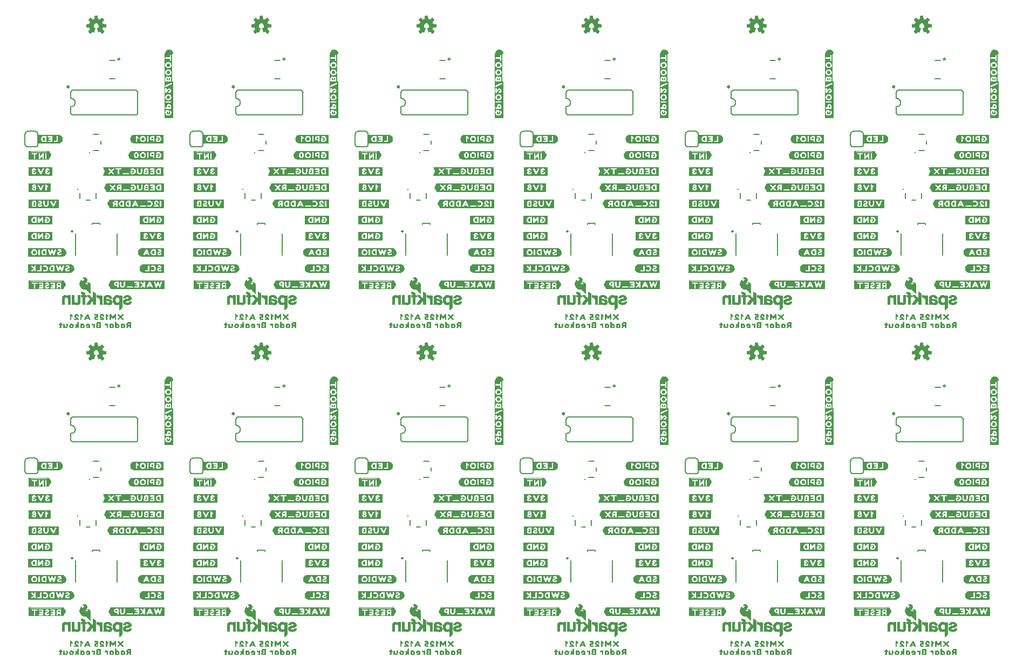
<source format=gbo>
G04 EAGLE Gerber RS-274X export*
G75*
%MOMM*%
%FSLAX34Y34*%
%LPD*%
%INSilkscreen Bottom*%
%IPPOS*%
%AMOC8*
5,1,8,0,0,1.08239X$1,22.5*%
G01*
%ADD10C,0.203200*%
%ADD11C,0.254000*%
%ADD12C,0.254000*%
%ADD13C,0.200000*%
%ADD14C,0.127000*%

G36*
X1284467Y851057D02*
X1284467Y851057D01*
X1284462Y851064D01*
X1284469Y851070D01*
X1284469Y951270D01*
X1284433Y951317D01*
X1284426Y951312D01*
X1284420Y951319D01*
X1284413Y951319D01*
X1284427Y951321D01*
X1284469Y951364D01*
X1284465Y951367D01*
X1284469Y951370D01*
X1284469Y951970D01*
X1284466Y951974D01*
X1284469Y951977D01*
X1284369Y952677D01*
X1284364Y952682D01*
X1284367Y952686D01*
X1284167Y953285D01*
X1283967Y953984D01*
X1283962Y953988D01*
X1283964Y953992D01*
X1283364Y955192D01*
X1283357Y955195D01*
X1283358Y955201D01*
X1282960Y955699D01*
X1282561Y956297D01*
X1282551Y956301D01*
X1282551Y956308D01*
X1282051Y956708D01*
X1282047Y956709D01*
X1282047Y956711D01*
X1280847Y957511D01*
X1280843Y957511D01*
X1280842Y957514D01*
X1280242Y957814D01*
X1280237Y957813D01*
X1280236Y957817D01*
X1279636Y958017D01*
X1279634Y958016D01*
X1279634Y958017D01*
X1278934Y958217D01*
X1278930Y958216D01*
X1278928Y958219D01*
X1278328Y958319D01*
X1278323Y958316D01*
X1278320Y958319D01*
X1276920Y958319D01*
X1276916Y958316D01*
X1276913Y958319D01*
X1276213Y958219D01*
X1276208Y958214D01*
X1276204Y958217D01*
X1275004Y957817D01*
X1275003Y957814D01*
X1275001Y957815D01*
X1274301Y957515D01*
X1274296Y957507D01*
X1274289Y957508D01*
X1273791Y957110D01*
X1273193Y956711D01*
X1273190Y956704D01*
X1273185Y956705D01*
X1272685Y956205D01*
X1272685Y956201D01*
X1272682Y956201D01*
X1271882Y955201D01*
X1271881Y955193D01*
X1271876Y955192D01*
X1271276Y953992D01*
X1271277Y953985D01*
X1271273Y953984D01*
X1271268Y953967D01*
X1271254Y953917D01*
X1271212Y953770D01*
X1271169Y953622D01*
X1271155Y953573D01*
X1271113Y953425D01*
X1271073Y953285D01*
X1270873Y952686D01*
X1270875Y952679D01*
X1270871Y952677D01*
X1270771Y951977D01*
X1270774Y951972D01*
X1270771Y951970D01*
X1270771Y851070D01*
X1270807Y851023D01*
X1270814Y851028D01*
X1270820Y851021D01*
X1284420Y851021D01*
X1284467Y851057D01*
G37*
G36*
X1284467Y337977D02*
X1284467Y337977D01*
X1284462Y337984D01*
X1284469Y337990D01*
X1284469Y438190D01*
X1284433Y438237D01*
X1284426Y438232D01*
X1284420Y438239D01*
X1284413Y438239D01*
X1284427Y438241D01*
X1284469Y438284D01*
X1284465Y438287D01*
X1284469Y438290D01*
X1284469Y438890D01*
X1284466Y438894D01*
X1284469Y438897D01*
X1284369Y439597D01*
X1284364Y439602D01*
X1284367Y439606D01*
X1284167Y440205D01*
X1283967Y440904D01*
X1283962Y440908D01*
X1283964Y440912D01*
X1283364Y442112D01*
X1283357Y442115D01*
X1283358Y442121D01*
X1282960Y442619D01*
X1282561Y443217D01*
X1282551Y443221D01*
X1282551Y443228D01*
X1282051Y443628D01*
X1282047Y443629D01*
X1282047Y443631D01*
X1280847Y444431D01*
X1280843Y444431D01*
X1280842Y444434D01*
X1280242Y444734D01*
X1280237Y444733D01*
X1280236Y444737D01*
X1279636Y444937D01*
X1279634Y444936D01*
X1279634Y444937D01*
X1278934Y445137D01*
X1278930Y445136D01*
X1278928Y445139D01*
X1278328Y445239D01*
X1278323Y445236D01*
X1278320Y445239D01*
X1276920Y445239D01*
X1276916Y445236D01*
X1276913Y445239D01*
X1276213Y445139D01*
X1276208Y445134D01*
X1276204Y445137D01*
X1275004Y444737D01*
X1275003Y444734D01*
X1275001Y444735D01*
X1274301Y444435D01*
X1274296Y444427D01*
X1274289Y444428D01*
X1273791Y444030D01*
X1273193Y443631D01*
X1273190Y443624D01*
X1273185Y443625D01*
X1272685Y443125D01*
X1272685Y443121D01*
X1272682Y443121D01*
X1271882Y442121D01*
X1271881Y442113D01*
X1271876Y442112D01*
X1271276Y440912D01*
X1271277Y440905D01*
X1271273Y440904D01*
X1271268Y440887D01*
X1271254Y440837D01*
X1271212Y440690D01*
X1271169Y440542D01*
X1271155Y440493D01*
X1271113Y440345D01*
X1271073Y440205D01*
X1270873Y439606D01*
X1270875Y439599D01*
X1270871Y439597D01*
X1270771Y438897D01*
X1270774Y438892D01*
X1270771Y438890D01*
X1270771Y337990D01*
X1270807Y337943D01*
X1270814Y337948D01*
X1270820Y337941D01*
X1284420Y337941D01*
X1284467Y337977D01*
G37*
G36*
X1025387Y337977D02*
X1025387Y337977D01*
X1025382Y337984D01*
X1025389Y337990D01*
X1025389Y438190D01*
X1025353Y438237D01*
X1025346Y438232D01*
X1025340Y438239D01*
X1025333Y438239D01*
X1025347Y438241D01*
X1025389Y438284D01*
X1025385Y438287D01*
X1025389Y438290D01*
X1025389Y438890D01*
X1025386Y438894D01*
X1025389Y438897D01*
X1025289Y439597D01*
X1025284Y439602D01*
X1025287Y439606D01*
X1025087Y440205D01*
X1024887Y440904D01*
X1024882Y440908D01*
X1024884Y440912D01*
X1024284Y442112D01*
X1024277Y442115D01*
X1024278Y442121D01*
X1023880Y442619D01*
X1023481Y443217D01*
X1023471Y443221D01*
X1023471Y443228D01*
X1022971Y443628D01*
X1022967Y443629D01*
X1022967Y443631D01*
X1021767Y444431D01*
X1021763Y444431D01*
X1021762Y444434D01*
X1021162Y444734D01*
X1021157Y444733D01*
X1021156Y444737D01*
X1020556Y444937D01*
X1020554Y444936D01*
X1020554Y444937D01*
X1019854Y445137D01*
X1019850Y445136D01*
X1019848Y445139D01*
X1019248Y445239D01*
X1019243Y445236D01*
X1019240Y445239D01*
X1017840Y445239D01*
X1017836Y445236D01*
X1017833Y445239D01*
X1017133Y445139D01*
X1017128Y445134D01*
X1017124Y445137D01*
X1015924Y444737D01*
X1015923Y444734D01*
X1015921Y444735D01*
X1015221Y444435D01*
X1015216Y444427D01*
X1015209Y444428D01*
X1014711Y444030D01*
X1014113Y443631D01*
X1014110Y443624D01*
X1014105Y443625D01*
X1013605Y443125D01*
X1013605Y443121D01*
X1013602Y443121D01*
X1012802Y442121D01*
X1012801Y442113D01*
X1012796Y442112D01*
X1012196Y440912D01*
X1012197Y440905D01*
X1012193Y440904D01*
X1012188Y440887D01*
X1012174Y440837D01*
X1012132Y440690D01*
X1012089Y440542D01*
X1012075Y440493D01*
X1012033Y440345D01*
X1011993Y440205D01*
X1011793Y439606D01*
X1011795Y439599D01*
X1011791Y439597D01*
X1011691Y438897D01*
X1011694Y438892D01*
X1011691Y438890D01*
X1011691Y337990D01*
X1011727Y337943D01*
X1011734Y337948D01*
X1011740Y337941D01*
X1025340Y337941D01*
X1025387Y337977D01*
G37*
G36*
X507227Y337977D02*
X507227Y337977D01*
X507222Y337984D01*
X507229Y337990D01*
X507229Y438190D01*
X507193Y438237D01*
X507186Y438232D01*
X507180Y438239D01*
X507173Y438239D01*
X507187Y438241D01*
X507229Y438284D01*
X507225Y438287D01*
X507229Y438290D01*
X507229Y438890D01*
X507226Y438894D01*
X507229Y438897D01*
X507129Y439597D01*
X507124Y439602D01*
X507127Y439606D01*
X506927Y440205D01*
X506727Y440904D01*
X506722Y440908D01*
X506724Y440912D01*
X506124Y442112D01*
X506117Y442115D01*
X506118Y442121D01*
X505720Y442619D01*
X505321Y443217D01*
X505311Y443221D01*
X505311Y443228D01*
X504811Y443628D01*
X504807Y443629D01*
X504807Y443631D01*
X503607Y444431D01*
X503603Y444431D01*
X503602Y444434D01*
X503002Y444734D01*
X502997Y444733D01*
X502996Y444737D01*
X502396Y444937D01*
X502394Y444936D01*
X502394Y444937D01*
X501694Y445137D01*
X501690Y445136D01*
X501688Y445139D01*
X501088Y445239D01*
X501083Y445236D01*
X501080Y445239D01*
X499680Y445239D01*
X499676Y445236D01*
X499673Y445239D01*
X498973Y445139D01*
X498968Y445134D01*
X498964Y445137D01*
X497764Y444737D01*
X497763Y444734D01*
X497761Y444735D01*
X497061Y444435D01*
X497056Y444427D01*
X497049Y444428D01*
X496551Y444030D01*
X495953Y443631D01*
X495950Y443624D01*
X495945Y443625D01*
X495445Y443125D01*
X495445Y443121D01*
X495442Y443121D01*
X494642Y442121D01*
X494641Y442113D01*
X494636Y442112D01*
X494036Y440912D01*
X494037Y440905D01*
X494033Y440904D01*
X494028Y440887D01*
X494014Y440837D01*
X493972Y440690D01*
X493929Y440542D01*
X493915Y440493D01*
X493873Y440345D01*
X493833Y440205D01*
X493633Y439606D01*
X493635Y439599D01*
X493631Y439597D01*
X493531Y438897D01*
X493534Y438892D01*
X493531Y438890D01*
X493531Y337990D01*
X493567Y337943D01*
X493574Y337948D01*
X493580Y337941D01*
X507180Y337941D01*
X507227Y337977D01*
G37*
G36*
X766307Y851057D02*
X766307Y851057D01*
X766302Y851064D01*
X766309Y851070D01*
X766309Y951270D01*
X766273Y951317D01*
X766266Y951312D01*
X766260Y951319D01*
X766253Y951319D01*
X766267Y951321D01*
X766309Y951364D01*
X766305Y951367D01*
X766309Y951370D01*
X766309Y951970D01*
X766306Y951974D01*
X766309Y951977D01*
X766209Y952677D01*
X766204Y952682D01*
X766207Y952686D01*
X766007Y953285D01*
X765807Y953984D01*
X765802Y953988D01*
X765804Y953992D01*
X765204Y955192D01*
X765197Y955195D01*
X765198Y955201D01*
X764800Y955699D01*
X764401Y956297D01*
X764391Y956301D01*
X764391Y956308D01*
X763891Y956708D01*
X763887Y956709D01*
X763887Y956711D01*
X762687Y957511D01*
X762683Y957511D01*
X762682Y957514D01*
X762082Y957814D01*
X762077Y957813D01*
X762076Y957817D01*
X761476Y958017D01*
X761474Y958016D01*
X761474Y958017D01*
X760774Y958217D01*
X760770Y958216D01*
X760768Y958219D01*
X760168Y958319D01*
X760163Y958316D01*
X760160Y958319D01*
X758760Y958319D01*
X758756Y958316D01*
X758753Y958319D01*
X758053Y958219D01*
X758048Y958214D01*
X758044Y958217D01*
X756844Y957817D01*
X756843Y957814D01*
X756841Y957815D01*
X756141Y957515D01*
X756136Y957507D01*
X756129Y957508D01*
X755631Y957110D01*
X755033Y956711D01*
X755030Y956704D01*
X755025Y956705D01*
X754525Y956205D01*
X754525Y956201D01*
X754522Y956201D01*
X753722Y955201D01*
X753721Y955193D01*
X753716Y955192D01*
X753116Y953992D01*
X753117Y953985D01*
X753113Y953984D01*
X753108Y953967D01*
X753094Y953917D01*
X753052Y953770D01*
X753009Y953622D01*
X752995Y953573D01*
X752953Y953425D01*
X752913Y953285D01*
X752713Y952686D01*
X752715Y952679D01*
X752711Y952677D01*
X752611Y951977D01*
X752614Y951972D01*
X752611Y951970D01*
X752611Y851070D01*
X752647Y851023D01*
X752654Y851028D01*
X752660Y851021D01*
X766260Y851021D01*
X766307Y851057D01*
G37*
G36*
X1543547Y851057D02*
X1543547Y851057D01*
X1543542Y851064D01*
X1543549Y851070D01*
X1543549Y951270D01*
X1543513Y951317D01*
X1543506Y951312D01*
X1543500Y951319D01*
X1543493Y951319D01*
X1543507Y951321D01*
X1543549Y951364D01*
X1543545Y951367D01*
X1543549Y951370D01*
X1543549Y951970D01*
X1543546Y951974D01*
X1543549Y951977D01*
X1543449Y952677D01*
X1543444Y952682D01*
X1543447Y952686D01*
X1543247Y953285D01*
X1543047Y953984D01*
X1543042Y953988D01*
X1543044Y953992D01*
X1542444Y955192D01*
X1542437Y955195D01*
X1542438Y955201D01*
X1542040Y955699D01*
X1541641Y956297D01*
X1541631Y956301D01*
X1541631Y956308D01*
X1541131Y956708D01*
X1541127Y956709D01*
X1541127Y956711D01*
X1539927Y957511D01*
X1539923Y957511D01*
X1539922Y957514D01*
X1539322Y957814D01*
X1539317Y957813D01*
X1539316Y957817D01*
X1538716Y958017D01*
X1538714Y958016D01*
X1538714Y958017D01*
X1538014Y958217D01*
X1538010Y958216D01*
X1538008Y958219D01*
X1537408Y958319D01*
X1537403Y958316D01*
X1537400Y958319D01*
X1536000Y958319D01*
X1535996Y958316D01*
X1535993Y958319D01*
X1535293Y958219D01*
X1535288Y958214D01*
X1535284Y958217D01*
X1534084Y957817D01*
X1534083Y957814D01*
X1534081Y957815D01*
X1533381Y957515D01*
X1533376Y957507D01*
X1533369Y957508D01*
X1532871Y957110D01*
X1532273Y956711D01*
X1532270Y956704D01*
X1532265Y956705D01*
X1531765Y956205D01*
X1531765Y956201D01*
X1531762Y956201D01*
X1530962Y955201D01*
X1530961Y955193D01*
X1530956Y955192D01*
X1530356Y953992D01*
X1530357Y953985D01*
X1530353Y953984D01*
X1530348Y953967D01*
X1530334Y953917D01*
X1530292Y953770D01*
X1530249Y953622D01*
X1530235Y953573D01*
X1530193Y953425D01*
X1530153Y953285D01*
X1529953Y952686D01*
X1529955Y952679D01*
X1529951Y952677D01*
X1529851Y951977D01*
X1529854Y951972D01*
X1529851Y951970D01*
X1529851Y851070D01*
X1529887Y851023D01*
X1529894Y851028D01*
X1529900Y851021D01*
X1543500Y851021D01*
X1543547Y851057D01*
G37*
G36*
X507227Y851057D02*
X507227Y851057D01*
X507222Y851064D01*
X507229Y851070D01*
X507229Y951270D01*
X507193Y951317D01*
X507186Y951312D01*
X507180Y951319D01*
X507173Y951319D01*
X507187Y951321D01*
X507229Y951364D01*
X507225Y951367D01*
X507229Y951370D01*
X507229Y951970D01*
X507226Y951974D01*
X507229Y951977D01*
X507129Y952677D01*
X507124Y952682D01*
X507127Y952686D01*
X506927Y953285D01*
X506727Y953984D01*
X506722Y953988D01*
X506724Y953992D01*
X506124Y955192D01*
X506117Y955195D01*
X506118Y955201D01*
X505720Y955699D01*
X505321Y956297D01*
X505311Y956301D01*
X505311Y956308D01*
X504811Y956708D01*
X504807Y956709D01*
X504807Y956711D01*
X503607Y957511D01*
X503603Y957511D01*
X503602Y957514D01*
X503002Y957814D01*
X502997Y957813D01*
X502996Y957817D01*
X502396Y958017D01*
X502394Y958016D01*
X502394Y958017D01*
X501694Y958217D01*
X501690Y958216D01*
X501688Y958219D01*
X501088Y958319D01*
X501083Y958316D01*
X501080Y958319D01*
X499680Y958319D01*
X499676Y958316D01*
X499673Y958319D01*
X498973Y958219D01*
X498968Y958214D01*
X498964Y958217D01*
X497764Y957817D01*
X497763Y957814D01*
X497761Y957815D01*
X497061Y957515D01*
X497056Y957507D01*
X497049Y957508D01*
X496551Y957110D01*
X495953Y956711D01*
X495950Y956704D01*
X495945Y956705D01*
X495445Y956205D01*
X495445Y956201D01*
X495442Y956201D01*
X494642Y955201D01*
X494641Y955193D01*
X494636Y955192D01*
X494036Y953992D01*
X494037Y953985D01*
X494033Y953984D01*
X494028Y953967D01*
X494014Y953917D01*
X493972Y953770D01*
X493929Y953622D01*
X493915Y953573D01*
X493873Y953425D01*
X493833Y953285D01*
X493633Y952686D01*
X493635Y952679D01*
X493631Y952677D01*
X493531Y951977D01*
X493534Y951972D01*
X493531Y951970D01*
X493531Y851070D01*
X493567Y851023D01*
X493574Y851028D01*
X493580Y851021D01*
X507180Y851021D01*
X507227Y851057D01*
G37*
G36*
X1025387Y851057D02*
X1025387Y851057D01*
X1025382Y851064D01*
X1025389Y851070D01*
X1025389Y951270D01*
X1025353Y951317D01*
X1025346Y951312D01*
X1025340Y951319D01*
X1025333Y951319D01*
X1025347Y951321D01*
X1025389Y951364D01*
X1025385Y951367D01*
X1025389Y951370D01*
X1025389Y951970D01*
X1025386Y951974D01*
X1025389Y951977D01*
X1025289Y952677D01*
X1025284Y952682D01*
X1025287Y952686D01*
X1025087Y953285D01*
X1024887Y953984D01*
X1024882Y953988D01*
X1024884Y953992D01*
X1024284Y955192D01*
X1024277Y955195D01*
X1024278Y955201D01*
X1023880Y955699D01*
X1023481Y956297D01*
X1023471Y956301D01*
X1023471Y956308D01*
X1022971Y956708D01*
X1022967Y956709D01*
X1022967Y956711D01*
X1021767Y957511D01*
X1021763Y957511D01*
X1021762Y957514D01*
X1021162Y957814D01*
X1021157Y957813D01*
X1021156Y957817D01*
X1020556Y958017D01*
X1020554Y958016D01*
X1020554Y958017D01*
X1019854Y958217D01*
X1019850Y958216D01*
X1019848Y958219D01*
X1019248Y958319D01*
X1019243Y958316D01*
X1019240Y958319D01*
X1017840Y958319D01*
X1017836Y958316D01*
X1017833Y958319D01*
X1017133Y958219D01*
X1017128Y958214D01*
X1017124Y958217D01*
X1015924Y957817D01*
X1015923Y957814D01*
X1015921Y957815D01*
X1015221Y957515D01*
X1015216Y957507D01*
X1015209Y957508D01*
X1014711Y957110D01*
X1014113Y956711D01*
X1014110Y956704D01*
X1014105Y956705D01*
X1013605Y956205D01*
X1013605Y956201D01*
X1013602Y956201D01*
X1012802Y955201D01*
X1012801Y955193D01*
X1012796Y955192D01*
X1012196Y953992D01*
X1012197Y953985D01*
X1012193Y953984D01*
X1012188Y953967D01*
X1012174Y953917D01*
X1012132Y953770D01*
X1012089Y953622D01*
X1012075Y953573D01*
X1012033Y953425D01*
X1011993Y953285D01*
X1011793Y952686D01*
X1011795Y952679D01*
X1011791Y952677D01*
X1011691Y951977D01*
X1011694Y951972D01*
X1011691Y951970D01*
X1011691Y851070D01*
X1011727Y851023D01*
X1011734Y851028D01*
X1011740Y851021D01*
X1025340Y851021D01*
X1025387Y851057D01*
G37*
G36*
X248147Y851057D02*
X248147Y851057D01*
X248142Y851064D01*
X248149Y851070D01*
X248149Y951270D01*
X248113Y951317D01*
X248106Y951312D01*
X248100Y951319D01*
X248093Y951319D01*
X248107Y951321D01*
X248149Y951364D01*
X248145Y951367D01*
X248149Y951370D01*
X248149Y951970D01*
X248146Y951974D01*
X248149Y951977D01*
X248049Y952677D01*
X248044Y952682D01*
X248047Y952686D01*
X247847Y953285D01*
X247647Y953984D01*
X247642Y953988D01*
X247644Y953992D01*
X247044Y955192D01*
X247037Y955195D01*
X247038Y955201D01*
X246640Y955699D01*
X246241Y956297D01*
X246231Y956301D01*
X246231Y956308D01*
X245731Y956708D01*
X245727Y956709D01*
X245727Y956711D01*
X244527Y957511D01*
X244523Y957511D01*
X244522Y957514D01*
X243922Y957814D01*
X243917Y957813D01*
X243916Y957817D01*
X243316Y958017D01*
X243314Y958016D01*
X243314Y958017D01*
X242614Y958217D01*
X242610Y958216D01*
X242608Y958219D01*
X242008Y958319D01*
X242003Y958316D01*
X242000Y958319D01*
X240600Y958319D01*
X240596Y958316D01*
X240593Y958319D01*
X239893Y958219D01*
X239888Y958214D01*
X239884Y958217D01*
X238684Y957817D01*
X238683Y957814D01*
X238681Y957815D01*
X237981Y957515D01*
X237976Y957507D01*
X237969Y957508D01*
X237471Y957110D01*
X236873Y956711D01*
X236870Y956704D01*
X236865Y956705D01*
X236365Y956205D01*
X236365Y956201D01*
X236362Y956201D01*
X235562Y955201D01*
X235561Y955193D01*
X235556Y955192D01*
X234956Y953992D01*
X234957Y953985D01*
X234953Y953984D01*
X234948Y953967D01*
X234934Y953917D01*
X234892Y953770D01*
X234849Y953622D01*
X234835Y953573D01*
X234793Y953425D01*
X234753Y953285D01*
X234553Y952686D01*
X234555Y952679D01*
X234551Y952677D01*
X234451Y951977D01*
X234454Y951972D01*
X234451Y951970D01*
X234451Y851070D01*
X234487Y851023D01*
X234494Y851028D01*
X234500Y851021D01*
X248100Y851021D01*
X248147Y851057D01*
G37*
G36*
X766307Y337977D02*
X766307Y337977D01*
X766302Y337984D01*
X766309Y337990D01*
X766309Y438190D01*
X766273Y438237D01*
X766266Y438232D01*
X766260Y438239D01*
X766253Y438239D01*
X766267Y438241D01*
X766309Y438284D01*
X766305Y438287D01*
X766309Y438290D01*
X766309Y438890D01*
X766306Y438894D01*
X766309Y438897D01*
X766209Y439597D01*
X766204Y439602D01*
X766207Y439606D01*
X766007Y440205D01*
X765807Y440904D01*
X765802Y440908D01*
X765804Y440912D01*
X765204Y442112D01*
X765197Y442115D01*
X765198Y442121D01*
X764800Y442619D01*
X764401Y443217D01*
X764391Y443221D01*
X764391Y443228D01*
X763891Y443628D01*
X763887Y443629D01*
X763887Y443631D01*
X762687Y444431D01*
X762683Y444431D01*
X762682Y444434D01*
X762082Y444734D01*
X762077Y444733D01*
X762076Y444737D01*
X761476Y444937D01*
X761474Y444936D01*
X761474Y444937D01*
X760774Y445137D01*
X760770Y445136D01*
X760768Y445139D01*
X760168Y445239D01*
X760163Y445236D01*
X760160Y445239D01*
X758760Y445239D01*
X758756Y445236D01*
X758753Y445239D01*
X758053Y445139D01*
X758048Y445134D01*
X758044Y445137D01*
X756844Y444737D01*
X756843Y444734D01*
X756841Y444735D01*
X756141Y444435D01*
X756136Y444427D01*
X756129Y444428D01*
X755631Y444030D01*
X755033Y443631D01*
X755030Y443624D01*
X755025Y443625D01*
X754525Y443125D01*
X754525Y443121D01*
X754522Y443121D01*
X753722Y442121D01*
X753721Y442113D01*
X753716Y442112D01*
X753116Y440912D01*
X753117Y440905D01*
X753113Y440904D01*
X753108Y440887D01*
X753094Y440837D01*
X753052Y440690D01*
X753009Y440542D01*
X752995Y440493D01*
X752953Y440345D01*
X752913Y440205D01*
X752713Y439606D01*
X752715Y439599D01*
X752711Y439597D01*
X752611Y438897D01*
X752614Y438892D01*
X752611Y438890D01*
X752611Y337990D01*
X752647Y337943D01*
X752654Y337948D01*
X752660Y337941D01*
X766260Y337941D01*
X766307Y337977D01*
G37*
G36*
X248147Y337977D02*
X248147Y337977D01*
X248142Y337984D01*
X248149Y337990D01*
X248149Y438190D01*
X248113Y438237D01*
X248106Y438232D01*
X248100Y438239D01*
X248093Y438239D01*
X248107Y438241D01*
X248149Y438284D01*
X248145Y438287D01*
X248149Y438290D01*
X248149Y438890D01*
X248146Y438894D01*
X248149Y438897D01*
X248049Y439597D01*
X248044Y439602D01*
X248047Y439606D01*
X247847Y440205D01*
X247647Y440904D01*
X247642Y440908D01*
X247644Y440912D01*
X247044Y442112D01*
X247037Y442115D01*
X247038Y442121D01*
X246640Y442619D01*
X246241Y443217D01*
X246231Y443221D01*
X246231Y443228D01*
X245731Y443628D01*
X245727Y443629D01*
X245727Y443631D01*
X244527Y444431D01*
X244523Y444431D01*
X244522Y444434D01*
X243922Y444734D01*
X243917Y444733D01*
X243916Y444737D01*
X243316Y444937D01*
X243314Y444936D01*
X243314Y444937D01*
X242614Y445137D01*
X242610Y445136D01*
X242608Y445139D01*
X242008Y445239D01*
X242003Y445236D01*
X242000Y445239D01*
X240600Y445239D01*
X240596Y445236D01*
X240593Y445239D01*
X239893Y445139D01*
X239888Y445134D01*
X239884Y445137D01*
X238684Y444737D01*
X238683Y444734D01*
X238681Y444735D01*
X237981Y444435D01*
X237976Y444427D01*
X237969Y444428D01*
X237471Y444030D01*
X236873Y443631D01*
X236870Y443624D01*
X236865Y443625D01*
X236365Y443125D01*
X236365Y443121D01*
X236362Y443121D01*
X235562Y442121D01*
X235561Y442113D01*
X235556Y442112D01*
X234956Y440912D01*
X234957Y440905D01*
X234953Y440904D01*
X234948Y440887D01*
X234934Y440837D01*
X234892Y440690D01*
X234849Y440542D01*
X234835Y440493D01*
X234793Y440345D01*
X234753Y440205D01*
X234553Y439606D01*
X234555Y439599D01*
X234551Y439597D01*
X234451Y438897D01*
X234454Y438892D01*
X234451Y438890D01*
X234451Y337990D01*
X234487Y337943D01*
X234494Y337948D01*
X234500Y337941D01*
X248100Y337941D01*
X248147Y337977D01*
G37*
G36*
X1543547Y337977D02*
X1543547Y337977D01*
X1543542Y337984D01*
X1543549Y337990D01*
X1543549Y438190D01*
X1543513Y438237D01*
X1543506Y438232D01*
X1543500Y438239D01*
X1543493Y438239D01*
X1543507Y438241D01*
X1543549Y438284D01*
X1543545Y438287D01*
X1543549Y438290D01*
X1543549Y438890D01*
X1543546Y438894D01*
X1543549Y438897D01*
X1543449Y439597D01*
X1543444Y439602D01*
X1543447Y439606D01*
X1543247Y440205D01*
X1543047Y440904D01*
X1543042Y440908D01*
X1543044Y440912D01*
X1542444Y442112D01*
X1542437Y442115D01*
X1542438Y442121D01*
X1542040Y442619D01*
X1541641Y443217D01*
X1541631Y443221D01*
X1541631Y443228D01*
X1541131Y443628D01*
X1541127Y443629D01*
X1541127Y443631D01*
X1539927Y444431D01*
X1539923Y444431D01*
X1539922Y444434D01*
X1539322Y444734D01*
X1539317Y444733D01*
X1539316Y444737D01*
X1538716Y444937D01*
X1538714Y444936D01*
X1538714Y444937D01*
X1538014Y445137D01*
X1538010Y445136D01*
X1538008Y445139D01*
X1537408Y445239D01*
X1537403Y445236D01*
X1537400Y445239D01*
X1536000Y445239D01*
X1535996Y445236D01*
X1535993Y445239D01*
X1535293Y445139D01*
X1535288Y445134D01*
X1535284Y445137D01*
X1534084Y444737D01*
X1534083Y444734D01*
X1534081Y444735D01*
X1533381Y444435D01*
X1533376Y444427D01*
X1533369Y444428D01*
X1532871Y444030D01*
X1532273Y443631D01*
X1532270Y443624D01*
X1532265Y443625D01*
X1531765Y443125D01*
X1531765Y443121D01*
X1531762Y443121D01*
X1530962Y442121D01*
X1530961Y442113D01*
X1530956Y442112D01*
X1530356Y440912D01*
X1530357Y440905D01*
X1530353Y440904D01*
X1530348Y440887D01*
X1530334Y440837D01*
X1530292Y440690D01*
X1530249Y440542D01*
X1530235Y440493D01*
X1530193Y440345D01*
X1530153Y440205D01*
X1529953Y439606D01*
X1529955Y439599D01*
X1529951Y439597D01*
X1529851Y438897D01*
X1529854Y438892D01*
X1529851Y438890D01*
X1529851Y337990D01*
X1529887Y337943D01*
X1529894Y337948D01*
X1529900Y337941D01*
X1543500Y337941D01*
X1543547Y337977D01*
G37*
G36*
X1009560Y760253D02*
X1009560Y760253D01*
X1009572Y760255D01*
X1009872Y760755D01*
X1009872Y760758D01*
X1009873Y760759D01*
X1009872Y760761D01*
X1009870Y760773D01*
X1009879Y760780D01*
X1009879Y773680D01*
X1009850Y773718D01*
X1009848Y773726D01*
X1009348Y773926D01*
X1009336Y773922D01*
X1009335Y773922D01*
X1009330Y773929D01*
X915030Y773929D01*
X915002Y773908D01*
X914989Y773907D01*
X914789Y773607D01*
X914790Y773595D01*
X914784Y773591D01*
X914791Y773582D01*
X914791Y773569D01*
X914786Y773558D01*
X917783Y767465D01*
X917879Y766888D01*
X914886Y760802D01*
X914888Y760793D01*
X914882Y760790D01*
X914782Y760290D01*
X914808Y760236D01*
X914821Y760243D01*
X914830Y760231D01*
X1009530Y760231D01*
X1009560Y760253D01*
G37*
G36*
X491400Y247173D02*
X491400Y247173D01*
X491412Y247175D01*
X491712Y247675D01*
X491712Y247678D01*
X491713Y247679D01*
X491712Y247681D01*
X491710Y247693D01*
X491719Y247700D01*
X491719Y260600D01*
X491690Y260638D01*
X491688Y260646D01*
X491188Y260846D01*
X491176Y260842D01*
X491175Y260842D01*
X491170Y260849D01*
X396870Y260849D01*
X396842Y260828D01*
X396829Y260827D01*
X396629Y260527D01*
X396630Y260515D01*
X396624Y260511D01*
X396631Y260502D01*
X396631Y260489D01*
X396626Y260478D01*
X399623Y254385D01*
X399719Y253808D01*
X396726Y247722D01*
X396728Y247713D01*
X396722Y247710D01*
X396622Y247210D01*
X396648Y247156D01*
X396661Y247163D01*
X396670Y247151D01*
X491370Y247151D01*
X491400Y247173D01*
G37*
G36*
X1527720Y247173D02*
X1527720Y247173D01*
X1527732Y247175D01*
X1528032Y247675D01*
X1528032Y247678D01*
X1528033Y247679D01*
X1528032Y247681D01*
X1528030Y247693D01*
X1528039Y247700D01*
X1528039Y260600D01*
X1528010Y260638D01*
X1528008Y260646D01*
X1527508Y260846D01*
X1527496Y260842D01*
X1527495Y260842D01*
X1527490Y260849D01*
X1433190Y260849D01*
X1433162Y260828D01*
X1433149Y260827D01*
X1432949Y260527D01*
X1432950Y260515D01*
X1432944Y260511D01*
X1432951Y260502D01*
X1432951Y260489D01*
X1432946Y260478D01*
X1435943Y254385D01*
X1436039Y253808D01*
X1433046Y247722D01*
X1433048Y247713D01*
X1433042Y247710D01*
X1432942Y247210D01*
X1432968Y247156D01*
X1432981Y247163D01*
X1432990Y247151D01*
X1527690Y247151D01*
X1527720Y247173D01*
G37*
G36*
X1268640Y247173D02*
X1268640Y247173D01*
X1268652Y247175D01*
X1268952Y247675D01*
X1268952Y247678D01*
X1268953Y247679D01*
X1268952Y247681D01*
X1268950Y247693D01*
X1268959Y247700D01*
X1268959Y260600D01*
X1268930Y260638D01*
X1268928Y260646D01*
X1268428Y260846D01*
X1268416Y260842D01*
X1268415Y260842D01*
X1268410Y260849D01*
X1174110Y260849D01*
X1174082Y260828D01*
X1174069Y260827D01*
X1173869Y260527D01*
X1173870Y260515D01*
X1173864Y260511D01*
X1173871Y260502D01*
X1173871Y260489D01*
X1173866Y260478D01*
X1176863Y254385D01*
X1176959Y253808D01*
X1173966Y247722D01*
X1173968Y247713D01*
X1173962Y247710D01*
X1173862Y247210D01*
X1173888Y247156D01*
X1173901Y247163D01*
X1173910Y247151D01*
X1268610Y247151D01*
X1268640Y247173D01*
G37*
G36*
X1009560Y247173D02*
X1009560Y247173D01*
X1009572Y247175D01*
X1009872Y247675D01*
X1009872Y247678D01*
X1009873Y247679D01*
X1009872Y247681D01*
X1009870Y247693D01*
X1009879Y247700D01*
X1009879Y260600D01*
X1009850Y260638D01*
X1009848Y260646D01*
X1009348Y260846D01*
X1009336Y260842D01*
X1009335Y260842D01*
X1009330Y260849D01*
X915030Y260849D01*
X915002Y260828D01*
X914989Y260827D01*
X914789Y260527D01*
X914790Y260515D01*
X914784Y260511D01*
X914791Y260502D01*
X914791Y260489D01*
X914786Y260478D01*
X917783Y254385D01*
X917879Y253808D01*
X914886Y247722D01*
X914888Y247713D01*
X914882Y247710D01*
X914782Y247210D01*
X914808Y247156D01*
X914821Y247163D01*
X914830Y247151D01*
X1009530Y247151D01*
X1009560Y247173D01*
G37*
G36*
X232320Y760253D02*
X232320Y760253D01*
X232332Y760255D01*
X232632Y760755D01*
X232632Y760758D01*
X232633Y760759D01*
X232632Y760761D01*
X232630Y760773D01*
X232639Y760780D01*
X232639Y773680D01*
X232610Y773718D01*
X232608Y773726D01*
X232108Y773926D01*
X232096Y773922D01*
X232095Y773922D01*
X232090Y773929D01*
X137790Y773929D01*
X137762Y773908D01*
X137749Y773907D01*
X137549Y773607D01*
X137550Y773595D01*
X137544Y773591D01*
X137551Y773582D01*
X137551Y773569D01*
X137546Y773558D01*
X140543Y767465D01*
X140639Y766888D01*
X137646Y760802D01*
X137648Y760793D01*
X137642Y760790D01*
X137542Y760290D01*
X137568Y760236D01*
X137581Y760243D01*
X137590Y760231D01*
X232290Y760231D01*
X232320Y760253D01*
G37*
G36*
X491400Y760253D02*
X491400Y760253D01*
X491412Y760255D01*
X491712Y760755D01*
X491712Y760758D01*
X491713Y760759D01*
X491712Y760761D01*
X491710Y760773D01*
X491719Y760780D01*
X491719Y773680D01*
X491690Y773718D01*
X491688Y773726D01*
X491188Y773926D01*
X491176Y773922D01*
X491175Y773922D01*
X491170Y773929D01*
X396870Y773929D01*
X396842Y773908D01*
X396829Y773907D01*
X396629Y773607D01*
X396630Y773595D01*
X396624Y773591D01*
X396631Y773582D01*
X396631Y773569D01*
X396626Y773558D01*
X399623Y767465D01*
X399719Y766888D01*
X396726Y760802D01*
X396728Y760793D01*
X396722Y760790D01*
X396622Y760290D01*
X396648Y760236D01*
X396661Y760243D01*
X396670Y760231D01*
X491370Y760231D01*
X491400Y760253D01*
G37*
G36*
X750480Y760253D02*
X750480Y760253D01*
X750492Y760255D01*
X750792Y760755D01*
X750792Y760758D01*
X750793Y760759D01*
X750792Y760761D01*
X750790Y760773D01*
X750799Y760780D01*
X750799Y773680D01*
X750770Y773718D01*
X750768Y773726D01*
X750268Y773926D01*
X750256Y773922D01*
X750255Y773922D01*
X750250Y773929D01*
X655950Y773929D01*
X655922Y773908D01*
X655909Y773907D01*
X655709Y773607D01*
X655710Y773595D01*
X655704Y773591D01*
X655711Y773582D01*
X655711Y773569D01*
X655706Y773558D01*
X658703Y767465D01*
X658799Y766888D01*
X655806Y760802D01*
X655808Y760793D01*
X655802Y760790D01*
X655702Y760290D01*
X655728Y760236D01*
X655741Y760243D01*
X655750Y760231D01*
X750450Y760231D01*
X750480Y760253D01*
G37*
G36*
X232320Y247173D02*
X232320Y247173D01*
X232332Y247175D01*
X232632Y247675D01*
X232632Y247678D01*
X232633Y247679D01*
X232632Y247681D01*
X232630Y247693D01*
X232639Y247700D01*
X232639Y260600D01*
X232610Y260638D01*
X232608Y260646D01*
X232108Y260846D01*
X232096Y260842D01*
X232095Y260842D01*
X232090Y260849D01*
X137790Y260849D01*
X137762Y260828D01*
X137749Y260827D01*
X137549Y260527D01*
X137550Y260515D01*
X137544Y260511D01*
X137551Y260502D01*
X137551Y260489D01*
X137546Y260478D01*
X140543Y254385D01*
X140639Y253808D01*
X137646Y247722D01*
X137648Y247713D01*
X137642Y247710D01*
X137542Y247210D01*
X137568Y247156D01*
X137581Y247163D01*
X137590Y247151D01*
X232290Y247151D01*
X232320Y247173D01*
G37*
G36*
X1268640Y760253D02*
X1268640Y760253D01*
X1268652Y760255D01*
X1268952Y760755D01*
X1268952Y760758D01*
X1268953Y760759D01*
X1268952Y760761D01*
X1268950Y760773D01*
X1268959Y760780D01*
X1268959Y773680D01*
X1268930Y773718D01*
X1268928Y773726D01*
X1268428Y773926D01*
X1268416Y773922D01*
X1268415Y773922D01*
X1268410Y773929D01*
X1174110Y773929D01*
X1174082Y773908D01*
X1174069Y773907D01*
X1173869Y773607D01*
X1173870Y773595D01*
X1173864Y773591D01*
X1173871Y773582D01*
X1173871Y773569D01*
X1173866Y773558D01*
X1176863Y767465D01*
X1176959Y766888D01*
X1173966Y760802D01*
X1173968Y760793D01*
X1173962Y760790D01*
X1173862Y760290D01*
X1173888Y760236D01*
X1173901Y760243D01*
X1173910Y760231D01*
X1268610Y760231D01*
X1268640Y760253D01*
G37*
G36*
X1527720Y760253D02*
X1527720Y760253D01*
X1527732Y760255D01*
X1528032Y760755D01*
X1528032Y760758D01*
X1528033Y760759D01*
X1528032Y760761D01*
X1528030Y760773D01*
X1528039Y760780D01*
X1528039Y773680D01*
X1528010Y773718D01*
X1528008Y773726D01*
X1527508Y773926D01*
X1527496Y773922D01*
X1527495Y773922D01*
X1527490Y773929D01*
X1433190Y773929D01*
X1433162Y773908D01*
X1433149Y773907D01*
X1432949Y773607D01*
X1432950Y773595D01*
X1432944Y773591D01*
X1432951Y773582D01*
X1432951Y773569D01*
X1432946Y773558D01*
X1435943Y767465D01*
X1436039Y766888D01*
X1433046Y760802D01*
X1433048Y760793D01*
X1433042Y760790D01*
X1432942Y760290D01*
X1432968Y760236D01*
X1432981Y760243D01*
X1432990Y760231D01*
X1527690Y760231D01*
X1527720Y760253D01*
G37*
G36*
X750480Y247173D02*
X750480Y247173D01*
X750492Y247175D01*
X750792Y247675D01*
X750792Y247678D01*
X750793Y247679D01*
X750792Y247681D01*
X750790Y247693D01*
X750799Y247700D01*
X750799Y260600D01*
X750770Y260638D01*
X750768Y260646D01*
X750268Y260846D01*
X750256Y260842D01*
X750255Y260842D01*
X750250Y260849D01*
X655950Y260849D01*
X655922Y260828D01*
X655909Y260827D01*
X655709Y260527D01*
X655710Y260515D01*
X655704Y260511D01*
X655711Y260502D01*
X655711Y260489D01*
X655706Y260478D01*
X658703Y254385D01*
X658799Y253808D01*
X655806Y247722D01*
X655808Y247713D01*
X655802Y247710D01*
X655702Y247210D01*
X655728Y247156D01*
X655741Y247163D01*
X655750Y247151D01*
X750450Y247151D01*
X750480Y247173D01*
G37*
G36*
X232686Y734850D02*
X232686Y734850D01*
X232699Y734850D01*
X232999Y735250D01*
X232999Y735258D01*
X233003Y735261D01*
X232999Y735265D01*
X232999Y735272D01*
X233009Y735280D01*
X233009Y748180D01*
X232993Y748201D01*
X232995Y748215D01*
X232695Y748515D01*
X232670Y748518D01*
X232667Y748522D01*
X232665Y748522D01*
X232660Y748529D01*
X229660Y748529D01*
X229624Y748502D01*
X229615Y748499D01*
X229603Y748472D01*
X229589Y748520D01*
X229571Y748514D01*
X229560Y748529D01*
X142960Y748529D01*
X142927Y748504D01*
X142916Y748502D01*
X142616Y747902D01*
X139516Y741802D01*
X139518Y741791D01*
X139514Y741788D01*
X139520Y741781D01*
X139521Y741776D01*
X139513Y741764D01*
X139713Y741164D01*
X139718Y741161D01*
X139716Y741158D01*
X142716Y735158D01*
X142736Y735148D01*
X142738Y735136D01*
X143338Y734836D01*
X143354Y734839D01*
X143360Y734831D01*
X232660Y734831D01*
X232686Y734850D01*
G37*
G36*
X491766Y734850D02*
X491766Y734850D01*
X491779Y734850D01*
X492079Y735250D01*
X492079Y735258D01*
X492083Y735261D01*
X492079Y735265D01*
X492079Y735272D01*
X492089Y735280D01*
X492089Y748180D01*
X492073Y748201D01*
X492075Y748215D01*
X491775Y748515D01*
X491750Y748518D01*
X491747Y748522D01*
X491745Y748522D01*
X491740Y748529D01*
X488740Y748529D01*
X488704Y748502D01*
X488695Y748499D01*
X488683Y748472D01*
X488669Y748520D01*
X488651Y748514D01*
X488640Y748529D01*
X402040Y748529D01*
X402007Y748504D01*
X401996Y748502D01*
X401696Y747902D01*
X398596Y741802D01*
X398598Y741791D01*
X398594Y741788D01*
X398600Y741781D01*
X398601Y741776D01*
X398593Y741764D01*
X398793Y741164D01*
X398798Y741161D01*
X398796Y741158D01*
X401796Y735158D01*
X401816Y735148D01*
X401818Y735136D01*
X402418Y734836D01*
X402434Y734839D01*
X402440Y734831D01*
X491740Y734831D01*
X491766Y734850D01*
G37*
G36*
X1528086Y221770D02*
X1528086Y221770D01*
X1528099Y221770D01*
X1528399Y222170D01*
X1528399Y222178D01*
X1528403Y222181D01*
X1528399Y222185D01*
X1528399Y222192D01*
X1528409Y222200D01*
X1528409Y235100D01*
X1528393Y235121D01*
X1528395Y235135D01*
X1528095Y235435D01*
X1528070Y235438D01*
X1528067Y235442D01*
X1528065Y235442D01*
X1528060Y235449D01*
X1525060Y235449D01*
X1525024Y235422D01*
X1525015Y235419D01*
X1525003Y235392D01*
X1524989Y235440D01*
X1524971Y235434D01*
X1524960Y235449D01*
X1438360Y235449D01*
X1438327Y235424D01*
X1438316Y235422D01*
X1438016Y234822D01*
X1434916Y228722D01*
X1434918Y228711D01*
X1434914Y228708D01*
X1434920Y228701D01*
X1434921Y228696D01*
X1434913Y228684D01*
X1435113Y228084D01*
X1435118Y228081D01*
X1435116Y228078D01*
X1438116Y222078D01*
X1438136Y222068D01*
X1438138Y222056D01*
X1438738Y221756D01*
X1438754Y221759D01*
X1438760Y221751D01*
X1528060Y221751D01*
X1528086Y221770D01*
G37*
G36*
X1269006Y221770D02*
X1269006Y221770D01*
X1269019Y221770D01*
X1269319Y222170D01*
X1269319Y222178D01*
X1269323Y222181D01*
X1269319Y222185D01*
X1269319Y222192D01*
X1269329Y222200D01*
X1269329Y235100D01*
X1269313Y235121D01*
X1269315Y235135D01*
X1269015Y235435D01*
X1268990Y235438D01*
X1268987Y235442D01*
X1268985Y235442D01*
X1268980Y235449D01*
X1265980Y235449D01*
X1265944Y235422D01*
X1265935Y235419D01*
X1265923Y235392D01*
X1265909Y235440D01*
X1265891Y235434D01*
X1265880Y235449D01*
X1179280Y235449D01*
X1179247Y235424D01*
X1179236Y235422D01*
X1178936Y234822D01*
X1175836Y228722D01*
X1175838Y228711D01*
X1175834Y228708D01*
X1175840Y228701D01*
X1175841Y228696D01*
X1175833Y228684D01*
X1176033Y228084D01*
X1176038Y228081D01*
X1176036Y228078D01*
X1179036Y222078D01*
X1179056Y222068D01*
X1179058Y222056D01*
X1179658Y221756D01*
X1179674Y221759D01*
X1179680Y221751D01*
X1268980Y221751D01*
X1269006Y221770D01*
G37*
G36*
X232686Y221770D02*
X232686Y221770D01*
X232699Y221770D01*
X232999Y222170D01*
X232999Y222178D01*
X233003Y222181D01*
X232999Y222185D01*
X232999Y222192D01*
X233009Y222200D01*
X233009Y235100D01*
X232993Y235121D01*
X232995Y235135D01*
X232695Y235435D01*
X232670Y235438D01*
X232667Y235442D01*
X232665Y235442D01*
X232660Y235449D01*
X229660Y235449D01*
X229624Y235422D01*
X229615Y235419D01*
X229603Y235392D01*
X229589Y235440D01*
X229571Y235434D01*
X229560Y235449D01*
X142960Y235449D01*
X142927Y235424D01*
X142916Y235422D01*
X142616Y234822D01*
X139516Y228722D01*
X139518Y228711D01*
X139514Y228708D01*
X139520Y228701D01*
X139521Y228696D01*
X139513Y228684D01*
X139713Y228084D01*
X139718Y228081D01*
X139716Y228078D01*
X142716Y222078D01*
X142736Y222068D01*
X142738Y222056D01*
X143338Y221756D01*
X143354Y221759D01*
X143360Y221751D01*
X232660Y221751D01*
X232686Y221770D01*
G37*
G36*
X750846Y221770D02*
X750846Y221770D01*
X750859Y221770D01*
X751159Y222170D01*
X751159Y222178D01*
X751163Y222181D01*
X751159Y222185D01*
X751159Y222192D01*
X751169Y222200D01*
X751169Y235100D01*
X751153Y235121D01*
X751155Y235135D01*
X750855Y235435D01*
X750830Y235438D01*
X750827Y235442D01*
X750825Y235442D01*
X750820Y235449D01*
X747820Y235449D01*
X747784Y235422D01*
X747775Y235419D01*
X747763Y235392D01*
X747749Y235440D01*
X747731Y235434D01*
X747720Y235449D01*
X661120Y235449D01*
X661087Y235424D01*
X661076Y235422D01*
X660776Y234822D01*
X657676Y228722D01*
X657678Y228711D01*
X657674Y228708D01*
X657680Y228701D01*
X657681Y228696D01*
X657673Y228684D01*
X657873Y228084D01*
X657878Y228081D01*
X657876Y228078D01*
X660876Y222078D01*
X660896Y222068D01*
X660898Y222056D01*
X661498Y221756D01*
X661514Y221759D01*
X661520Y221751D01*
X750820Y221751D01*
X750846Y221770D01*
G37*
G36*
X1009926Y734850D02*
X1009926Y734850D01*
X1009939Y734850D01*
X1010239Y735250D01*
X1010239Y735258D01*
X1010243Y735261D01*
X1010239Y735265D01*
X1010239Y735272D01*
X1010249Y735280D01*
X1010249Y748180D01*
X1010233Y748201D01*
X1010235Y748215D01*
X1009935Y748515D01*
X1009910Y748518D01*
X1009907Y748522D01*
X1009905Y748522D01*
X1009900Y748529D01*
X1006900Y748529D01*
X1006864Y748502D01*
X1006855Y748499D01*
X1006843Y748472D01*
X1006829Y748520D01*
X1006811Y748514D01*
X1006800Y748529D01*
X920200Y748529D01*
X920167Y748504D01*
X920156Y748502D01*
X919856Y747902D01*
X916756Y741802D01*
X916758Y741791D01*
X916754Y741788D01*
X916760Y741781D01*
X916761Y741776D01*
X916753Y741764D01*
X916953Y741164D01*
X916958Y741161D01*
X916956Y741158D01*
X919956Y735158D01*
X919976Y735148D01*
X919978Y735136D01*
X920578Y734836D01*
X920594Y734839D01*
X920600Y734831D01*
X1009900Y734831D01*
X1009926Y734850D01*
G37*
G36*
X750846Y734850D02*
X750846Y734850D01*
X750859Y734850D01*
X751159Y735250D01*
X751159Y735258D01*
X751163Y735261D01*
X751159Y735265D01*
X751159Y735272D01*
X751169Y735280D01*
X751169Y748180D01*
X751153Y748201D01*
X751155Y748215D01*
X750855Y748515D01*
X750830Y748518D01*
X750827Y748522D01*
X750825Y748522D01*
X750820Y748529D01*
X747820Y748529D01*
X747784Y748502D01*
X747775Y748499D01*
X747763Y748472D01*
X747749Y748520D01*
X747731Y748514D01*
X747720Y748529D01*
X661120Y748529D01*
X661087Y748504D01*
X661076Y748502D01*
X660776Y747902D01*
X657676Y741802D01*
X657678Y741791D01*
X657674Y741788D01*
X657680Y741781D01*
X657681Y741776D01*
X657673Y741764D01*
X657873Y741164D01*
X657878Y741161D01*
X657876Y741158D01*
X660876Y735158D01*
X660896Y735148D01*
X660898Y735136D01*
X661498Y734836D01*
X661514Y734839D01*
X661520Y734831D01*
X750820Y734831D01*
X750846Y734850D01*
G37*
G36*
X1528086Y734850D02*
X1528086Y734850D01*
X1528099Y734850D01*
X1528399Y735250D01*
X1528399Y735258D01*
X1528403Y735261D01*
X1528399Y735265D01*
X1528399Y735272D01*
X1528409Y735280D01*
X1528409Y748180D01*
X1528393Y748201D01*
X1528395Y748215D01*
X1528095Y748515D01*
X1528070Y748518D01*
X1528067Y748522D01*
X1528065Y748522D01*
X1528060Y748529D01*
X1525060Y748529D01*
X1525024Y748502D01*
X1525015Y748499D01*
X1525003Y748472D01*
X1524989Y748520D01*
X1524971Y748514D01*
X1524960Y748529D01*
X1438360Y748529D01*
X1438327Y748504D01*
X1438316Y748502D01*
X1438016Y747902D01*
X1434916Y741802D01*
X1434918Y741791D01*
X1434914Y741788D01*
X1434920Y741781D01*
X1434921Y741776D01*
X1434913Y741764D01*
X1435113Y741164D01*
X1435118Y741161D01*
X1435116Y741158D01*
X1438116Y735158D01*
X1438136Y735148D01*
X1438138Y735136D01*
X1438738Y734836D01*
X1438754Y734839D01*
X1438760Y734831D01*
X1528060Y734831D01*
X1528086Y734850D01*
G37*
G36*
X1269006Y734850D02*
X1269006Y734850D01*
X1269019Y734850D01*
X1269319Y735250D01*
X1269319Y735258D01*
X1269323Y735261D01*
X1269319Y735265D01*
X1269319Y735272D01*
X1269329Y735280D01*
X1269329Y748180D01*
X1269313Y748201D01*
X1269315Y748215D01*
X1269015Y748515D01*
X1268990Y748518D01*
X1268987Y748522D01*
X1268985Y748522D01*
X1268980Y748529D01*
X1265980Y748529D01*
X1265944Y748502D01*
X1265935Y748499D01*
X1265923Y748472D01*
X1265909Y748520D01*
X1265891Y748514D01*
X1265880Y748529D01*
X1179280Y748529D01*
X1179247Y748504D01*
X1179236Y748502D01*
X1178936Y747902D01*
X1175836Y741802D01*
X1175838Y741791D01*
X1175834Y741788D01*
X1175840Y741781D01*
X1175841Y741776D01*
X1175833Y741764D01*
X1176033Y741164D01*
X1176038Y741161D01*
X1176036Y741158D01*
X1179036Y735158D01*
X1179056Y735148D01*
X1179058Y735136D01*
X1179658Y734836D01*
X1179674Y734839D01*
X1179680Y734831D01*
X1268980Y734831D01*
X1269006Y734850D01*
G37*
G36*
X1009926Y221770D02*
X1009926Y221770D01*
X1009939Y221770D01*
X1010239Y222170D01*
X1010239Y222178D01*
X1010243Y222181D01*
X1010239Y222185D01*
X1010239Y222192D01*
X1010249Y222200D01*
X1010249Y235100D01*
X1010233Y235121D01*
X1010235Y235135D01*
X1009935Y235435D01*
X1009910Y235438D01*
X1009907Y235442D01*
X1009905Y235442D01*
X1009900Y235449D01*
X1006900Y235449D01*
X1006864Y235422D01*
X1006855Y235419D01*
X1006843Y235392D01*
X1006829Y235440D01*
X1006811Y235434D01*
X1006800Y235449D01*
X920200Y235449D01*
X920167Y235424D01*
X920156Y235422D01*
X919856Y234822D01*
X916756Y228722D01*
X916758Y228711D01*
X916754Y228708D01*
X916760Y228701D01*
X916761Y228696D01*
X916753Y228684D01*
X916953Y228084D01*
X916958Y228081D01*
X916956Y228078D01*
X919956Y222078D01*
X919976Y222068D01*
X919978Y222056D01*
X920578Y221756D01*
X920594Y221759D01*
X920600Y221751D01*
X1009900Y221751D01*
X1009926Y221770D01*
G37*
G36*
X491766Y221770D02*
X491766Y221770D01*
X491779Y221770D01*
X492079Y222170D01*
X492079Y222178D01*
X492083Y222181D01*
X492079Y222185D01*
X492079Y222192D01*
X492089Y222200D01*
X492089Y235100D01*
X492073Y235121D01*
X492075Y235135D01*
X491775Y235435D01*
X491750Y235438D01*
X491747Y235442D01*
X491745Y235442D01*
X491740Y235449D01*
X488740Y235449D01*
X488704Y235422D01*
X488695Y235419D01*
X488683Y235392D01*
X488669Y235440D01*
X488651Y235434D01*
X488640Y235449D01*
X402040Y235449D01*
X402007Y235424D01*
X401996Y235422D01*
X401696Y234822D01*
X398596Y228722D01*
X398598Y228711D01*
X398594Y228708D01*
X398600Y228701D01*
X398601Y228696D01*
X398593Y228684D01*
X398793Y228084D01*
X398798Y228081D01*
X398796Y228078D01*
X401796Y222078D01*
X401816Y222068D01*
X401818Y222056D01*
X402418Y221756D01*
X402434Y221759D01*
X402440Y221751D01*
X491740Y221751D01*
X491766Y221770D01*
G37*
G36*
X1009651Y196359D02*
X1009651Y196359D01*
X1009658Y196354D01*
X1010158Y196554D01*
X1010173Y196578D01*
X1010180Y196584D01*
X1010178Y196587D01*
X1010183Y196595D01*
X1010189Y196600D01*
X1010189Y209500D01*
X1010181Y209511D01*
X1010186Y209518D01*
X1009986Y210018D01*
X1009945Y210043D01*
X1009940Y210049D01*
X925440Y210049D01*
X925410Y210027D01*
X925398Y210025D01*
X925098Y209525D01*
X925098Y209523D01*
X925096Y209522D01*
X921996Y203422D01*
X921998Y203410D01*
X921994Y203407D01*
X921999Y203400D01*
X921991Y203392D01*
X922091Y202792D01*
X922099Y202785D01*
X922096Y202778D01*
X925096Y196778D01*
X925109Y196771D01*
X925109Y196762D01*
X925609Y196362D01*
X925632Y196361D01*
X925640Y196351D01*
X1009640Y196351D01*
X1009651Y196359D01*
G37*
G36*
X232411Y196359D02*
X232411Y196359D01*
X232418Y196354D01*
X232918Y196554D01*
X232933Y196578D01*
X232940Y196584D01*
X232938Y196587D01*
X232943Y196595D01*
X232949Y196600D01*
X232949Y209500D01*
X232941Y209511D01*
X232946Y209518D01*
X232746Y210018D01*
X232705Y210043D01*
X232700Y210049D01*
X148200Y210049D01*
X148170Y210027D01*
X148158Y210025D01*
X147858Y209525D01*
X147858Y209523D01*
X147856Y209522D01*
X144756Y203422D01*
X144758Y203410D01*
X144754Y203407D01*
X144759Y203400D01*
X144751Y203392D01*
X144851Y202792D01*
X144859Y202785D01*
X144856Y202778D01*
X147856Y196778D01*
X147869Y196771D01*
X147869Y196762D01*
X148369Y196362D01*
X148392Y196361D01*
X148400Y196351D01*
X232400Y196351D01*
X232411Y196359D01*
G37*
G36*
X491491Y196359D02*
X491491Y196359D01*
X491498Y196354D01*
X491998Y196554D01*
X492013Y196578D01*
X492020Y196584D01*
X492018Y196587D01*
X492023Y196595D01*
X492029Y196600D01*
X492029Y209500D01*
X492021Y209511D01*
X492026Y209518D01*
X491826Y210018D01*
X491785Y210043D01*
X491780Y210049D01*
X407280Y210049D01*
X407250Y210027D01*
X407238Y210025D01*
X406938Y209525D01*
X406938Y209523D01*
X406936Y209522D01*
X403836Y203422D01*
X403838Y203410D01*
X403834Y203407D01*
X403839Y203400D01*
X403831Y203392D01*
X403931Y202792D01*
X403939Y202785D01*
X403936Y202778D01*
X406936Y196778D01*
X406949Y196771D01*
X406949Y196762D01*
X407449Y196362D01*
X407472Y196361D01*
X407480Y196351D01*
X491480Y196351D01*
X491491Y196359D01*
G37*
G36*
X750571Y196359D02*
X750571Y196359D01*
X750578Y196354D01*
X751078Y196554D01*
X751093Y196578D01*
X751100Y196584D01*
X751098Y196587D01*
X751103Y196595D01*
X751109Y196600D01*
X751109Y209500D01*
X751101Y209511D01*
X751106Y209518D01*
X750906Y210018D01*
X750865Y210043D01*
X750860Y210049D01*
X666360Y210049D01*
X666330Y210027D01*
X666318Y210025D01*
X666018Y209525D01*
X666018Y209523D01*
X666016Y209522D01*
X662916Y203422D01*
X662918Y203410D01*
X662914Y203407D01*
X662919Y203400D01*
X662911Y203392D01*
X663011Y202792D01*
X663019Y202785D01*
X663016Y202778D01*
X666016Y196778D01*
X666029Y196771D01*
X666029Y196762D01*
X666529Y196362D01*
X666552Y196361D01*
X666560Y196351D01*
X750560Y196351D01*
X750571Y196359D01*
G37*
G36*
X1527811Y709439D02*
X1527811Y709439D01*
X1527818Y709434D01*
X1528318Y709634D01*
X1528333Y709658D01*
X1528340Y709664D01*
X1528338Y709667D01*
X1528343Y709675D01*
X1528349Y709680D01*
X1528349Y722580D01*
X1528341Y722591D01*
X1528346Y722598D01*
X1528146Y723098D01*
X1528105Y723123D01*
X1528100Y723129D01*
X1443600Y723129D01*
X1443570Y723107D01*
X1443558Y723105D01*
X1443258Y722605D01*
X1443258Y722603D01*
X1443256Y722602D01*
X1440156Y716502D01*
X1440158Y716490D01*
X1440154Y716487D01*
X1440159Y716480D01*
X1440151Y716472D01*
X1440251Y715872D01*
X1440259Y715865D01*
X1440256Y715858D01*
X1443256Y709858D01*
X1443269Y709851D01*
X1443269Y709842D01*
X1443769Y709442D01*
X1443792Y709441D01*
X1443800Y709431D01*
X1527800Y709431D01*
X1527811Y709439D01*
G37*
G36*
X1527811Y196359D02*
X1527811Y196359D01*
X1527818Y196354D01*
X1528318Y196554D01*
X1528333Y196578D01*
X1528340Y196584D01*
X1528338Y196587D01*
X1528343Y196595D01*
X1528349Y196600D01*
X1528349Y209500D01*
X1528341Y209511D01*
X1528346Y209518D01*
X1528146Y210018D01*
X1528105Y210043D01*
X1528100Y210049D01*
X1443600Y210049D01*
X1443570Y210027D01*
X1443558Y210025D01*
X1443258Y209525D01*
X1443258Y209523D01*
X1443256Y209522D01*
X1440156Y203422D01*
X1440158Y203410D01*
X1440154Y203407D01*
X1440159Y203400D01*
X1440151Y203392D01*
X1440251Y202792D01*
X1440259Y202785D01*
X1440256Y202778D01*
X1443256Y196778D01*
X1443269Y196771D01*
X1443269Y196762D01*
X1443769Y196362D01*
X1443792Y196361D01*
X1443800Y196351D01*
X1527800Y196351D01*
X1527811Y196359D01*
G37*
G36*
X1268731Y196359D02*
X1268731Y196359D01*
X1268738Y196354D01*
X1269238Y196554D01*
X1269253Y196578D01*
X1269260Y196584D01*
X1269258Y196587D01*
X1269263Y196595D01*
X1269269Y196600D01*
X1269269Y209500D01*
X1269261Y209511D01*
X1269266Y209518D01*
X1269066Y210018D01*
X1269025Y210043D01*
X1269020Y210049D01*
X1184520Y210049D01*
X1184490Y210027D01*
X1184478Y210025D01*
X1184178Y209525D01*
X1184178Y209523D01*
X1184176Y209522D01*
X1181076Y203422D01*
X1181078Y203410D01*
X1181074Y203407D01*
X1181079Y203400D01*
X1181071Y203392D01*
X1181171Y202792D01*
X1181179Y202785D01*
X1181176Y202778D01*
X1184176Y196778D01*
X1184189Y196771D01*
X1184189Y196762D01*
X1184689Y196362D01*
X1184712Y196361D01*
X1184720Y196351D01*
X1268720Y196351D01*
X1268731Y196359D01*
G37*
G36*
X491491Y709439D02*
X491491Y709439D01*
X491498Y709434D01*
X491998Y709634D01*
X492013Y709658D01*
X492020Y709664D01*
X492018Y709667D01*
X492023Y709675D01*
X492029Y709680D01*
X492029Y722580D01*
X492021Y722591D01*
X492026Y722598D01*
X491826Y723098D01*
X491785Y723123D01*
X491780Y723129D01*
X407280Y723129D01*
X407250Y723107D01*
X407238Y723105D01*
X406938Y722605D01*
X406938Y722603D01*
X406936Y722602D01*
X403836Y716502D01*
X403838Y716490D01*
X403834Y716487D01*
X403839Y716480D01*
X403831Y716472D01*
X403931Y715872D01*
X403939Y715865D01*
X403936Y715858D01*
X406936Y709858D01*
X406949Y709851D01*
X406949Y709842D01*
X407449Y709442D01*
X407472Y709441D01*
X407480Y709431D01*
X491480Y709431D01*
X491491Y709439D01*
G37*
G36*
X1009651Y709439D02*
X1009651Y709439D01*
X1009658Y709434D01*
X1010158Y709634D01*
X1010173Y709658D01*
X1010180Y709664D01*
X1010178Y709667D01*
X1010183Y709675D01*
X1010189Y709680D01*
X1010189Y722580D01*
X1010181Y722591D01*
X1010186Y722598D01*
X1009986Y723098D01*
X1009945Y723123D01*
X1009940Y723129D01*
X925440Y723129D01*
X925410Y723107D01*
X925398Y723105D01*
X925098Y722605D01*
X925098Y722603D01*
X925096Y722602D01*
X921996Y716502D01*
X921998Y716490D01*
X921994Y716487D01*
X921999Y716480D01*
X921991Y716472D01*
X922091Y715872D01*
X922099Y715865D01*
X922096Y715858D01*
X925096Y709858D01*
X925109Y709851D01*
X925109Y709842D01*
X925609Y709442D01*
X925632Y709441D01*
X925640Y709431D01*
X1009640Y709431D01*
X1009651Y709439D01*
G37*
G36*
X750571Y709439D02*
X750571Y709439D01*
X750578Y709434D01*
X751078Y709634D01*
X751093Y709658D01*
X751100Y709664D01*
X751098Y709667D01*
X751103Y709675D01*
X751109Y709680D01*
X751109Y722580D01*
X751101Y722591D01*
X751106Y722598D01*
X750906Y723098D01*
X750865Y723123D01*
X750860Y723129D01*
X666360Y723129D01*
X666330Y723107D01*
X666318Y723105D01*
X666018Y722605D01*
X666018Y722603D01*
X666016Y722602D01*
X662916Y716502D01*
X662918Y716490D01*
X662914Y716487D01*
X662919Y716480D01*
X662911Y716472D01*
X663011Y715872D01*
X663019Y715865D01*
X663016Y715858D01*
X666016Y709858D01*
X666029Y709851D01*
X666029Y709842D01*
X666529Y709442D01*
X666552Y709441D01*
X666560Y709431D01*
X750560Y709431D01*
X750571Y709439D01*
G37*
G36*
X232411Y709439D02*
X232411Y709439D01*
X232418Y709434D01*
X232918Y709634D01*
X232933Y709658D01*
X232940Y709664D01*
X232938Y709667D01*
X232943Y709675D01*
X232949Y709680D01*
X232949Y722580D01*
X232941Y722591D01*
X232946Y722598D01*
X232746Y723098D01*
X232705Y723123D01*
X232700Y723129D01*
X148200Y723129D01*
X148170Y723107D01*
X148158Y723105D01*
X147858Y722605D01*
X147858Y722603D01*
X147856Y722602D01*
X144756Y716502D01*
X144758Y716490D01*
X144754Y716487D01*
X144759Y716480D01*
X144751Y716472D01*
X144851Y715872D01*
X144859Y715865D01*
X144856Y715858D01*
X147856Y709858D01*
X147869Y709851D01*
X147869Y709842D01*
X148369Y709442D01*
X148392Y709441D01*
X148400Y709431D01*
X232400Y709431D01*
X232411Y709439D01*
G37*
G36*
X1268731Y709439D02*
X1268731Y709439D01*
X1268738Y709434D01*
X1269238Y709634D01*
X1269253Y709658D01*
X1269260Y709664D01*
X1269258Y709667D01*
X1269263Y709675D01*
X1269269Y709680D01*
X1269269Y722580D01*
X1269261Y722591D01*
X1269266Y722598D01*
X1269066Y723098D01*
X1269025Y723123D01*
X1269020Y723129D01*
X1184520Y723129D01*
X1184490Y723107D01*
X1184478Y723105D01*
X1184178Y722605D01*
X1184178Y722603D01*
X1184176Y722602D01*
X1181076Y716502D01*
X1181078Y716490D01*
X1181074Y716487D01*
X1181079Y716480D01*
X1181071Y716472D01*
X1181171Y715872D01*
X1181179Y715865D01*
X1181176Y715858D01*
X1184176Y709858D01*
X1184189Y709851D01*
X1184189Y709842D01*
X1184689Y709442D01*
X1184712Y709441D01*
X1184720Y709431D01*
X1268720Y709431D01*
X1268731Y709439D01*
G37*
G36*
X751656Y582450D02*
X751656Y582450D01*
X751669Y582450D01*
X751969Y582850D01*
X751969Y582858D01*
X751973Y582861D01*
X751969Y582865D01*
X751969Y582872D01*
X751979Y582880D01*
X751979Y595780D01*
X751960Y595806D01*
X751960Y595819D01*
X751560Y596119D01*
X751542Y596119D01*
X751539Y596122D01*
X751535Y596122D01*
X751530Y596129D01*
X748630Y596129D01*
X748585Y596095D01*
X748583Y596094D01*
X748576Y596072D01*
X748555Y596123D01*
X748540Y596116D01*
X748530Y596129D01*
X667930Y596129D01*
X667897Y596104D01*
X667886Y596102D01*
X667586Y595502D01*
X664486Y589402D01*
X664488Y589391D01*
X664484Y589388D01*
X664490Y589381D01*
X664491Y589376D01*
X664483Y589364D01*
X664683Y588764D01*
X664688Y588761D01*
X664686Y588757D01*
X667786Y582757D01*
X667803Y582749D01*
X667805Y582738D01*
X668305Y582438D01*
X668323Y582440D01*
X668330Y582431D01*
X751630Y582431D01*
X751656Y582450D01*
G37*
G36*
X1010736Y582450D02*
X1010736Y582450D01*
X1010749Y582450D01*
X1011049Y582850D01*
X1011049Y582858D01*
X1011053Y582861D01*
X1011049Y582865D01*
X1011049Y582872D01*
X1011059Y582880D01*
X1011059Y595780D01*
X1011040Y595806D01*
X1011040Y595819D01*
X1010640Y596119D01*
X1010622Y596119D01*
X1010619Y596122D01*
X1010615Y596122D01*
X1010610Y596129D01*
X1007710Y596129D01*
X1007665Y596095D01*
X1007663Y596094D01*
X1007656Y596072D01*
X1007635Y596123D01*
X1007620Y596116D01*
X1007610Y596129D01*
X927010Y596129D01*
X926977Y596104D01*
X926966Y596102D01*
X926666Y595502D01*
X923566Y589402D01*
X923568Y589391D01*
X923564Y589388D01*
X923570Y589381D01*
X923571Y589376D01*
X923563Y589364D01*
X923763Y588764D01*
X923768Y588761D01*
X923766Y588757D01*
X926866Y582757D01*
X926883Y582749D01*
X926885Y582738D01*
X927385Y582438D01*
X927403Y582440D01*
X927410Y582431D01*
X1010710Y582431D01*
X1010736Y582450D01*
G37*
G36*
X1269816Y69370D02*
X1269816Y69370D01*
X1269829Y69370D01*
X1270129Y69770D01*
X1270129Y69778D01*
X1270133Y69781D01*
X1270129Y69785D01*
X1270129Y69792D01*
X1270139Y69800D01*
X1270139Y82700D01*
X1270120Y82726D01*
X1270120Y82739D01*
X1269720Y83039D01*
X1269702Y83039D01*
X1269699Y83042D01*
X1269695Y83042D01*
X1269690Y83049D01*
X1266790Y83049D01*
X1266745Y83015D01*
X1266743Y83014D01*
X1266736Y82992D01*
X1266715Y83043D01*
X1266700Y83036D01*
X1266690Y83049D01*
X1186090Y83049D01*
X1186057Y83024D01*
X1186046Y83022D01*
X1185746Y82422D01*
X1182646Y76322D01*
X1182648Y76311D01*
X1182644Y76308D01*
X1182650Y76301D01*
X1182651Y76296D01*
X1182643Y76284D01*
X1182843Y75684D01*
X1182848Y75681D01*
X1182846Y75677D01*
X1185946Y69677D01*
X1185963Y69669D01*
X1185965Y69658D01*
X1186465Y69358D01*
X1186483Y69360D01*
X1186490Y69351D01*
X1269790Y69351D01*
X1269816Y69370D01*
G37*
G36*
X492576Y582450D02*
X492576Y582450D01*
X492589Y582450D01*
X492889Y582850D01*
X492889Y582858D01*
X492893Y582861D01*
X492889Y582865D01*
X492889Y582872D01*
X492899Y582880D01*
X492899Y595780D01*
X492880Y595806D01*
X492880Y595819D01*
X492480Y596119D01*
X492462Y596119D01*
X492459Y596122D01*
X492455Y596122D01*
X492450Y596129D01*
X489550Y596129D01*
X489505Y596095D01*
X489503Y596094D01*
X489496Y596072D01*
X489475Y596123D01*
X489460Y596116D01*
X489450Y596129D01*
X408850Y596129D01*
X408817Y596104D01*
X408806Y596102D01*
X408506Y595502D01*
X405406Y589402D01*
X405408Y589391D01*
X405404Y589388D01*
X405410Y589381D01*
X405411Y589376D01*
X405403Y589364D01*
X405603Y588764D01*
X405608Y588761D01*
X405606Y588757D01*
X408706Y582757D01*
X408723Y582749D01*
X408725Y582738D01*
X409225Y582438D01*
X409243Y582440D01*
X409250Y582431D01*
X492550Y582431D01*
X492576Y582450D01*
G37*
G36*
X233496Y582450D02*
X233496Y582450D01*
X233509Y582450D01*
X233809Y582850D01*
X233809Y582858D01*
X233813Y582861D01*
X233809Y582865D01*
X233809Y582872D01*
X233819Y582880D01*
X233819Y595780D01*
X233800Y595806D01*
X233800Y595819D01*
X233400Y596119D01*
X233382Y596119D01*
X233379Y596122D01*
X233375Y596122D01*
X233370Y596129D01*
X230470Y596129D01*
X230425Y596095D01*
X230423Y596094D01*
X230416Y596072D01*
X230395Y596123D01*
X230380Y596116D01*
X230370Y596129D01*
X149770Y596129D01*
X149737Y596104D01*
X149726Y596102D01*
X149426Y595502D01*
X146326Y589402D01*
X146328Y589391D01*
X146324Y589388D01*
X146330Y589381D01*
X146331Y589376D01*
X146323Y589364D01*
X146523Y588764D01*
X146528Y588761D01*
X146526Y588757D01*
X149626Y582757D01*
X149643Y582749D01*
X149645Y582738D01*
X150145Y582438D01*
X150163Y582440D01*
X150170Y582431D01*
X233470Y582431D01*
X233496Y582450D01*
G37*
G36*
X1010736Y69370D02*
X1010736Y69370D01*
X1010749Y69370D01*
X1011049Y69770D01*
X1011049Y69778D01*
X1011053Y69781D01*
X1011049Y69785D01*
X1011049Y69792D01*
X1011059Y69800D01*
X1011059Y82700D01*
X1011040Y82726D01*
X1011040Y82739D01*
X1010640Y83039D01*
X1010622Y83039D01*
X1010619Y83042D01*
X1010615Y83042D01*
X1010610Y83049D01*
X1007710Y83049D01*
X1007665Y83015D01*
X1007663Y83014D01*
X1007656Y82992D01*
X1007635Y83043D01*
X1007620Y83036D01*
X1007610Y83049D01*
X927010Y83049D01*
X926977Y83024D01*
X926966Y83022D01*
X926666Y82422D01*
X923566Y76322D01*
X923568Y76311D01*
X923564Y76308D01*
X923570Y76301D01*
X923571Y76296D01*
X923563Y76284D01*
X923763Y75684D01*
X923768Y75681D01*
X923766Y75677D01*
X926866Y69677D01*
X926883Y69669D01*
X926885Y69658D01*
X927385Y69358D01*
X927403Y69360D01*
X927410Y69351D01*
X1010710Y69351D01*
X1010736Y69370D01*
G37*
G36*
X1528896Y582450D02*
X1528896Y582450D01*
X1528909Y582450D01*
X1529209Y582850D01*
X1529209Y582858D01*
X1529213Y582861D01*
X1529209Y582865D01*
X1529209Y582872D01*
X1529219Y582880D01*
X1529219Y595780D01*
X1529200Y595806D01*
X1529200Y595819D01*
X1528800Y596119D01*
X1528782Y596119D01*
X1528779Y596122D01*
X1528775Y596122D01*
X1528770Y596129D01*
X1525870Y596129D01*
X1525825Y596095D01*
X1525823Y596094D01*
X1525816Y596072D01*
X1525795Y596123D01*
X1525780Y596116D01*
X1525770Y596129D01*
X1445170Y596129D01*
X1445137Y596104D01*
X1445126Y596102D01*
X1444826Y595502D01*
X1441726Y589402D01*
X1441728Y589391D01*
X1441724Y589388D01*
X1441730Y589381D01*
X1441731Y589376D01*
X1441723Y589364D01*
X1441923Y588764D01*
X1441928Y588761D01*
X1441926Y588757D01*
X1445026Y582757D01*
X1445043Y582749D01*
X1445045Y582738D01*
X1445545Y582438D01*
X1445563Y582440D01*
X1445570Y582431D01*
X1528870Y582431D01*
X1528896Y582450D01*
G37*
G36*
X751656Y69370D02*
X751656Y69370D01*
X751669Y69370D01*
X751969Y69770D01*
X751969Y69778D01*
X751973Y69781D01*
X751969Y69785D01*
X751969Y69792D01*
X751979Y69800D01*
X751979Y82700D01*
X751960Y82726D01*
X751960Y82739D01*
X751560Y83039D01*
X751542Y83039D01*
X751539Y83042D01*
X751535Y83042D01*
X751530Y83049D01*
X748630Y83049D01*
X748585Y83015D01*
X748583Y83014D01*
X748576Y82992D01*
X748555Y83043D01*
X748540Y83036D01*
X748530Y83049D01*
X667930Y83049D01*
X667897Y83024D01*
X667886Y83022D01*
X667586Y82422D01*
X664486Y76322D01*
X664488Y76311D01*
X664484Y76308D01*
X664490Y76301D01*
X664491Y76296D01*
X664483Y76284D01*
X664683Y75684D01*
X664688Y75681D01*
X664686Y75677D01*
X667786Y69677D01*
X667803Y69669D01*
X667805Y69658D01*
X668305Y69358D01*
X668323Y69360D01*
X668330Y69351D01*
X751630Y69351D01*
X751656Y69370D01*
G37*
G36*
X492576Y69370D02*
X492576Y69370D01*
X492589Y69370D01*
X492889Y69770D01*
X492889Y69778D01*
X492893Y69781D01*
X492889Y69785D01*
X492889Y69792D01*
X492899Y69800D01*
X492899Y82700D01*
X492880Y82726D01*
X492880Y82739D01*
X492480Y83039D01*
X492462Y83039D01*
X492459Y83042D01*
X492455Y83042D01*
X492450Y83049D01*
X489550Y83049D01*
X489505Y83015D01*
X489503Y83014D01*
X489496Y82992D01*
X489475Y83043D01*
X489460Y83036D01*
X489450Y83049D01*
X408850Y83049D01*
X408817Y83024D01*
X408806Y83022D01*
X408506Y82422D01*
X405406Y76322D01*
X405408Y76311D01*
X405404Y76308D01*
X405410Y76301D01*
X405411Y76296D01*
X405403Y76284D01*
X405603Y75684D01*
X405608Y75681D01*
X405606Y75677D01*
X408706Y69677D01*
X408723Y69669D01*
X408725Y69658D01*
X409225Y69358D01*
X409243Y69360D01*
X409250Y69351D01*
X492550Y69351D01*
X492576Y69370D01*
G37*
G36*
X1528896Y69370D02*
X1528896Y69370D01*
X1528909Y69370D01*
X1529209Y69770D01*
X1529209Y69778D01*
X1529213Y69781D01*
X1529209Y69785D01*
X1529209Y69792D01*
X1529219Y69800D01*
X1529219Y82700D01*
X1529200Y82726D01*
X1529200Y82739D01*
X1528800Y83039D01*
X1528782Y83039D01*
X1528779Y83042D01*
X1528775Y83042D01*
X1528770Y83049D01*
X1525870Y83049D01*
X1525825Y83015D01*
X1525823Y83014D01*
X1525816Y82992D01*
X1525795Y83043D01*
X1525780Y83036D01*
X1525770Y83049D01*
X1445170Y83049D01*
X1445137Y83024D01*
X1445126Y83022D01*
X1444826Y82422D01*
X1441726Y76322D01*
X1441728Y76311D01*
X1441724Y76308D01*
X1441730Y76301D01*
X1441731Y76296D01*
X1441723Y76284D01*
X1441923Y75684D01*
X1441928Y75681D01*
X1441926Y75677D01*
X1445026Y69677D01*
X1445043Y69669D01*
X1445045Y69658D01*
X1445545Y69358D01*
X1445563Y69360D01*
X1445570Y69351D01*
X1528870Y69351D01*
X1528896Y69370D01*
G37*
G36*
X1269816Y582450D02*
X1269816Y582450D01*
X1269829Y582450D01*
X1270129Y582850D01*
X1270129Y582858D01*
X1270133Y582861D01*
X1270129Y582865D01*
X1270129Y582872D01*
X1270139Y582880D01*
X1270139Y595780D01*
X1270120Y595806D01*
X1270120Y595819D01*
X1269720Y596119D01*
X1269702Y596119D01*
X1269699Y596122D01*
X1269695Y596122D01*
X1269690Y596129D01*
X1266790Y596129D01*
X1266745Y596095D01*
X1266743Y596094D01*
X1266736Y596072D01*
X1266715Y596123D01*
X1266700Y596116D01*
X1266690Y596129D01*
X1186090Y596129D01*
X1186057Y596104D01*
X1186046Y596102D01*
X1185746Y595502D01*
X1182646Y589402D01*
X1182648Y589391D01*
X1182644Y589388D01*
X1182650Y589381D01*
X1182651Y589376D01*
X1182643Y589364D01*
X1182843Y588764D01*
X1182848Y588761D01*
X1182846Y588757D01*
X1185946Y582757D01*
X1185963Y582749D01*
X1185965Y582738D01*
X1186465Y582438D01*
X1186483Y582440D01*
X1186490Y582431D01*
X1269790Y582431D01*
X1269816Y582450D01*
G37*
G36*
X233496Y69370D02*
X233496Y69370D01*
X233509Y69370D01*
X233809Y69770D01*
X233809Y69778D01*
X233813Y69781D01*
X233809Y69785D01*
X233809Y69792D01*
X233819Y69800D01*
X233819Y82700D01*
X233800Y82726D01*
X233800Y82739D01*
X233400Y83039D01*
X233382Y83039D01*
X233379Y83042D01*
X233375Y83042D01*
X233370Y83049D01*
X230470Y83049D01*
X230425Y83015D01*
X230423Y83014D01*
X230416Y82992D01*
X230395Y83043D01*
X230380Y83036D01*
X230370Y83049D01*
X149770Y83049D01*
X149737Y83024D01*
X149726Y83022D01*
X149426Y82422D01*
X146326Y76322D01*
X146328Y76311D01*
X146324Y76308D01*
X146330Y76301D01*
X146331Y76296D01*
X146323Y76284D01*
X146523Y75684D01*
X146528Y75681D01*
X146526Y75677D01*
X149626Y69677D01*
X149643Y69669D01*
X149645Y69658D01*
X150145Y69358D01*
X150163Y69360D01*
X150170Y69351D01*
X233470Y69351D01*
X233496Y69370D01*
G37*
G36*
X603975Y607834D02*
X603975Y607834D01*
X603978Y607831D01*
X604578Y607931D01*
X605277Y608031D01*
X605977Y608131D01*
X605985Y608139D01*
X605992Y608136D01*
X607792Y609036D01*
X607795Y609043D01*
X607801Y609042D01*
X608301Y609442D01*
X608302Y609446D01*
X608305Y609445D01*
X608805Y609945D01*
X608805Y609949D01*
X608808Y609949D01*
X609208Y610449D01*
X609209Y610453D01*
X609211Y610453D01*
X610011Y611653D01*
X610011Y611658D01*
X610012Y611659D01*
X610010Y611661D01*
X610010Y611662D01*
X610017Y611664D01*
X610216Y612261D01*
X610514Y612858D01*
X610512Y612869D01*
X610519Y612873D01*
X610619Y613572D01*
X610719Y614172D01*
X610716Y614177D01*
X610719Y614180D01*
X610719Y614880D01*
X610716Y614884D01*
X610719Y614887D01*
X610519Y616287D01*
X610514Y616292D01*
X610517Y616296D01*
X610117Y617496D01*
X610112Y617499D01*
X610114Y617502D01*
X609814Y618102D01*
X609810Y618104D01*
X609811Y618107D01*
X609411Y618707D01*
X609408Y618708D01*
X609408Y618711D01*
X609008Y619211D01*
X609004Y619212D01*
X609005Y619215D01*
X608505Y619715D01*
X608501Y619715D01*
X608501Y619718D01*
X608001Y620118D01*
X607997Y620119D01*
X607997Y620121D01*
X607397Y620521D01*
X607393Y620521D01*
X607392Y620524D01*
X606192Y621124D01*
X606185Y621123D01*
X606184Y621127D01*
X605484Y621327D01*
X605480Y621326D01*
X605478Y621329D01*
X604878Y621429D01*
X604877Y621428D01*
X604877Y621429D01*
X604177Y621529D01*
X604172Y621526D01*
X604170Y621529D01*
X538270Y621529D01*
X538223Y621493D01*
X538226Y621489D01*
X538223Y621486D01*
X538225Y621483D01*
X538221Y621480D01*
X538221Y607880D01*
X538257Y607833D01*
X538264Y607838D01*
X538270Y607831D01*
X603970Y607831D01*
X603975Y607834D01*
G37*
G36*
X85815Y607834D02*
X85815Y607834D01*
X85818Y607831D01*
X86418Y607931D01*
X87117Y608031D01*
X87817Y608131D01*
X87825Y608139D01*
X87832Y608136D01*
X89632Y609036D01*
X89635Y609043D01*
X89641Y609042D01*
X90141Y609442D01*
X90142Y609446D01*
X90145Y609445D01*
X90645Y609945D01*
X90645Y609949D01*
X90648Y609949D01*
X91048Y610449D01*
X91049Y610453D01*
X91051Y610453D01*
X91851Y611653D01*
X91851Y611658D01*
X91852Y611659D01*
X91850Y611661D01*
X91850Y611662D01*
X91857Y611664D01*
X92056Y612261D01*
X92354Y612858D01*
X92352Y612869D01*
X92359Y612873D01*
X92459Y613572D01*
X92559Y614172D01*
X92556Y614177D01*
X92559Y614180D01*
X92559Y614880D01*
X92556Y614884D01*
X92559Y614887D01*
X92359Y616287D01*
X92354Y616292D01*
X92357Y616296D01*
X91957Y617496D01*
X91952Y617499D01*
X91954Y617502D01*
X91654Y618102D01*
X91650Y618104D01*
X91651Y618107D01*
X91251Y618707D01*
X91248Y618708D01*
X91248Y618711D01*
X90848Y619211D01*
X90844Y619212D01*
X90845Y619215D01*
X90345Y619715D01*
X90341Y619715D01*
X90341Y619718D01*
X89841Y620118D01*
X89837Y620119D01*
X89837Y620121D01*
X89237Y620521D01*
X89233Y620521D01*
X89232Y620524D01*
X88032Y621124D01*
X88025Y621123D01*
X88024Y621127D01*
X87324Y621327D01*
X87320Y621326D01*
X87318Y621329D01*
X86718Y621429D01*
X86717Y621428D01*
X86717Y621429D01*
X86017Y621529D01*
X86012Y621526D01*
X86010Y621529D01*
X20110Y621529D01*
X20063Y621493D01*
X20066Y621489D01*
X20063Y621486D01*
X20065Y621483D01*
X20061Y621480D01*
X20061Y607880D01*
X20097Y607833D01*
X20104Y607838D01*
X20110Y607831D01*
X85810Y607831D01*
X85815Y607834D01*
G37*
G36*
X603975Y94754D02*
X603975Y94754D01*
X603978Y94751D01*
X604578Y94851D01*
X605277Y94951D01*
X605977Y95051D01*
X605985Y95059D01*
X605992Y95056D01*
X607792Y95956D01*
X607795Y95963D01*
X607801Y95962D01*
X608301Y96362D01*
X608302Y96366D01*
X608305Y96365D01*
X608805Y96865D01*
X608805Y96869D01*
X608808Y96869D01*
X609208Y97369D01*
X609209Y97373D01*
X609211Y97373D01*
X610011Y98573D01*
X610011Y98578D01*
X610012Y98579D01*
X610010Y98581D01*
X610010Y98582D01*
X610017Y98584D01*
X610216Y99181D01*
X610514Y99778D01*
X610512Y99789D01*
X610519Y99793D01*
X610619Y100492D01*
X610719Y101092D01*
X610716Y101097D01*
X610719Y101100D01*
X610719Y101800D01*
X610716Y101804D01*
X610719Y101807D01*
X610519Y103207D01*
X610514Y103212D01*
X610517Y103216D01*
X610117Y104416D01*
X610112Y104419D01*
X610114Y104422D01*
X609814Y105022D01*
X609810Y105024D01*
X609811Y105027D01*
X609411Y105627D01*
X609408Y105628D01*
X609408Y105631D01*
X609008Y106131D01*
X609004Y106132D01*
X609005Y106135D01*
X608505Y106635D01*
X608501Y106635D01*
X608501Y106638D01*
X608001Y107038D01*
X607997Y107039D01*
X607997Y107041D01*
X607397Y107441D01*
X607393Y107441D01*
X607392Y107444D01*
X606192Y108044D01*
X606185Y108043D01*
X606184Y108047D01*
X605484Y108247D01*
X605480Y108246D01*
X605478Y108249D01*
X604878Y108349D01*
X604877Y108348D01*
X604877Y108349D01*
X604177Y108449D01*
X604172Y108446D01*
X604170Y108449D01*
X538270Y108449D01*
X538223Y108413D01*
X538226Y108409D01*
X538223Y108406D01*
X538225Y108403D01*
X538221Y108400D01*
X538221Y94800D01*
X538257Y94753D01*
X538264Y94758D01*
X538270Y94751D01*
X603970Y94751D01*
X603975Y94754D01*
G37*
G36*
X1381215Y94754D02*
X1381215Y94754D01*
X1381218Y94751D01*
X1381818Y94851D01*
X1382517Y94951D01*
X1383217Y95051D01*
X1383225Y95059D01*
X1383232Y95056D01*
X1385032Y95956D01*
X1385035Y95963D01*
X1385041Y95962D01*
X1385541Y96362D01*
X1385542Y96366D01*
X1385545Y96365D01*
X1386045Y96865D01*
X1386045Y96869D01*
X1386048Y96869D01*
X1386448Y97369D01*
X1386449Y97373D01*
X1386451Y97373D01*
X1387251Y98573D01*
X1387251Y98578D01*
X1387252Y98579D01*
X1387250Y98581D01*
X1387250Y98582D01*
X1387257Y98584D01*
X1387456Y99181D01*
X1387754Y99778D01*
X1387752Y99789D01*
X1387759Y99793D01*
X1387859Y100492D01*
X1387959Y101092D01*
X1387956Y101097D01*
X1387959Y101100D01*
X1387959Y101800D01*
X1387956Y101804D01*
X1387959Y101807D01*
X1387759Y103207D01*
X1387754Y103212D01*
X1387757Y103216D01*
X1387357Y104416D01*
X1387352Y104419D01*
X1387354Y104422D01*
X1387054Y105022D01*
X1387050Y105024D01*
X1387051Y105027D01*
X1386651Y105627D01*
X1386648Y105628D01*
X1386648Y105631D01*
X1386248Y106131D01*
X1386244Y106132D01*
X1386245Y106135D01*
X1385745Y106635D01*
X1385741Y106635D01*
X1385741Y106638D01*
X1385241Y107038D01*
X1385237Y107039D01*
X1385237Y107041D01*
X1384637Y107441D01*
X1384633Y107441D01*
X1384632Y107444D01*
X1383432Y108044D01*
X1383425Y108043D01*
X1383424Y108047D01*
X1382724Y108247D01*
X1382720Y108246D01*
X1382718Y108249D01*
X1382118Y108349D01*
X1382117Y108348D01*
X1382117Y108349D01*
X1381417Y108449D01*
X1381412Y108446D01*
X1381410Y108449D01*
X1315510Y108449D01*
X1315463Y108413D01*
X1315466Y108409D01*
X1315463Y108406D01*
X1315465Y108403D01*
X1315461Y108400D01*
X1315461Y94800D01*
X1315497Y94753D01*
X1315504Y94758D01*
X1315510Y94751D01*
X1381210Y94751D01*
X1381215Y94754D01*
G37*
G36*
X344895Y607834D02*
X344895Y607834D01*
X344898Y607831D01*
X345498Y607931D01*
X346197Y608031D01*
X346897Y608131D01*
X346905Y608139D01*
X346912Y608136D01*
X348712Y609036D01*
X348715Y609043D01*
X348721Y609042D01*
X349221Y609442D01*
X349222Y609446D01*
X349225Y609445D01*
X349725Y609945D01*
X349725Y609949D01*
X349728Y609949D01*
X350128Y610449D01*
X350129Y610453D01*
X350131Y610453D01*
X350931Y611653D01*
X350931Y611658D01*
X350932Y611659D01*
X350930Y611661D01*
X350930Y611662D01*
X350937Y611664D01*
X351136Y612261D01*
X351434Y612858D01*
X351432Y612869D01*
X351439Y612873D01*
X351539Y613572D01*
X351639Y614172D01*
X351636Y614177D01*
X351639Y614180D01*
X351639Y614880D01*
X351636Y614884D01*
X351639Y614887D01*
X351439Y616287D01*
X351434Y616292D01*
X351437Y616296D01*
X351037Y617496D01*
X351032Y617499D01*
X351034Y617502D01*
X350734Y618102D01*
X350730Y618104D01*
X350731Y618107D01*
X350331Y618707D01*
X350328Y618708D01*
X350328Y618711D01*
X349928Y619211D01*
X349924Y619212D01*
X349925Y619215D01*
X349425Y619715D01*
X349421Y619715D01*
X349421Y619718D01*
X348921Y620118D01*
X348917Y620119D01*
X348917Y620121D01*
X348317Y620521D01*
X348313Y620521D01*
X348312Y620524D01*
X347112Y621124D01*
X347105Y621123D01*
X347104Y621127D01*
X346404Y621327D01*
X346400Y621326D01*
X346398Y621329D01*
X345798Y621429D01*
X345797Y621428D01*
X345797Y621429D01*
X345097Y621529D01*
X345092Y621526D01*
X345090Y621529D01*
X279190Y621529D01*
X279143Y621493D01*
X279146Y621489D01*
X279143Y621486D01*
X279145Y621483D01*
X279141Y621480D01*
X279141Y607880D01*
X279177Y607833D01*
X279184Y607838D01*
X279190Y607831D01*
X344890Y607831D01*
X344895Y607834D01*
G37*
G36*
X863055Y607834D02*
X863055Y607834D01*
X863058Y607831D01*
X863658Y607931D01*
X864357Y608031D01*
X865057Y608131D01*
X865065Y608139D01*
X865072Y608136D01*
X866872Y609036D01*
X866875Y609043D01*
X866881Y609042D01*
X867381Y609442D01*
X867382Y609446D01*
X867385Y609445D01*
X867885Y609945D01*
X867885Y609949D01*
X867888Y609949D01*
X868288Y610449D01*
X868289Y610453D01*
X868291Y610453D01*
X869091Y611653D01*
X869091Y611658D01*
X869092Y611659D01*
X869090Y611661D01*
X869090Y611662D01*
X869097Y611664D01*
X869296Y612261D01*
X869594Y612858D01*
X869592Y612869D01*
X869599Y612873D01*
X869699Y613572D01*
X869799Y614172D01*
X869796Y614177D01*
X869799Y614180D01*
X869799Y614880D01*
X869796Y614884D01*
X869799Y614887D01*
X869599Y616287D01*
X869594Y616292D01*
X869597Y616296D01*
X869197Y617496D01*
X869192Y617499D01*
X869194Y617502D01*
X868894Y618102D01*
X868890Y618104D01*
X868891Y618107D01*
X868491Y618707D01*
X868488Y618708D01*
X868488Y618711D01*
X868088Y619211D01*
X868084Y619212D01*
X868085Y619215D01*
X867585Y619715D01*
X867581Y619715D01*
X867581Y619718D01*
X867081Y620118D01*
X867077Y620119D01*
X867077Y620121D01*
X866477Y620521D01*
X866473Y620521D01*
X866472Y620524D01*
X865272Y621124D01*
X865265Y621123D01*
X865264Y621127D01*
X864564Y621327D01*
X864560Y621326D01*
X864558Y621329D01*
X863958Y621429D01*
X863957Y621428D01*
X863957Y621429D01*
X863257Y621529D01*
X863252Y621526D01*
X863250Y621529D01*
X797350Y621529D01*
X797303Y621493D01*
X797306Y621489D01*
X797303Y621486D01*
X797305Y621483D01*
X797301Y621480D01*
X797301Y607880D01*
X797337Y607833D01*
X797344Y607838D01*
X797350Y607831D01*
X863050Y607831D01*
X863055Y607834D01*
G37*
G36*
X85815Y94754D02*
X85815Y94754D01*
X85818Y94751D01*
X86418Y94851D01*
X87117Y94951D01*
X87817Y95051D01*
X87825Y95059D01*
X87832Y95056D01*
X89632Y95956D01*
X89635Y95963D01*
X89641Y95962D01*
X90141Y96362D01*
X90142Y96366D01*
X90145Y96365D01*
X90645Y96865D01*
X90645Y96869D01*
X90648Y96869D01*
X91048Y97369D01*
X91049Y97373D01*
X91051Y97373D01*
X91851Y98573D01*
X91851Y98578D01*
X91852Y98579D01*
X91850Y98581D01*
X91850Y98582D01*
X91857Y98584D01*
X92056Y99181D01*
X92354Y99778D01*
X92352Y99789D01*
X92359Y99793D01*
X92459Y100492D01*
X92559Y101092D01*
X92556Y101097D01*
X92559Y101100D01*
X92559Y101800D01*
X92556Y101804D01*
X92559Y101807D01*
X92359Y103207D01*
X92354Y103212D01*
X92357Y103216D01*
X91957Y104416D01*
X91952Y104419D01*
X91954Y104422D01*
X91654Y105022D01*
X91650Y105024D01*
X91651Y105027D01*
X91251Y105627D01*
X91248Y105628D01*
X91248Y105631D01*
X90848Y106131D01*
X90844Y106132D01*
X90845Y106135D01*
X90345Y106635D01*
X90341Y106635D01*
X90341Y106638D01*
X89841Y107038D01*
X89837Y107039D01*
X89837Y107041D01*
X89237Y107441D01*
X89233Y107441D01*
X89232Y107444D01*
X88032Y108044D01*
X88025Y108043D01*
X88024Y108047D01*
X87324Y108247D01*
X87320Y108246D01*
X87318Y108249D01*
X86718Y108349D01*
X86717Y108348D01*
X86717Y108349D01*
X86017Y108449D01*
X86012Y108446D01*
X86010Y108449D01*
X20110Y108449D01*
X20063Y108413D01*
X20066Y108409D01*
X20063Y108406D01*
X20065Y108403D01*
X20061Y108400D01*
X20061Y94800D01*
X20097Y94753D01*
X20104Y94758D01*
X20110Y94751D01*
X85810Y94751D01*
X85815Y94754D01*
G37*
G36*
X1122135Y94754D02*
X1122135Y94754D01*
X1122138Y94751D01*
X1122738Y94851D01*
X1123437Y94951D01*
X1124137Y95051D01*
X1124145Y95059D01*
X1124152Y95056D01*
X1125952Y95956D01*
X1125955Y95963D01*
X1125961Y95962D01*
X1126461Y96362D01*
X1126462Y96366D01*
X1126465Y96365D01*
X1126965Y96865D01*
X1126965Y96869D01*
X1126968Y96869D01*
X1127368Y97369D01*
X1127369Y97373D01*
X1127371Y97373D01*
X1128171Y98573D01*
X1128171Y98578D01*
X1128172Y98579D01*
X1128170Y98581D01*
X1128170Y98582D01*
X1128177Y98584D01*
X1128376Y99181D01*
X1128674Y99778D01*
X1128672Y99789D01*
X1128679Y99793D01*
X1128779Y100492D01*
X1128879Y101092D01*
X1128876Y101097D01*
X1128879Y101100D01*
X1128879Y101800D01*
X1128876Y101804D01*
X1128879Y101807D01*
X1128679Y103207D01*
X1128674Y103212D01*
X1128677Y103216D01*
X1128277Y104416D01*
X1128272Y104419D01*
X1128274Y104422D01*
X1127974Y105022D01*
X1127970Y105024D01*
X1127971Y105027D01*
X1127571Y105627D01*
X1127568Y105628D01*
X1127568Y105631D01*
X1127168Y106131D01*
X1127164Y106132D01*
X1127165Y106135D01*
X1126665Y106635D01*
X1126661Y106635D01*
X1126661Y106638D01*
X1126161Y107038D01*
X1126157Y107039D01*
X1126157Y107041D01*
X1125557Y107441D01*
X1125553Y107441D01*
X1125552Y107444D01*
X1124352Y108044D01*
X1124345Y108043D01*
X1124344Y108047D01*
X1123644Y108247D01*
X1123640Y108246D01*
X1123638Y108249D01*
X1123038Y108349D01*
X1123037Y108348D01*
X1123037Y108349D01*
X1122337Y108449D01*
X1122332Y108446D01*
X1122330Y108449D01*
X1056430Y108449D01*
X1056383Y108413D01*
X1056386Y108409D01*
X1056383Y108406D01*
X1056385Y108403D01*
X1056381Y108400D01*
X1056381Y94800D01*
X1056417Y94753D01*
X1056424Y94758D01*
X1056430Y94751D01*
X1122130Y94751D01*
X1122135Y94754D01*
G37*
G36*
X863055Y94754D02*
X863055Y94754D01*
X863058Y94751D01*
X863658Y94851D01*
X864357Y94951D01*
X865057Y95051D01*
X865065Y95059D01*
X865072Y95056D01*
X866872Y95956D01*
X866875Y95963D01*
X866881Y95962D01*
X867381Y96362D01*
X867382Y96366D01*
X867385Y96365D01*
X867885Y96865D01*
X867885Y96869D01*
X867888Y96869D01*
X868288Y97369D01*
X868289Y97373D01*
X868291Y97373D01*
X869091Y98573D01*
X869091Y98578D01*
X869092Y98579D01*
X869090Y98581D01*
X869090Y98582D01*
X869097Y98584D01*
X869296Y99181D01*
X869594Y99778D01*
X869592Y99789D01*
X869599Y99793D01*
X869699Y100492D01*
X869799Y101092D01*
X869796Y101097D01*
X869799Y101100D01*
X869799Y101800D01*
X869796Y101804D01*
X869799Y101807D01*
X869599Y103207D01*
X869594Y103212D01*
X869597Y103216D01*
X869197Y104416D01*
X869192Y104419D01*
X869194Y104422D01*
X868894Y105022D01*
X868890Y105024D01*
X868891Y105027D01*
X868491Y105627D01*
X868488Y105628D01*
X868488Y105631D01*
X868088Y106131D01*
X868084Y106132D01*
X868085Y106135D01*
X867585Y106635D01*
X867581Y106635D01*
X867581Y106638D01*
X867081Y107038D01*
X867077Y107039D01*
X867077Y107041D01*
X866477Y107441D01*
X866473Y107441D01*
X866472Y107444D01*
X865272Y108044D01*
X865265Y108043D01*
X865264Y108047D01*
X864564Y108247D01*
X864560Y108246D01*
X864558Y108249D01*
X863958Y108349D01*
X863957Y108348D01*
X863957Y108349D01*
X863257Y108449D01*
X863252Y108446D01*
X863250Y108449D01*
X797350Y108449D01*
X797303Y108413D01*
X797306Y108409D01*
X797303Y108406D01*
X797305Y108403D01*
X797301Y108400D01*
X797301Y94800D01*
X797337Y94753D01*
X797344Y94758D01*
X797350Y94751D01*
X863050Y94751D01*
X863055Y94754D01*
G37*
G36*
X1122135Y607834D02*
X1122135Y607834D01*
X1122138Y607831D01*
X1122738Y607931D01*
X1123437Y608031D01*
X1124137Y608131D01*
X1124145Y608139D01*
X1124152Y608136D01*
X1125952Y609036D01*
X1125955Y609043D01*
X1125961Y609042D01*
X1126461Y609442D01*
X1126462Y609446D01*
X1126465Y609445D01*
X1126965Y609945D01*
X1126965Y609949D01*
X1126968Y609949D01*
X1127368Y610449D01*
X1127369Y610453D01*
X1127371Y610453D01*
X1128171Y611653D01*
X1128171Y611658D01*
X1128172Y611659D01*
X1128170Y611661D01*
X1128170Y611662D01*
X1128177Y611664D01*
X1128376Y612261D01*
X1128674Y612858D01*
X1128672Y612869D01*
X1128679Y612873D01*
X1128779Y613572D01*
X1128879Y614172D01*
X1128876Y614177D01*
X1128879Y614180D01*
X1128879Y614880D01*
X1128876Y614884D01*
X1128879Y614887D01*
X1128679Y616287D01*
X1128674Y616292D01*
X1128677Y616296D01*
X1128277Y617496D01*
X1128272Y617499D01*
X1128274Y617502D01*
X1127974Y618102D01*
X1127970Y618104D01*
X1127971Y618107D01*
X1127571Y618707D01*
X1127568Y618708D01*
X1127568Y618711D01*
X1127168Y619211D01*
X1127164Y619212D01*
X1127165Y619215D01*
X1126665Y619715D01*
X1126661Y619715D01*
X1126661Y619718D01*
X1126161Y620118D01*
X1126157Y620119D01*
X1126157Y620121D01*
X1125557Y620521D01*
X1125553Y620521D01*
X1125552Y620524D01*
X1124352Y621124D01*
X1124345Y621123D01*
X1124344Y621127D01*
X1123644Y621327D01*
X1123640Y621326D01*
X1123638Y621329D01*
X1123038Y621429D01*
X1123037Y621428D01*
X1123037Y621429D01*
X1122337Y621529D01*
X1122332Y621526D01*
X1122330Y621529D01*
X1056430Y621529D01*
X1056383Y621493D01*
X1056386Y621489D01*
X1056383Y621486D01*
X1056385Y621483D01*
X1056381Y621480D01*
X1056381Y607880D01*
X1056417Y607833D01*
X1056424Y607838D01*
X1056430Y607831D01*
X1122130Y607831D01*
X1122135Y607834D01*
G37*
G36*
X1381215Y607834D02*
X1381215Y607834D01*
X1381218Y607831D01*
X1381818Y607931D01*
X1382517Y608031D01*
X1383217Y608131D01*
X1383225Y608139D01*
X1383232Y608136D01*
X1385032Y609036D01*
X1385035Y609043D01*
X1385041Y609042D01*
X1385541Y609442D01*
X1385542Y609446D01*
X1385545Y609445D01*
X1386045Y609945D01*
X1386045Y609949D01*
X1386048Y609949D01*
X1386448Y610449D01*
X1386449Y610453D01*
X1386451Y610453D01*
X1387251Y611653D01*
X1387251Y611658D01*
X1387252Y611659D01*
X1387250Y611661D01*
X1387250Y611662D01*
X1387257Y611664D01*
X1387456Y612261D01*
X1387754Y612858D01*
X1387752Y612869D01*
X1387759Y612873D01*
X1387859Y613572D01*
X1387959Y614172D01*
X1387956Y614177D01*
X1387959Y614180D01*
X1387959Y614880D01*
X1387956Y614884D01*
X1387959Y614887D01*
X1387759Y616287D01*
X1387754Y616292D01*
X1387757Y616296D01*
X1387357Y617496D01*
X1387352Y617499D01*
X1387354Y617502D01*
X1387054Y618102D01*
X1387050Y618104D01*
X1387051Y618107D01*
X1386651Y618707D01*
X1386648Y618708D01*
X1386648Y618711D01*
X1386248Y619211D01*
X1386244Y619212D01*
X1386245Y619215D01*
X1385745Y619715D01*
X1385741Y619715D01*
X1385741Y619718D01*
X1385241Y620118D01*
X1385237Y620119D01*
X1385237Y620121D01*
X1384637Y620521D01*
X1384633Y620521D01*
X1384632Y620524D01*
X1383432Y621124D01*
X1383425Y621123D01*
X1383424Y621127D01*
X1382724Y621327D01*
X1382720Y621326D01*
X1382718Y621329D01*
X1382118Y621429D01*
X1382117Y621428D01*
X1382117Y621429D01*
X1381417Y621529D01*
X1381412Y621526D01*
X1381410Y621529D01*
X1315510Y621529D01*
X1315463Y621493D01*
X1315466Y621489D01*
X1315463Y621486D01*
X1315465Y621483D01*
X1315461Y621480D01*
X1315461Y607880D01*
X1315497Y607833D01*
X1315504Y607838D01*
X1315510Y607831D01*
X1381210Y607831D01*
X1381215Y607834D01*
G37*
G36*
X344895Y94754D02*
X344895Y94754D01*
X344898Y94751D01*
X345498Y94851D01*
X346197Y94951D01*
X346897Y95051D01*
X346905Y95059D01*
X346912Y95056D01*
X348712Y95956D01*
X348715Y95963D01*
X348721Y95962D01*
X349221Y96362D01*
X349222Y96366D01*
X349225Y96365D01*
X349725Y96865D01*
X349725Y96869D01*
X349728Y96869D01*
X350128Y97369D01*
X350129Y97373D01*
X350131Y97373D01*
X350931Y98573D01*
X350931Y98578D01*
X350932Y98579D01*
X350930Y98581D01*
X350930Y98582D01*
X350937Y98584D01*
X351136Y99181D01*
X351434Y99778D01*
X351432Y99789D01*
X351439Y99793D01*
X351539Y100492D01*
X351639Y101092D01*
X351636Y101097D01*
X351639Y101100D01*
X351639Y101800D01*
X351636Y101804D01*
X351639Y101807D01*
X351439Y103207D01*
X351434Y103212D01*
X351437Y103216D01*
X351037Y104416D01*
X351032Y104419D01*
X351034Y104422D01*
X350734Y105022D01*
X350730Y105024D01*
X350731Y105027D01*
X350331Y105627D01*
X350328Y105628D01*
X350328Y105631D01*
X349928Y106131D01*
X349924Y106132D01*
X349925Y106135D01*
X349425Y106635D01*
X349421Y106635D01*
X349421Y106638D01*
X348921Y107038D01*
X348917Y107039D01*
X348917Y107041D01*
X348317Y107441D01*
X348313Y107441D01*
X348312Y107444D01*
X347112Y108044D01*
X347105Y108043D01*
X347104Y108047D01*
X346404Y108247D01*
X346400Y108246D01*
X346398Y108249D01*
X345798Y108349D01*
X345797Y108348D01*
X345797Y108349D01*
X345097Y108449D01*
X345092Y108446D01*
X345090Y108449D01*
X279190Y108449D01*
X279143Y108413D01*
X279146Y108409D01*
X279143Y108406D01*
X279145Y108403D01*
X279141Y108400D01*
X279141Y94800D01*
X279177Y94753D01*
X279184Y94758D01*
X279190Y94751D01*
X344890Y94751D01*
X344895Y94754D01*
G37*
G36*
X591524Y633234D02*
X591524Y633234D01*
X591527Y633231D01*
X592227Y633331D01*
X592228Y633332D01*
X592228Y633331D01*
X592828Y633431D01*
X592831Y633435D01*
X592834Y633433D01*
X593534Y633633D01*
X593538Y633638D01*
X593542Y633636D01*
X594742Y634236D01*
X594744Y634240D01*
X594747Y634239D01*
X595347Y634639D01*
X595348Y634642D01*
X595351Y634642D01*
X595851Y635042D01*
X595852Y635046D01*
X595855Y635045D01*
X596355Y635545D01*
X596355Y635549D01*
X596358Y635549D01*
X596758Y636049D01*
X596759Y636053D01*
X596761Y636053D01*
X597161Y636653D01*
X597161Y636657D01*
X597164Y636658D01*
X597464Y637258D01*
X597463Y637263D01*
X597467Y637264D01*
X597867Y638464D01*
X597865Y638471D01*
X597869Y638473D01*
X598069Y639873D01*
X598066Y639878D01*
X598069Y639880D01*
X598069Y640580D01*
X598066Y640585D01*
X598069Y640588D01*
X597969Y641188D01*
X597869Y641887D01*
X597861Y641895D01*
X597864Y641902D01*
X597566Y642499D01*
X597367Y643096D01*
X597359Y643101D01*
X597361Y643107D01*
X596561Y644307D01*
X596558Y644308D01*
X596558Y644311D01*
X596158Y644811D01*
X596154Y644812D01*
X596155Y644815D01*
X595655Y645315D01*
X595651Y645315D01*
X595651Y645318D01*
X595151Y645718D01*
X595143Y645719D01*
X595142Y645724D01*
X593342Y646624D01*
X593331Y646622D01*
X593327Y646629D01*
X592627Y646729D01*
X591928Y646829D01*
X591328Y646929D01*
X591323Y646926D01*
X591320Y646929D01*
X538420Y646929D01*
X538382Y646900D01*
X538374Y646898D01*
X538174Y646398D01*
X538175Y646396D01*
X538173Y646394D01*
X538177Y646388D01*
X538178Y646385D01*
X538171Y646380D01*
X538171Y633480D01*
X538200Y633442D01*
X538202Y633434D01*
X538702Y633234D01*
X538715Y633238D01*
X538720Y633231D01*
X591520Y633231D01*
X591524Y633234D01*
G37*
G36*
X1109684Y120154D02*
X1109684Y120154D01*
X1109687Y120151D01*
X1110387Y120251D01*
X1110388Y120252D01*
X1110388Y120251D01*
X1110988Y120351D01*
X1110991Y120355D01*
X1110994Y120353D01*
X1111694Y120553D01*
X1111698Y120558D01*
X1111702Y120556D01*
X1112902Y121156D01*
X1112904Y121160D01*
X1112907Y121159D01*
X1113507Y121559D01*
X1113508Y121562D01*
X1113511Y121562D01*
X1114011Y121962D01*
X1114012Y121966D01*
X1114015Y121965D01*
X1114515Y122465D01*
X1114515Y122469D01*
X1114518Y122469D01*
X1114918Y122969D01*
X1114919Y122973D01*
X1114921Y122973D01*
X1115321Y123573D01*
X1115321Y123577D01*
X1115324Y123578D01*
X1115624Y124178D01*
X1115623Y124183D01*
X1115627Y124184D01*
X1116027Y125384D01*
X1116025Y125391D01*
X1116029Y125393D01*
X1116229Y126793D01*
X1116226Y126798D01*
X1116229Y126800D01*
X1116229Y127500D01*
X1116226Y127505D01*
X1116229Y127508D01*
X1116129Y128108D01*
X1116029Y128807D01*
X1116021Y128815D01*
X1116024Y128822D01*
X1115726Y129419D01*
X1115527Y130016D01*
X1115519Y130021D01*
X1115521Y130027D01*
X1114721Y131227D01*
X1114718Y131228D01*
X1114718Y131231D01*
X1114318Y131731D01*
X1114314Y131732D01*
X1114315Y131735D01*
X1113815Y132235D01*
X1113811Y132235D01*
X1113811Y132238D01*
X1113311Y132638D01*
X1113303Y132639D01*
X1113302Y132644D01*
X1111502Y133544D01*
X1111491Y133542D01*
X1111487Y133549D01*
X1110787Y133649D01*
X1110088Y133749D01*
X1109488Y133849D01*
X1109483Y133846D01*
X1109480Y133849D01*
X1056580Y133849D01*
X1056542Y133820D01*
X1056534Y133818D01*
X1056334Y133318D01*
X1056335Y133316D01*
X1056333Y133314D01*
X1056337Y133308D01*
X1056338Y133305D01*
X1056331Y133300D01*
X1056331Y120400D01*
X1056360Y120362D01*
X1056362Y120354D01*
X1056862Y120154D01*
X1056875Y120158D01*
X1056880Y120151D01*
X1109680Y120151D01*
X1109684Y120154D01*
G37*
G36*
X1368764Y120154D02*
X1368764Y120154D01*
X1368767Y120151D01*
X1369467Y120251D01*
X1369468Y120252D01*
X1369468Y120251D01*
X1370068Y120351D01*
X1370071Y120355D01*
X1370074Y120353D01*
X1370774Y120553D01*
X1370778Y120558D01*
X1370782Y120556D01*
X1371982Y121156D01*
X1371984Y121160D01*
X1371987Y121159D01*
X1372587Y121559D01*
X1372588Y121562D01*
X1372591Y121562D01*
X1373091Y121962D01*
X1373092Y121966D01*
X1373095Y121965D01*
X1373595Y122465D01*
X1373595Y122469D01*
X1373598Y122469D01*
X1373998Y122969D01*
X1373999Y122973D01*
X1374001Y122973D01*
X1374401Y123573D01*
X1374401Y123577D01*
X1374404Y123578D01*
X1374704Y124178D01*
X1374703Y124183D01*
X1374707Y124184D01*
X1375107Y125384D01*
X1375105Y125391D01*
X1375109Y125393D01*
X1375309Y126793D01*
X1375306Y126798D01*
X1375309Y126800D01*
X1375309Y127500D01*
X1375306Y127505D01*
X1375309Y127508D01*
X1375209Y128108D01*
X1375109Y128807D01*
X1375101Y128815D01*
X1375104Y128822D01*
X1374806Y129419D01*
X1374607Y130016D01*
X1374599Y130021D01*
X1374601Y130027D01*
X1373801Y131227D01*
X1373798Y131228D01*
X1373798Y131231D01*
X1373398Y131731D01*
X1373394Y131732D01*
X1373395Y131735D01*
X1372895Y132235D01*
X1372891Y132235D01*
X1372891Y132238D01*
X1372391Y132638D01*
X1372383Y132639D01*
X1372382Y132644D01*
X1370582Y133544D01*
X1370571Y133542D01*
X1370567Y133549D01*
X1369867Y133649D01*
X1369168Y133749D01*
X1368568Y133849D01*
X1368563Y133846D01*
X1368560Y133849D01*
X1315660Y133849D01*
X1315622Y133820D01*
X1315614Y133818D01*
X1315414Y133318D01*
X1315415Y133316D01*
X1315413Y133314D01*
X1315417Y133308D01*
X1315418Y133305D01*
X1315411Y133300D01*
X1315411Y120400D01*
X1315440Y120362D01*
X1315442Y120354D01*
X1315942Y120154D01*
X1315955Y120158D01*
X1315960Y120151D01*
X1368760Y120151D01*
X1368764Y120154D01*
G37*
G36*
X332444Y120154D02*
X332444Y120154D01*
X332447Y120151D01*
X333147Y120251D01*
X333148Y120252D01*
X333148Y120251D01*
X333748Y120351D01*
X333751Y120355D01*
X333754Y120353D01*
X334454Y120553D01*
X334458Y120558D01*
X334462Y120556D01*
X335662Y121156D01*
X335664Y121160D01*
X335667Y121159D01*
X336267Y121559D01*
X336268Y121562D01*
X336271Y121562D01*
X336771Y121962D01*
X336772Y121966D01*
X336775Y121965D01*
X337275Y122465D01*
X337275Y122469D01*
X337278Y122469D01*
X337678Y122969D01*
X337679Y122973D01*
X337681Y122973D01*
X338081Y123573D01*
X338081Y123577D01*
X338084Y123578D01*
X338384Y124178D01*
X338383Y124183D01*
X338387Y124184D01*
X338787Y125384D01*
X338785Y125391D01*
X338789Y125393D01*
X338989Y126793D01*
X338986Y126798D01*
X338989Y126800D01*
X338989Y127500D01*
X338986Y127505D01*
X338989Y127508D01*
X338889Y128108D01*
X338789Y128807D01*
X338781Y128815D01*
X338784Y128822D01*
X338486Y129419D01*
X338287Y130016D01*
X338279Y130021D01*
X338281Y130027D01*
X337481Y131227D01*
X337478Y131228D01*
X337478Y131231D01*
X337078Y131731D01*
X337074Y131732D01*
X337075Y131735D01*
X336575Y132235D01*
X336571Y132235D01*
X336571Y132238D01*
X336071Y132638D01*
X336063Y132639D01*
X336062Y132644D01*
X334262Y133544D01*
X334251Y133542D01*
X334247Y133549D01*
X333547Y133649D01*
X332848Y133749D01*
X332248Y133849D01*
X332243Y133846D01*
X332240Y133849D01*
X279340Y133849D01*
X279302Y133820D01*
X279294Y133818D01*
X279094Y133318D01*
X279095Y133316D01*
X279093Y133314D01*
X279097Y133308D01*
X279098Y133305D01*
X279091Y133300D01*
X279091Y120400D01*
X279120Y120362D01*
X279122Y120354D01*
X279622Y120154D01*
X279635Y120158D01*
X279640Y120151D01*
X332440Y120151D01*
X332444Y120154D01*
G37*
G36*
X73364Y633234D02*
X73364Y633234D01*
X73367Y633231D01*
X74067Y633331D01*
X74068Y633332D01*
X74068Y633331D01*
X74668Y633431D01*
X74671Y633435D01*
X74674Y633433D01*
X75374Y633633D01*
X75378Y633638D01*
X75382Y633636D01*
X76582Y634236D01*
X76584Y634240D01*
X76587Y634239D01*
X77187Y634639D01*
X77188Y634642D01*
X77191Y634642D01*
X77691Y635042D01*
X77692Y635046D01*
X77695Y635045D01*
X78195Y635545D01*
X78195Y635549D01*
X78198Y635549D01*
X78598Y636049D01*
X78599Y636053D01*
X78601Y636053D01*
X79001Y636653D01*
X79001Y636657D01*
X79004Y636658D01*
X79304Y637258D01*
X79303Y637263D01*
X79307Y637264D01*
X79707Y638464D01*
X79705Y638471D01*
X79709Y638473D01*
X79909Y639873D01*
X79906Y639878D01*
X79909Y639880D01*
X79909Y640580D01*
X79906Y640585D01*
X79909Y640588D01*
X79809Y641188D01*
X79709Y641887D01*
X79701Y641895D01*
X79704Y641902D01*
X79406Y642499D01*
X79207Y643096D01*
X79199Y643101D01*
X79201Y643107D01*
X78401Y644307D01*
X78398Y644308D01*
X78398Y644311D01*
X77998Y644811D01*
X77994Y644812D01*
X77995Y644815D01*
X77495Y645315D01*
X77491Y645315D01*
X77491Y645318D01*
X76991Y645718D01*
X76983Y645719D01*
X76982Y645724D01*
X75182Y646624D01*
X75171Y646622D01*
X75167Y646629D01*
X74467Y646729D01*
X73768Y646829D01*
X73168Y646929D01*
X73163Y646926D01*
X73160Y646929D01*
X20260Y646929D01*
X20222Y646900D01*
X20214Y646898D01*
X20014Y646398D01*
X20015Y646396D01*
X20013Y646394D01*
X20017Y646388D01*
X20018Y646385D01*
X20011Y646380D01*
X20011Y633480D01*
X20040Y633442D01*
X20042Y633434D01*
X20542Y633234D01*
X20555Y633238D01*
X20560Y633231D01*
X73360Y633231D01*
X73364Y633234D01*
G37*
G36*
X1368764Y633234D02*
X1368764Y633234D01*
X1368767Y633231D01*
X1369467Y633331D01*
X1369468Y633332D01*
X1369468Y633331D01*
X1370068Y633431D01*
X1370071Y633435D01*
X1370074Y633433D01*
X1370774Y633633D01*
X1370778Y633638D01*
X1370782Y633636D01*
X1371982Y634236D01*
X1371984Y634240D01*
X1371987Y634239D01*
X1372587Y634639D01*
X1372588Y634642D01*
X1372591Y634642D01*
X1373091Y635042D01*
X1373092Y635046D01*
X1373095Y635045D01*
X1373595Y635545D01*
X1373595Y635549D01*
X1373598Y635549D01*
X1373998Y636049D01*
X1373999Y636053D01*
X1374001Y636053D01*
X1374401Y636653D01*
X1374401Y636657D01*
X1374404Y636658D01*
X1374704Y637258D01*
X1374703Y637263D01*
X1374707Y637264D01*
X1375107Y638464D01*
X1375105Y638471D01*
X1375109Y638473D01*
X1375309Y639873D01*
X1375306Y639878D01*
X1375309Y639880D01*
X1375309Y640580D01*
X1375306Y640585D01*
X1375309Y640588D01*
X1375209Y641188D01*
X1375109Y641887D01*
X1375101Y641895D01*
X1375104Y641902D01*
X1374806Y642499D01*
X1374607Y643096D01*
X1374599Y643101D01*
X1374601Y643107D01*
X1373801Y644307D01*
X1373798Y644308D01*
X1373798Y644311D01*
X1373398Y644811D01*
X1373394Y644812D01*
X1373395Y644815D01*
X1372895Y645315D01*
X1372891Y645315D01*
X1372891Y645318D01*
X1372391Y645718D01*
X1372383Y645719D01*
X1372382Y645724D01*
X1370582Y646624D01*
X1370571Y646622D01*
X1370567Y646629D01*
X1369867Y646729D01*
X1369168Y646829D01*
X1368568Y646929D01*
X1368563Y646926D01*
X1368560Y646929D01*
X1315660Y646929D01*
X1315622Y646900D01*
X1315614Y646898D01*
X1315414Y646398D01*
X1315415Y646396D01*
X1315413Y646394D01*
X1315417Y646388D01*
X1315418Y646385D01*
X1315411Y646380D01*
X1315411Y633480D01*
X1315440Y633442D01*
X1315442Y633434D01*
X1315942Y633234D01*
X1315955Y633238D01*
X1315960Y633231D01*
X1368760Y633231D01*
X1368764Y633234D01*
G37*
G36*
X591524Y120154D02*
X591524Y120154D01*
X591527Y120151D01*
X592227Y120251D01*
X592228Y120252D01*
X592228Y120251D01*
X592828Y120351D01*
X592831Y120355D01*
X592834Y120353D01*
X593534Y120553D01*
X593538Y120558D01*
X593542Y120556D01*
X594742Y121156D01*
X594744Y121160D01*
X594747Y121159D01*
X595347Y121559D01*
X595348Y121562D01*
X595351Y121562D01*
X595851Y121962D01*
X595852Y121966D01*
X595855Y121965D01*
X596355Y122465D01*
X596355Y122469D01*
X596358Y122469D01*
X596758Y122969D01*
X596759Y122973D01*
X596761Y122973D01*
X597161Y123573D01*
X597161Y123577D01*
X597164Y123578D01*
X597464Y124178D01*
X597463Y124183D01*
X597467Y124184D01*
X597867Y125384D01*
X597865Y125391D01*
X597869Y125393D01*
X598069Y126793D01*
X598066Y126798D01*
X598069Y126800D01*
X598069Y127500D01*
X598066Y127505D01*
X598069Y127508D01*
X597969Y128108D01*
X597869Y128807D01*
X597861Y128815D01*
X597864Y128822D01*
X597566Y129419D01*
X597367Y130016D01*
X597359Y130021D01*
X597361Y130027D01*
X596561Y131227D01*
X596558Y131228D01*
X596558Y131231D01*
X596158Y131731D01*
X596154Y131732D01*
X596155Y131735D01*
X595655Y132235D01*
X595651Y132235D01*
X595651Y132238D01*
X595151Y132638D01*
X595143Y132639D01*
X595142Y132644D01*
X593342Y133544D01*
X593331Y133542D01*
X593327Y133549D01*
X592627Y133649D01*
X591928Y133749D01*
X591328Y133849D01*
X591323Y133846D01*
X591320Y133849D01*
X538420Y133849D01*
X538382Y133820D01*
X538374Y133818D01*
X538174Y133318D01*
X538175Y133316D01*
X538173Y133314D01*
X538177Y133308D01*
X538178Y133305D01*
X538171Y133300D01*
X538171Y120400D01*
X538200Y120362D01*
X538202Y120354D01*
X538702Y120154D01*
X538715Y120158D01*
X538720Y120151D01*
X591520Y120151D01*
X591524Y120154D01*
G37*
G36*
X850604Y120154D02*
X850604Y120154D01*
X850607Y120151D01*
X851307Y120251D01*
X851308Y120252D01*
X851308Y120251D01*
X851908Y120351D01*
X851911Y120355D01*
X851914Y120353D01*
X852614Y120553D01*
X852618Y120558D01*
X852622Y120556D01*
X853822Y121156D01*
X853824Y121160D01*
X853827Y121159D01*
X854427Y121559D01*
X854428Y121562D01*
X854431Y121562D01*
X854931Y121962D01*
X854932Y121966D01*
X854935Y121965D01*
X855435Y122465D01*
X855435Y122469D01*
X855438Y122469D01*
X855838Y122969D01*
X855839Y122973D01*
X855841Y122973D01*
X856241Y123573D01*
X856241Y123577D01*
X856244Y123578D01*
X856544Y124178D01*
X856543Y124183D01*
X856547Y124184D01*
X856947Y125384D01*
X856945Y125391D01*
X856949Y125393D01*
X857149Y126793D01*
X857146Y126798D01*
X857149Y126800D01*
X857149Y127500D01*
X857146Y127505D01*
X857149Y127508D01*
X857049Y128108D01*
X856949Y128807D01*
X856941Y128815D01*
X856944Y128822D01*
X856646Y129419D01*
X856447Y130016D01*
X856439Y130021D01*
X856441Y130027D01*
X855641Y131227D01*
X855638Y131228D01*
X855638Y131231D01*
X855238Y131731D01*
X855234Y131732D01*
X855235Y131735D01*
X854735Y132235D01*
X854731Y132235D01*
X854731Y132238D01*
X854231Y132638D01*
X854223Y132639D01*
X854222Y132644D01*
X852422Y133544D01*
X852411Y133542D01*
X852407Y133549D01*
X851707Y133649D01*
X851008Y133749D01*
X850408Y133849D01*
X850403Y133846D01*
X850400Y133849D01*
X797500Y133849D01*
X797462Y133820D01*
X797454Y133818D01*
X797254Y133318D01*
X797255Y133316D01*
X797253Y133314D01*
X797257Y133308D01*
X797258Y133305D01*
X797251Y133300D01*
X797251Y120400D01*
X797280Y120362D01*
X797282Y120354D01*
X797782Y120154D01*
X797795Y120158D01*
X797800Y120151D01*
X850600Y120151D01*
X850604Y120154D01*
G37*
G36*
X73364Y120154D02*
X73364Y120154D01*
X73367Y120151D01*
X74067Y120251D01*
X74068Y120252D01*
X74068Y120251D01*
X74668Y120351D01*
X74671Y120355D01*
X74674Y120353D01*
X75374Y120553D01*
X75378Y120558D01*
X75382Y120556D01*
X76582Y121156D01*
X76584Y121160D01*
X76587Y121159D01*
X77187Y121559D01*
X77188Y121562D01*
X77191Y121562D01*
X77691Y121962D01*
X77692Y121966D01*
X77695Y121965D01*
X78195Y122465D01*
X78195Y122469D01*
X78198Y122469D01*
X78598Y122969D01*
X78599Y122973D01*
X78601Y122973D01*
X79001Y123573D01*
X79001Y123577D01*
X79004Y123578D01*
X79304Y124178D01*
X79303Y124183D01*
X79307Y124184D01*
X79707Y125384D01*
X79705Y125391D01*
X79709Y125393D01*
X79909Y126793D01*
X79906Y126798D01*
X79909Y126800D01*
X79909Y127500D01*
X79906Y127505D01*
X79909Y127508D01*
X79809Y128108D01*
X79709Y128807D01*
X79701Y128815D01*
X79704Y128822D01*
X79406Y129419D01*
X79207Y130016D01*
X79199Y130021D01*
X79201Y130027D01*
X78401Y131227D01*
X78398Y131228D01*
X78398Y131231D01*
X77998Y131731D01*
X77994Y131732D01*
X77995Y131735D01*
X77495Y132235D01*
X77491Y132235D01*
X77491Y132238D01*
X76991Y132638D01*
X76983Y132639D01*
X76982Y132644D01*
X75182Y133544D01*
X75171Y133542D01*
X75167Y133549D01*
X74467Y133649D01*
X73768Y133749D01*
X73168Y133849D01*
X73163Y133846D01*
X73160Y133849D01*
X20260Y133849D01*
X20222Y133820D01*
X20214Y133818D01*
X20014Y133318D01*
X20015Y133316D01*
X20013Y133314D01*
X20017Y133308D01*
X20018Y133305D01*
X20011Y133300D01*
X20011Y120400D01*
X20040Y120362D01*
X20042Y120354D01*
X20542Y120154D01*
X20555Y120158D01*
X20560Y120151D01*
X73360Y120151D01*
X73364Y120154D01*
G37*
G36*
X850604Y633234D02*
X850604Y633234D01*
X850607Y633231D01*
X851307Y633331D01*
X851308Y633332D01*
X851308Y633331D01*
X851908Y633431D01*
X851911Y633435D01*
X851914Y633433D01*
X852614Y633633D01*
X852618Y633638D01*
X852622Y633636D01*
X853822Y634236D01*
X853824Y634240D01*
X853827Y634239D01*
X854427Y634639D01*
X854428Y634642D01*
X854431Y634642D01*
X854931Y635042D01*
X854932Y635046D01*
X854935Y635045D01*
X855435Y635545D01*
X855435Y635549D01*
X855438Y635549D01*
X855838Y636049D01*
X855839Y636053D01*
X855841Y636053D01*
X856241Y636653D01*
X856241Y636657D01*
X856244Y636658D01*
X856544Y637258D01*
X856543Y637263D01*
X856547Y637264D01*
X856947Y638464D01*
X856945Y638471D01*
X856949Y638473D01*
X857149Y639873D01*
X857146Y639878D01*
X857149Y639880D01*
X857149Y640580D01*
X857146Y640585D01*
X857149Y640588D01*
X857049Y641188D01*
X856949Y641887D01*
X856941Y641895D01*
X856944Y641902D01*
X856646Y642499D01*
X856447Y643096D01*
X856439Y643101D01*
X856441Y643107D01*
X855641Y644307D01*
X855638Y644308D01*
X855638Y644311D01*
X855238Y644811D01*
X855234Y644812D01*
X855235Y644815D01*
X854735Y645315D01*
X854731Y645315D01*
X854731Y645318D01*
X854231Y645718D01*
X854223Y645719D01*
X854222Y645724D01*
X852422Y646624D01*
X852411Y646622D01*
X852407Y646629D01*
X851707Y646729D01*
X851008Y646829D01*
X850408Y646929D01*
X850403Y646926D01*
X850400Y646929D01*
X797500Y646929D01*
X797462Y646900D01*
X797454Y646898D01*
X797254Y646398D01*
X797255Y646396D01*
X797253Y646394D01*
X797257Y646388D01*
X797258Y646385D01*
X797251Y646380D01*
X797251Y633480D01*
X797280Y633442D01*
X797282Y633434D01*
X797782Y633234D01*
X797795Y633238D01*
X797800Y633231D01*
X850600Y633231D01*
X850604Y633234D01*
G37*
G36*
X332444Y633234D02*
X332444Y633234D01*
X332447Y633231D01*
X333147Y633331D01*
X333148Y633332D01*
X333148Y633331D01*
X333748Y633431D01*
X333751Y633435D01*
X333754Y633433D01*
X334454Y633633D01*
X334458Y633638D01*
X334462Y633636D01*
X335662Y634236D01*
X335664Y634240D01*
X335667Y634239D01*
X336267Y634639D01*
X336268Y634642D01*
X336271Y634642D01*
X336771Y635042D01*
X336772Y635046D01*
X336775Y635045D01*
X337275Y635545D01*
X337275Y635549D01*
X337278Y635549D01*
X337678Y636049D01*
X337679Y636053D01*
X337681Y636053D01*
X338081Y636653D01*
X338081Y636657D01*
X338084Y636658D01*
X338384Y637258D01*
X338383Y637263D01*
X338387Y637264D01*
X338787Y638464D01*
X338785Y638471D01*
X338789Y638473D01*
X338989Y639873D01*
X338986Y639878D01*
X338989Y639880D01*
X338989Y640580D01*
X338986Y640585D01*
X338989Y640588D01*
X338889Y641188D01*
X338789Y641887D01*
X338781Y641895D01*
X338784Y641902D01*
X338486Y642499D01*
X338287Y643096D01*
X338279Y643101D01*
X338281Y643107D01*
X337481Y644307D01*
X337478Y644308D01*
X337478Y644311D01*
X337078Y644811D01*
X337074Y644812D01*
X337075Y644815D01*
X336575Y645315D01*
X336571Y645315D01*
X336571Y645318D01*
X336071Y645718D01*
X336063Y645719D01*
X336062Y645724D01*
X334262Y646624D01*
X334251Y646622D01*
X334247Y646629D01*
X333547Y646729D01*
X332848Y646829D01*
X332248Y646929D01*
X332243Y646926D01*
X332240Y646929D01*
X279340Y646929D01*
X279302Y646900D01*
X279294Y646898D01*
X279094Y646398D01*
X279095Y646396D01*
X279093Y646394D01*
X279097Y646388D01*
X279098Y646385D01*
X279091Y646380D01*
X279091Y633480D01*
X279120Y633442D01*
X279122Y633434D01*
X279622Y633234D01*
X279635Y633238D01*
X279640Y633231D01*
X332440Y633231D01*
X332444Y633234D01*
G37*
G36*
X1109684Y633234D02*
X1109684Y633234D01*
X1109687Y633231D01*
X1110387Y633331D01*
X1110388Y633332D01*
X1110388Y633331D01*
X1110988Y633431D01*
X1110991Y633435D01*
X1110994Y633433D01*
X1111694Y633633D01*
X1111698Y633638D01*
X1111702Y633636D01*
X1112902Y634236D01*
X1112904Y634240D01*
X1112907Y634239D01*
X1113507Y634639D01*
X1113508Y634642D01*
X1113511Y634642D01*
X1114011Y635042D01*
X1114012Y635046D01*
X1114015Y635045D01*
X1114515Y635545D01*
X1114515Y635549D01*
X1114518Y635549D01*
X1114918Y636049D01*
X1114919Y636053D01*
X1114921Y636053D01*
X1115321Y636653D01*
X1115321Y636657D01*
X1115324Y636658D01*
X1115624Y637258D01*
X1115623Y637263D01*
X1115627Y637264D01*
X1116027Y638464D01*
X1116025Y638471D01*
X1116029Y638473D01*
X1116229Y639873D01*
X1116226Y639878D01*
X1116229Y639880D01*
X1116229Y640580D01*
X1116226Y640585D01*
X1116229Y640588D01*
X1116129Y641188D01*
X1116029Y641887D01*
X1116021Y641895D01*
X1116024Y641902D01*
X1115726Y642499D01*
X1115527Y643096D01*
X1115519Y643101D01*
X1115521Y643107D01*
X1114721Y644307D01*
X1114718Y644308D01*
X1114718Y644311D01*
X1114318Y644811D01*
X1114314Y644812D01*
X1114315Y644815D01*
X1113815Y645315D01*
X1113811Y645315D01*
X1113811Y645318D01*
X1113311Y645718D01*
X1113303Y645719D01*
X1113302Y645724D01*
X1111502Y646624D01*
X1111491Y646622D01*
X1111487Y646629D01*
X1110787Y646729D01*
X1110088Y646829D01*
X1109488Y646929D01*
X1109483Y646926D01*
X1109480Y646929D01*
X1056580Y646929D01*
X1056542Y646900D01*
X1056534Y646898D01*
X1056334Y646398D01*
X1056335Y646396D01*
X1056333Y646394D01*
X1056337Y646388D01*
X1056338Y646385D01*
X1056331Y646380D01*
X1056331Y633480D01*
X1056360Y633442D01*
X1056362Y633434D01*
X1056862Y633234D01*
X1056875Y633238D01*
X1056880Y633231D01*
X1109680Y633231D01*
X1109684Y633234D01*
G37*
G36*
X75788Y69372D02*
X75788Y69372D01*
X75801Y69373D01*
X76201Y69973D01*
X76201Y69977D01*
X76204Y69978D01*
X79204Y75978D01*
X79203Y75983D01*
X79207Y75986D01*
X79201Y75994D01*
X79200Y75999D01*
X79209Y76008D01*
X79109Y76608D01*
X79101Y76615D01*
X79104Y76622D01*
X76104Y82722D01*
X76087Y82731D01*
X76085Y82742D01*
X75585Y83042D01*
X75573Y83041D01*
X75572Y83042D01*
X75565Y83042D01*
X75560Y83049D01*
X72560Y83049D01*
X72520Y83019D01*
X72514Y83017D01*
X72508Y83001D01*
X72495Y83019D01*
X72488Y83041D01*
X72480Y83038D01*
X72473Y83047D01*
X72466Y83042D01*
X72460Y83049D01*
X21060Y83049D01*
X21051Y83042D01*
X21042Y83036D01*
X21030Y83039D01*
X20630Y82739D01*
X20625Y82720D01*
X20613Y82711D01*
X20617Y82705D01*
X20611Y82700D01*
X20611Y69800D01*
X20624Y69782D01*
X20621Y69770D01*
X20921Y69370D01*
X20952Y69362D01*
X20960Y69351D01*
X75760Y69351D01*
X75788Y69372D01*
G37*
G36*
X1371188Y69372D02*
X1371188Y69372D01*
X1371201Y69373D01*
X1371601Y69973D01*
X1371601Y69977D01*
X1371604Y69978D01*
X1374604Y75978D01*
X1374603Y75983D01*
X1374607Y75986D01*
X1374601Y75994D01*
X1374600Y75999D01*
X1374609Y76008D01*
X1374509Y76608D01*
X1374501Y76615D01*
X1374504Y76622D01*
X1371504Y82722D01*
X1371487Y82731D01*
X1371485Y82742D01*
X1370985Y83042D01*
X1370973Y83041D01*
X1370972Y83042D01*
X1370965Y83042D01*
X1370960Y83049D01*
X1367960Y83049D01*
X1367920Y83019D01*
X1367914Y83017D01*
X1367908Y83001D01*
X1367895Y83019D01*
X1367888Y83041D01*
X1367880Y83038D01*
X1367873Y83047D01*
X1367866Y83042D01*
X1367860Y83049D01*
X1316460Y83049D01*
X1316451Y83042D01*
X1316442Y83036D01*
X1316430Y83039D01*
X1316030Y82739D01*
X1316025Y82720D01*
X1316013Y82711D01*
X1316017Y82705D01*
X1316011Y82700D01*
X1316011Y69800D01*
X1316024Y69782D01*
X1316021Y69770D01*
X1316321Y69370D01*
X1316352Y69362D01*
X1316360Y69351D01*
X1371160Y69351D01*
X1371188Y69372D01*
G37*
G36*
X334868Y69372D02*
X334868Y69372D01*
X334881Y69373D01*
X335281Y69973D01*
X335281Y69977D01*
X335284Y69978D01*
X338284Y75978D01*
X338283Y75983D01*
X338287Y75986D01*
X338281Y75994D01*
X338280Y75999D01*
X338289Y76008D01*
X338189Y76608D01*
X338181Y76615D01*
X338184Y76622D01*
X335184Y82722D01*
X335167Y82731D01*
X335165Y82742D01*
X334665Y83042D01*
X334653Y83041D01*
X334652Y83042D01*
X334645Y83042D01*
X334640Y83049D01*
X331640Y83049D01*
X331600Y83019D01*
X331594Y83017D01*
X331588Y83001D01*
X331575Y83019D01*
X331568Y83041D01*
X331560Y83038D01*
X331553Y83047D01*
X331546Y83042D01*
X331540Y83049D01*
X280140Y83049D01*
X280131Y83042D01*
X280122Y83036D01*
X280110Y83039D01*
X279710Y82739D01*
X279705Y82720D01*
X279693Y82711D01*
X279697Y82705D01*
X279691Y82700D01*
X279691Y69800D01*
X279704Y69782D01*
X279701Y69770D01*
X280001Y69370D01*
X280032Y69362D01*
X280040Y69351D01*
X334840Y69351D01*
X334868Y69372D01*
G37*
G36*
X853028Y69372D02*
X853028Y69372D01*
X853041Y69373D01*
X853441Y69973D01*
X853441Y69977D01*
X853444Y69978D01*
X856444Y75978D01*
X856443Y75983D01*
X856447Y75986D01*
X856441Y75994D01*
X856440Y75999D01*
X856449Y76008D01*
X856349Y76608D01*
X856341Y76615D01*
X856344Y76622D01*
X853344Y82722D01*
X853327Y82731D01*
X853325Y82742D01*
X852825Y83042D01*
X852813Y83041D01*
X852812Y83042D01*
X852805Y83042D01*
X852800Y83049D01*
X849800Y83049D01*
X849760Y83019D01*
X849754Y83017D01*
X849748Y83001D01*
X849735Y83019D01*
X849728Y83041D01*
X849720Y83038D01*
X849713Y83047D01*
X849706Y83042D01*
X849700Y83049D01*
X798300Y83049D01*
X798291Y83042D01*
X798282Y83036D01*
X798270Y83039D01*
X797870Y82739D01*
X797865Y82720D01*
X797853Y82711D01*
X797857Y82705D01*
X797851Y82700D01*
X797851Y69800D01*
X797864Y69782D01*
X797861Y69770D01*
X798161Y69370D01*
X798192Y69362D01*
X798200Y69351D01*
X853000Y69351D01*
X853028Y69372D01*
G37*
G36*
X1112108Y582452D02*
X1112108Y582452D01*
X1112121Y582453D01*
X1112521Y583053D01*
X1112521Y583057D01*
X1112524Y583058D01*
X1115524Y589058D01*
X1115523Y589063D01*
X1115527Y589066D01*
X1115521Y589074D01*
X1115520Y589079D01*
X1115529Y589088D01*
X1115429Y589688D01*
X1115421Y589695D01*
X1115424Y589702D01*
X1112424Y595802D01*
X1112407Y595811D01*
X1112405Y595822D01*
X1111905Y596122D01*
X1111893Y596121D01*
X1111892Y596122D01*
X1111885Y596122D01*
X1111880Y596129D01*
X1108880Y596129D01*
X1108840Y596099D01*
X1108834Y596097D01*
X1108828Y596081D01*
X1108815Y596099D01*
X1108808Y596121D01*
X1108800Y596118D01*
X1108793Y596127D01*
X1108786Y596122D01*
X1108780Y596129D01*
X1057380Y596129D01*
X1057371Y596122D01*
X1057362Y596116D01*
X1057350Y596119D01*
X1056950Y595819D01*
X1056945Y595800D01*
X1056933Y595791D01*
X1056937Y595785D01*
X1056931Y595780D01*
X1056931Y582880D01*
X1056944Y582862D01*
X1056941Y582850D01*
X1057241Y582450D01*
X1057272Y582442D01*
X1057280Y582431D01*
X1112080Y582431D01*
X1112108Y582452D01*
G37*
G36*
X1112108Y69372D02*
X1112108Y69372D01*
X1112121Y69373D01*
X1112521Y69973D01*
X1112521Y69977D01*
X1112524Y69978D01*
X1115524Y75978D01*
X1115523Y75983D01*
X1115527Y75986D01*
X1115521Y75994D01*
X1115520Y75999D01*
X1115529Y76008D01*
X1115429Y76608D01*
X1115421Y76615D01*
X1115424Y76622D01*
X1112424Y82722D01*
X1112407Y82731D01*
X1112405Y82742D01*
X1111905Y83042D01*
X1111893Y83041D01*
X1111892Y83042D01*
X1111885Y83042D01*
X1111880Y83049D01*
X1108880Y83049D01*
X1108840Y83019D01*
X1108834Y83017D01*
X1108828Y83001D01*
X1108815Y83019D01*
X1108808Y83041D01*
X1108800Y83038D01*
X1108793Y83047D01*
X1108786Y83042D01*
X1108780Y83049D01*
X1057380Y83049D01*
X1057371Y83042D01*
X1057362Y83036D01*
X1057350Y83039D01*
X1056950Y82739D01*
X1056945Y82720D01*
X1056933Y82711D01*
X1056937Y82705D01*
X1056931Y82700D01*
X1056931Y69800D01*
X1056944Y69782D01*
X1056941Y69770D01*
X1057241Y69370D01*
X1057272Y69362D01*
X1057280Y69351D01*
X1112080Y69351D01*
X1112108Y69372D01*
G37*
G36*
X75788Y582452D02*
X75788Y582452D01*
X75801Y582453D01*
X76201Y583053D01*
X76201Y583057D01*
X76204Y583058D01*
X79204Y589058D01*
X79203Y589063D01*
X79207Y589066D01*
X79201Y589074D01*
X79200Y589079D01*
X79209Y589088D01*
X79109Y589688D01*
X79101Y589695D01*
X79104Y589702D01*
X76104Y595802D01*
X76087Y595811D01*
X76085Y595822D01*
X75585Y596122D01*
X75573Y596121D01*
X75572Y596122D01*
X75565Y596122D01*
X75560Y596129D01*
X72560Y596129D01*
X72520Y596099D01*
X72514Y596097D01*
X72508Y596081D01*
X72495Y596099D01*
X72488Y596121D01*
X72480Y596118D01*
X72473Y596127D01*
X72466Y596122D01*
X72460Y596129D01*
X21060Y596129D01*
X21051Y596122D01*
X21042Y596116D01*
X21030Y596119D01*
X20630Y595819D01*
X20625Y595800D01*
X20613Y595791D01*
X20617Y595785D01*
X20611Y595780D01*
X20611Y582880D01*
X20624Y582862D01*
X20621Y582850D01*
X20921Y582450D01*
X20952Y582442D01*
X20960Y582431D01*
X75760Y582431D01*
X75788Y582452D01*
G37*
G36*
X334868Y582452D02*
X334868Y582452D01*
X334881Y582453D01*
X335281Y583053D01*
X335281Y583057D01*
X335284Y583058D01*
X338284Y589058D01*
X338283Y589063D01*
X338287Y589066D01*
X338281Y589074D01*
X338280Y589079D01*
X338289Y589088D01*
X338189Y589688D01*
X338181Y589695D01*
X338184Y589702D01*
X335184Y595802D01*
X335167Y595811D01*
X335165Y595822D01*
X334665Y596122D01*
X334653Y596121D01*
X334652Y596122D01*
X334645Y596122D01*
X334640Y596129D01*
X331640Y596129D01*
X331600Y596099D01*
X331594Y596097D01*
X331588Y596081D01*
X331575Y596099D01*
X331568Y596121D01*
X331560Y596118D01*
X331553Y596127D01*
X331546Y596122D01*
X331540Y596129D01*
X280140Y596129D01*
X280131Y596122D01*
X280122Y596116D01*
X280110Y596119D01*
X279710Y595819D01*
X279705Y595800D01*
X279693Y595791D01*
X279697Y595785D01*
X279691Y595780D01*
X279691Y582880D01*
X279704Y582862D01*
X279701Y582850D01*
X280001Y582450D01*
X280032Y582442D01*
X280040Y582431D01*
X334840Y582431D01*
X334868Y582452D01*
G37*
G36*
X1371188Y582452D02*
X1371188Y582452D01*
X1371201Y582453D01*
X1371601Y583053D01*
X1371601Y583057D01*
X1371604Y583058D01*
X1374604Y589058D01*
X1374603Y589063D01*
X1374607Y589066D01*
X1374601Y589074D01*
X1374600Y589079D01*
X1374609Y589088D01*
X1374509Y589688D01*
X1374501Y589695D01*
X1374504Y589702D01*
X1371504Y595802D01*
X1371487Y595811D01*
X1371485Y595822D01*
X1370985Y596122D01*
X1370973Y596121D01*
X1370972Y596122D01*
X1370965Y596122D01*
X1370960Y596129D01*
X1367960Y596129D01*
X1367920Y596099D01*
X1367914Y596097D01*
X1367908Y596081D01*
X1367895Y596099D01*
X1367888Y596121D01*
X1367880Y596118D01*
X1367873Y596127D01*
X1367866Y596122D01*
X1367860Y596129D01*
X1316460Y596129D01*
X1316451Y596122D01*
X1316442Y596116D01*
X1316430Y596119D01*
X1316030Y595819D01*
X1316025Y595800D01*
X1316013Y595791D01*
X1316017Y595785D01*
X1316011Y595780D01*
X1316011Y582880D01*
X1316024Y582862D01*
X1316021Y582850D01*
X1316321Y582450D01*
X1316352Y582442D01*
X1316360Y582431D01*
X1371160Y582431D01*
X1371188Y582452D01*
G37*
G36*
X853028Y582452D02*
X853028Y582452D01*
X853041Y582453D01*
X853441Y583053D01*
X853441Y583057D01*
X853444Y583058D01*
X856444Y589058D01*
X856443Y589063D01*
X856447Y589066D01*
X856441Y589074D01*
X856440Y589079D01*
X856449Y589088D01*
X856349Y589688D01*
X856341Y589695D01*
X856344Y589702D01*
X853344Y595802D01*
X853327Y595811D01*
X853325Y595822D01*
X852825Y596122D01*
X852813Y596121D01*
X852812Y596122D01*
X852805Y596122D01*
X852800Y596129D01*
X849800Y596129D01*
X849760Y596099D01*
X849754Y596097D01*
X849748Y596081D01*
X849735Y596099D01*
X849728Y596121D01*
X849720Y596118D01*
X849713Y596127D01*
X849706Y596122D01*
X849700Y596129D01*
X798300Y596129D01*
X798291Y596122D01*
X798282Y596116D01*
X798270Y596119D01*
X797870Y595819D01*
X797865Y595800D01*
X797853Y595791D01*
X797857Y595785D01*
X797851Y595780D01*
X797851Y582880D01*
X797864Y582862D01*
X797861Y582850D01*
X798161Y582450D01*
X798192Y582442D01*
X798200Y582431D01*
X853000Y582431D01*
X853028Y582452D01*
G37*
G36*
X593948Y582452D02*
X593948Y582452D01*
X593961Y582453D01*
X594361Y583053D01*
X594361Y583057D01*
X594364Y583058D01*
X597364Y589058D01*
X597363Y589063D01*
X597367Y589066D01*
X597361Y589074D01*
X597360Y589079D01*
X597369Y589088D01*
X597269Y589688D01*
X597261Y589695D01*
X597264Y589702D01*
X594264Y595802D01*
X594247Y595811D01*
X594245Y595822D01*
X593745Y596122D01*
X593733Y596121D01*
X593732Y596122D01*
X593725Y596122D01*
X593720Y596129D01*
X590720Y596129D01*
X590680Y596099D01*
X590674Y596097D01*
X590668Y596081D01*
X590655Y596099D01*
X590648Y596121D01*
X590640Y596118D01*
X590633Y596127D01*
X590626Y596122D01*
X590620Y596129D01*
X539220Y596129D01*
X539211Y596122D01*
X539202Y596116D01*
X539190Y596119D01*
X538790Y595819D01*
X538785Y595800D01*
X538773Y595791D01*
X538777Y595785D01*
X538771Y595780D01*
X538771Y582880D01*
X538784Y582862D01*
X538781Y582850D01*
X539081Y582450D01*
X539112Y582442D01*
X539120Y582431D01*
X593920Y582431D01*
X593948Y582452D01*
G37*
G36*
X593948Y69372D02*
X593948Y69372D01*
X593961Y69373D01*
X594361Y69973D01*
X594361Y69977D01*
X594364Y69978D01*
X597364Y75978D01*
X597363Y75983D01*
X597367Y75986D01*
X597361Y75994D01*
X597360Y75999D01*
X597369Y76008D01*
X597269Y76608D01*
X597261Y76615D01*
X597264Y76622D01*
X594264Y82722D01*
X594247Y82731D01*
X594245Y82742D01*
X593745Y83042D01*
X593733Y83041D01*
X593732Y83042D01*
X593725Y83042D01*
X593720Y83049D01*
X590720Y83049D01*
X590680Y83019D01*
X590674Y83017D01*
X590668Y83001D01*
X590655Y83019D01*
X590648Y83041D01*
X590640Y83038D01*
X590633Y83047D01*
X590626Y83042D01*
X590620Y83049D01*
X539220Y83049D01*
X539211Y83042D01*
X539202Y83036D01*
X539190Y83039D01*
X538790Y82739D01*
X538785Y82720D01*
X538773Y82711D01*
X538777Y82705D01*
X538771Y82700D01*
X538771Y69800D01*
X538784Y69782D01*
X538781Y69770D01*
X539081Y69370D01*
X539112Y69362D01*
X539120Y69351D01*
X593920Y69351D01*
X593948Y69372D01*
G37*
G36*
X1269177Y785667D02*
X1269177Y785667D01*
X1269172Y785674D01*
X1269179Y785680D01*
X1269179Y799280D01*
X1269143Y799327D01*
X1269136Y799322D01*
X1269130Y799329D01*
X1265830Y799329D01*
X1265804Y799309D01*
X1265790Y799309D01*
X1265769Y799280D01*
X1265768Y799311D01*
X1265744Y799310D01*
X1265730Y799329D01*
X1220430Y799329D01*
X1220426Y799326D01*
X1220423Y799329D01*
X1219723Y799229D01*
X1219719Y799225D01*
X1219716Y799227D01*
X1219016Y799027D01*
X1219015Y799026D01*
X1219014Y799027D01*
X1218414Y798827D01*
X1218411Y798822D01*
X1218408Y798824D01*
X1217208Y798224D01*
X1217206Y798220D01*
X1217203Y798221D01*
X1216603Y797821D01*
X1216602Y797818D01*
X1216599Y797818D01*
X1216099Y797418D01*
X1216097Y797411D01*
X1216092Y797411D01*
X1215692Y796911D01*
X1215691Y796907D01*
X1215689Y796907D01*
X1215290Y796309D01*
X1214892Y795811D01*
X1214891Y795801D01*
X1214885Y795799D01*
X1214585Y795099D01*
X1214586Y795096D01*
X1214583Y795096D01*
X1214183Y793896D01*
X1214185Y793889D01*
X1214181Y793887D01*
X1214081Y793187D01*
X1214084Y793182D01*
X1214081Y793180D01*
X1214081Y791780D01*
X1214084Y791775D01*
X1214081Y791772D01*
X1214181Y791172D01*
X1214185Y791169D01*
X1214183Y791166D01*
X1214383Y790466D01*
X1214384Y790465D01*
X1214383Y790464D01*
X1214583Y789864D01*
X1214588Y789861D01*
X1214586Y789858D01*
X1214886Y789258D01*
X1214890Y789256D01*
X1214889Y789253D01*
X1215689Y788053D01*
X1215692Y788052D01*
X1215692Y788049D01*
X1216092Y787549D01*
X1216099Y787547D01*
X1216099Y787542D01*
X1216599Y787142D01*
X1216603Y787141D01*
X1216603Y787139D01*
X1217203Y786739D01*
X1217207Y786739D01*
X1217208Y786736D01*
X1218408Y786136D01*
X1218413Y786137D01*
X1218414Y786133D01*
X1219014Y785933D01*
X1219016Y785934D01*
X1219016Y785933D01*
X1219716Y785733D01*
X1219721Y785735D01*
X1219723Y785731D01*
X1220423Y785631D01*
X1220428Y785634D01*
X1220430Y785631D01*
X1269130Y785631D01*
X1269177Y785667D01*
G37*
G36*
X232857Y272587D02*
X232857Y272587D01*
X232852Y272594D01*
X232859Y272600D01*
X232859Y286200D01*
X232823Y286247D01*
X232816Y286242D01*
X232810Y286249D01*
X229510Y286249D01*
X229484Y286229D01*
X229470Y286229D01*
X229449Y286200D01*
X229448Y286231D01*
X229424Y286230D01*
X229410Y286249D01*
X184110Y286249D01*
X184106Y286246D01*
X184103Y286249D01*
X183403Y286149D01*
X183399Y286145D01*
X183396Y286147D01*
X182696Y285947D01*
X182695Y285946D01*
X182694Y285947D01*
X182094Y285747D01*
X182091Y285742D01*
X182088Y285744D01*
X180888Y285144D01*
X180886Y285140D01*
X180883Y285141D01*
X180283Y284741D01*
X180282Y284738D01*
X180279Y284738D01*
X179779Y284338D01*
X179777Y284331D01*
X179772Y284331D01*
X179372Y283831D01*
X179371Y283827D01*
X179369Y283827D01*
X178970Y283229D01*
X178572Y282731D01*
X178571Y282721D01*
X178565Y282719D01*
X178265Y282019D01*
X178266Y282016D01*
X178263Y282016D01*
X177863Y280816D01*
X177865Y280809D01*
X177861Y280807D01*
X177761Y280107D01*
X177764Y280102D01*
X177761Y280100D01*
X177761Y278700D01*
X177764Y278695D01*
X177761Y278692D01*
X177861Y278092D01*
X177865Y278089D01*
X177863Y278086D01*
X178063Y277386D01*
X178064Y277385D01*
X178063Y277384D01*
X178263Y276784D01*
X178268Y276781D01*
X178266Y276778D01*
X178566Y276178D01*
X178570Y276176D01*
X178569Y276173D01*
X179369Y274973D01*
X179372Y274972D01*
X179372Y274969D01*
X179772Y274469D01*
X179779Y274467D01*
X179779Y274462D01*
X180279Y274062D01*
X180283Y274061D01*
X180283Y274059D01*
X180883Y273659D01*
X180887Y273659D01*
X180888Y273656D01*
X182088Y273056D01*
X182093Y273057D01*
X182094Y273053D01*
X182694Y272853D01*
X182696Y272854D01*
X182696Y272853D01*
X183396Y272653D01*
X183401Y272655D01*
X183403Y272651D01*
X184103Y272551D01*
X184108Y272554D01*
X184110Y272551D01*
X232810Y272551D01*
X232857Y272587D01*
G37*
G36*
X232857Y785667D02*
X232857Y785667D01*
X232852Y785674D01*
X232859Y785680D01*
X232859Y799280D01*
X232823Y799327D01*
X232816Y799322D01*
X232810Y799329D01*
X229510Y799329D01*
X229484Y799309D01*
X229470Y799309D01*
X229449Y799280D01*
X229448Y799311D01*
X229424Y799310D01*
X229410Y799329D01*
X184110Y799329D01*
X184106Y799326D01*
X184103Y799329D01*
X183403Y799229D01*
X183399Y799225D01*
X183396Y799227D01*
X182696Y799027D01*
X182695Y799026D01*
X182694Y799027D01*
X182094Y798827D01*
X182091Y798822D01*
X182088Y798824D01*
X180888Y798224D01*
X180886Y798220D01*
X180883Y798221D01*
X180283Y797821D01*
X180282Y797818D01*
X180279Y797818D01*
X179779Y797418D01*
X179777Y797411D01*
X179772Y797411D01*
X179372Y796911D01*
X179371Y796907D01*
X179369Y796907D01*
X178970Y796309D01*
X178572Y795811D01*
X178571Y795801D01*
X178565Y795799D01*
X178265Y795099D01*
X178266Y795096D01*
X178263Y795096D01*
X177863Y793896D01*
X177865Y793889D01*
X177861Y793887D01*
X177761Y793187D01*
X177764Y793182D01*
X177761Y793180D01*
X177761Y791780D01*
X177764Y791775D01*
X177761Y791772D01*
X177861Y791172D01*
X177865Y791169D01*
X177863Y791166D01*
X178063Y790466D01*
X178064Y790465D01*
X178063Y790464D01*
X178263Y789864D01*
X178268Y789861D01*
X178266Y789858D01*
X178566Y789258D01*
X178570Y789256D01*
X178569Y789253D01*
X179369Y788053D01*
X179372Y788052D01*
X179372Y788049D01*
X179772Y787549D01*
X179779Y787547D01*
X179779Y787542D01*
X180279Y787142D01*
X180283Y787141D01*
X180283Y787139D01*
X180883Y786739D01*
X180887Y786739D01*
X180888Y786736D01*
X182088Y786136D01*
X182093Y786137D01*
X182094Y786133D01*
X182694Y785933D01*
X182696Y785934D01*
X182696Y785933D01*
X183396Y785733D01*
X183401Y785735D01*
X183403Y785731D01*
X184103Y785631D01*
X184108Y785634D01*
X184110Y785631D01*
X232810Y785631D01*
X232857Y785667D01*
G37*
G36*
X751017Y785667D02*
X751017Y785667D01*
X751012Y785674D01*
X751019Y785680D01*
X751019Y799280D01*
X750983Y799327D01*
X750976Y799322D01*
X750970Y799329D01*
X747670Y799329D01*
X747644Y799309D01*
X747630Y799309D01*
X747609Y799280D01*
X747608Y799311D01*
X747584Y799310D01*
X747570Y799329D01*
X702270Y799329D01*
X702266Y799326D01*
X702263Y799329D01*
X701563Y799229D01*
X701559Y799225D01*
X701556Y799227D01*
X700856Y799027D01*
X700855Y799026D01*
X700854Y799027D01*
X700254Y798827D01*
X700251Y798822D01*
X700248Y798824D01*
X699048Y798224D01*
X699046Y798220D01*
X699043Y798221D01*
X698443Y797821D01*
X698442Y797818D01*
X698439Y797818D01*
X697939Y797418D01*
X697937Y797411D01*
X697932Y797411D01*
X697532Y796911D01*
X697531Y796907D01*
X697529Y796907D01*
X697130Y796309D01*
X696732Y795811D01*
X696731Y795801D01*
X696725Y795799D01*
X696425Y795099D01*
X696426Y795096D01*
X696423Y795096D01*
X696023Y793896D01*
X696025Y793889D01*
X696021Y793887D01*
X695921Y793187D01*
X695924Y793182D01*
X695921Y793180D01*
X695921Y791780D01*
X695924Y791775D01*
X695921Y791772D01*
X696021Y791172D01*
X696025Y791169D01*
X696023Y791166D01*
X696223Y790466D01*
X696224Y790465D01*
X696223Y790464D01*
X696423Y789864D01*
X696428Y789861D01*
X696426Y789858D01*
X696726Y789258D01*
X696730Y789256D01*
X696729Y789253D01*
X697529Y788053D01*
X697532Y788052D01*
X697532Y788049D01*
X697932Y787549D01*
X697939Y787547D01*
X697939Y787542D01*
X698439Y787142D01*
X698443Y787141D01*
X698443Y787139D01*
X699043Y786739D01*
X699047Y786739D01*
X699048Y786736D01*
X700248Y786136D01*
X700253Y786137D01*
X700254Y786133D01*
X700854Y785933D01*
X700856Y785934D01*
X700856Y785933D01*
X701556Y785733D01*
X701561Y785735D01*
X701563Y785731D01*
X702263Y785631D01*
X702268Y785634D01*
X702270Y785631D01*
X750970Y785631D01*
X751017Y785667D01*
G37*
G36*
X1010097Y272587D02*
X1010097Y272587D01*
X1010092Y272594D01*
X1010099Y272600D01*
X1010099Y286200D01*
X1010063Y286247D01*
X1010056Y286242D01*
X1010050Y286249D01*
X1006750Y286249D01*
X1006724Y286229D01*
X1006710Y286229D01*
X1006689Y286200D01*
X1006688Y286231D01*
X1006664Y286230D01*
X1006650Y286249D01*
X961350Y286249D01*
X961346Y286246D01*
X961343Y286249D01*
X960643Y286149D01*
X960639Y286145D01*
X960636Y286147D01*
X959936Y285947D01*
X959935Y285946D01*
X959934Y285947D01*
X959334Y285747D01*
X959331Y285742D01*
X959328Y285744D01*
X958128Y285144D01*
X958126Y285140D01*
X958123Y285141D01*
X957523Y284741D01*
X957522Y284738D01*
X957519Y284738D01*
X957019Y284338D01*
X957017Y284331D01*
X957012Y284331D01*
X956612Y283831D01*
X956611Y283827D01*
X956609Y283827D01*
X956210Y283229D01*
X955812Y282731D01*
X955811Y282721D01*
X955805Y282719D01*
X955505Y282019D01*
X955506Y282016D01*
X955503Y282016D01*
X955103Y280816D01*
X955105Y280809D01*
X955101Y280807D01*
X955001Y280107D01*
X955004Y280102D01*
X955001Y280100D01*
X955001Y278700D01*
X955004Y278695D01*
X955001Y278692D01*
X955101Y278092D01*
X955105Y278089D01*
X955103Y278086D01*
X955303Y277386D01*
X955304Y277385D01*
X955303Y277384D01*
X955503Y276784D01*
X955508Y276781D01*
X955506Y276778D01*
X955806Y276178D01*
X955810Y276176D01*
X955809Y276173D01*
X956609Y274973D01*
X956612Y274972D01*
X956612Y274969D01*
X957012Y274469D01*
X957019Y274467D01*
X957019Y274462D01*
X957519Y274062D01*
X957523Y274061D01*
X957523Y274059D01*
X958123Y273659D01*
X958127Y273659D01*
X958128Y273656D01*
X959328Y273056D01*
X959333Y273057D01*
X959334Y273053D01*
X959934Y272853D01*
X959936Y272854D01*
X959936Y272853D01*
X960636Y272653D01*
X960641Y272655D01*
X960643Y272651D01*
X961343Y272551D01*
X961348Y272554D01*
X961350Y272551D01*
X1010050Y272551D01*
X1010097Y272587D01*
G37*
G36*
X1269177Y272587D02*
X1269177Y272587D01*
X1269172Y272594D01*
X1269179Y272600D01*
X1269179Y286200D01*
X1269143Y286247D01*
X1269136Y286242D01*
X1269130Y286249D01*
X1265830Y286249D01*
X1265804Y286229D01*
X1265790Y286229D01*
X1265769Y286200D01*
X1265768Y286231D01*
X1265744Y286230D01*
X1265730Y286249D01*
X1220430Y286249D01*
X1220426Y286246D01*
X1220423Y286249D01*
X1219723Y286149D01*
X1219719Y286145D01*
X1219716Y286147D01*
X1219016Y285947D01*
X1219015Y285946D01*
X1219014Y285947D01*
X1218414Y285747D01*
X1218411Y285742D01*
X1218408Y285744D01*
X1217208Y285144D01*
X1217206Y285140D01*
X1217203Y285141D01*
X1216603Y284741D01*
X1216602Y284738D01*
X1216599Y284738D01*
X1216099Y284338D01*
X1216097Y284331D01*
X1216092Y284331D01*
X1215692Y283831D01*
X1215691Y283827D01*
X1215689Y283827D01*
X1215290Y283229D01*
X1214892Y282731D01*
X1214891Y282721D01*
X1214885Y282719D01*
X1214585Y282019D01*
X1214586Y282016D01*
X1214583Y282016D01*
X1214183Y280816D01*
X1214185Y280809D01*
X1214181Y280807D01*
X1214081Y280107D01*
X1214084Y280102D01*
X1214081Y280100D01*
X1214081Y278700D01*
X1214084Y278695D01*
X1214081Y278692D01*
X1214181Y278092D01*
X1214185Y278089D01*
X1214183Y278086D01*
X1214383Y277386D01*
X1214384Y277385D01*
X1214383Y277384D01*
X1214583Y276784D01*
X1214588Y276781D01*
X1214586Y276778D01*
X1214886Y276178D01*
X1214890Y276176D01*
X1214889Y276173D01*
X1215689Y274973D01*
X1215692Y274972D01*
X1215692Y274969D01*
X1216092Y274469D01*
X1216099Y274467D01*
X1216099Y274462D01*
X1216599Y274062D01*
X1216603Y274061D01*
X1216603Y274059D01*
X1217203Y273659D01*
X1217207Y273659D01*
X1217208Y273656D01*
X1218408Y273056D01*
X1218413Y273057D01*
X1218414Y273053D01*
X1219014Y272853D01*
X1219016Y272854D01*
X1219016Y272853D01*
X1219716Y272653D01*
X1219721Y272655D01*
X1219723Y272651D01*
X1220423Y272551D01*
X1220428Y272554D01*
X1220430Y272551D01*
X1269130Y272551D01*
X1269177Y272587D01*
G37*
G36*
X1528257Y272587D02*
X1528257Y272587D01*
X1528252Y272594D01*
X1528259Y272600D01*
X1528259Y286200D01*
X1528223Y286247D01*
X1528216Y286242D01*
X1528210Y286249D01*
X1524910Y286249D01*
X1524884Y286229D01*
X1524870Y286229D01*
X1524849Y286200D01*
X1524848Y286231D01*
X1524824Y286230D01*
X1524810Y286249D01*
X1479510Y286249D01*
X1479506Y286246D01*
X1479503Y286249D01*
X1478803Y286149D01*
X1478799Y286145D01*
X1478796Y286147D01*
X1478096Y285947D01*
X1478095Y285946D01*
X1478094Y285947D01*
X1477494Y285747D01*
X1477491Y285742D01*
X1477488Y285744D01*
X1476288Y285144D01*
X1476286Y285140D01*
X1476283Y285141D01*
X1475683Y284741D01*
X1475682Y284738D01*
X1475679Y284738D01*
X1475179Y284338D01*
X1475177Y284331D01*
X1475172Y284331D01*
X1474772Y283831D01*
X1474771Y283827D01*
X1474769Y283827D01*
X1474370Y283229D01*
X1473972Y282731D01*
X1473971Y282721D01*
X1473965Y282719D01*
X1473665Y282019D01*
X1473666Y282016D01*
X1473663Y282016D01*
X1473263Y280816D01*
X1473265Y280809D01*
X1473261Y280807D01*
X1473161Y280107D01*
X1473164Y280102D01*
X1473161Y280100D01*
X1473161Y278700D01*
X1473164Y278695D01*
X1473161Y278692D01*
X1473261Y278092D01*
X1473265Y278089D01*
X1473263Y278086D01*
X1473463Y277386D01*
X1473464Y277385D01*
X1473463Y277384D01*
X1473663Y276784D01*
X1473668Y276781D01*
X1473666Y276778D01*
X1473966Y276178D01*
X1473970Y276176D01*
X1473969Y276173D01*
X1474769Y274973D01*
X1474772Y274972D01*
X1474772Y274969D01*
X1475172Y274469D01*
X1475179Y274467D01*
X1475179Y274462D01*
X1475679Y274062D01*
X1475683Y274061D01*
X1475683Y274059D01*
X1476283Y273659D01*
X1476287Y273659D01*
X1476288Y273656D01*
X1477488Y273056D01*
X1477493Y273057D01*
X1477494Y273053D01*
X1478094Y272853D01*
X1478096Y272854D01*
X1478096Y272853D01*
X1478796Y272653D01*
X1478801Y272655D01*
X1478803Y272651D01*
X1479503Y272551D01*
X1479508Y272554D01*
X1479510Y272551D01*
X1528210Y272551D01*
X1528257Y272587D01*
G37*
G36*
X751017Y272587D02*
X751017Y272587D01*
X751012Y272594D01*
X751019Y272600D01*
X751019Y286200D01*
X750983Y286247D01*
X750976Y286242D01*
X750970Y286249D01*
X747670Y286249D01*
X747644Y286229D01*
X747630Y286229D01*
X747609Y286200D01*
X747608Y286231D01*
X747584Y286230D01*
X747570Y286249D01*
X702270Y286249D01*
X702266Y286246D01*
X702263Y286249D01*
X701563Y286149D01*
X701559Y286145D01*
X701556Y286147D01*
X700856Y285947D01*
X700855Y285946D01*
X700854Y285947D01*
X700254Y285747D01*
X700251Y285742D01*
X700248Y285744D01*
X699048Y285144D01*
X699046Y285140D01*
X699043Y285141D01*
X698443Y284741D01*
X698442Y284738D01*
X698439Y284738D01*
X697939Y284338D01*
X697937Y284331D01*
X697932Y284331D01*
X697532Y283831D01*
X697531Y283827D01*
X697529Y283827D01*
X697130Y283229D01*
X696732Y282731D01*
X696731Y282721D01*
X696725Y282719D01*
X696425Y282019D01*
X696426Y282016D01*
X696423Y282016D01*
X696023Y280816D01*
X696025Y280809D01*
X696021Y280807D01*
X695921Y280107D01*
X695924Y280102D01*
X695921Y280100D01*
X695921Y278700D01*
X695924Y278695D01*
X695921Y278692D01*
X696021Y278092D01*
X696025Y278089D01*
X696023Y278086D01*
X696223Y277386D01*
X696224Y277385D01*
X696223Y277384D01*
X696423Y276784D01*
X696428Y276781D01*
X696426Y276778D01*
X696726Y276178D01*
X696730Y276176D01*
X696729Y276173D01*
X697529Y274973D01*
X697532Y274972D01*
X697532Y274969D01*
X697932Y274469D01*
X697939Y274467D01*
X697939Y274462D01*
X698439Y274062D01*
X698443Y274061D01*
X698443Y274059D01*
X699043Y273659D01*
X699047Y273659D01*
X699048Y273656D01*
X700248Y273056D01*
X700253Y273057D01*
X700254Y273053D01*
X700854Y272853D01*
X700856Y272854D01*
X700856Y272853D01*
X701556Y272653D01*
X701561Y272655D01*
X701563Y272651D01*
X702263Y272551D01*
X702268Y272554D01*
X702270Y272551D01*
X750970Y272551D01*
X751017Y272587D01*
G37*
G36*
X1010097Y785667D02*
X1010097Y785667D01*
X1010092Y785674D01*
X1010099Y785680D01*
X1010099Y799280D01*
X1010063Y799327D01*
X1010056Y799322D01*
X1010050Y799329D01*
X1006750Y799329D01*
X1006724Y799309D01*
X1006710Y799309D01*
X1006689Y799280D01*
X1006688Y799311D01*
X1006664Y799310D01*
X1006650Y799329D01*
X961350Y799329D01*
X961346Y799326D01*
X961343Y799329D01*
X960643Y799229D01*
X960639Y799225D01*
X960636Y799227D01*
X959936Y799027D01*
X959935Y799026D01*
X959934Y799027D01*
X959334Y798827D01*
X959331Y798822D01*
X959328Y798824D01*
X958128Y798224D01*
X958126Y798220D01*
X958123Y798221D01*
X957523Y797821D01*
X957522Y797818D01*
X957519Y797818D01*
X957019Y797418D01*
X957017Y797411D01*
X957012Y797411D01*
X956612Y796911D01*
X956611Y796907D01*
X956609Y796907D01*
X956210Y796309D01*
X955812Y795811D01*
X955811Y795801D01*
X955805Y795799D01*
X955505Y795099D01*
X955506Y795096D01*
X955503Y795096D01*
X955103Y793896D01*
X955105Y793889D01*
X955101Y793887D01*
X955001Y793187D01*
X955004Y793182D01*
X955001Y793180D01*
X955001Y791780D01*
X955004Y791775D01*
X955001Y791772D01*
X955101Y791172D01*
X955105Y791169D01*
X955103Y791166D01*
X955303Y790466D01*
X955304Y790465D01*
X955303Y790464D01*
X955503Y789864D01*
X955508Y789861D01*
X955506Y789858D01*
X955806Y789258D01*
X955810Y789256D01*
X955809Y789253D01*
X956609Y788053D01*
X956612Y788052D01*
X956612Y788049D01*
X957012Y787549D01*
X957019Y787547D01*
X957019Y787542D01*
X957519Y787142D01*
X957523Y787141D01*
X957523Y787139D01*
X958123Y786739D01*
X958127Y786739D01*
X958128Y786736D01*
X959328Y786136D01*
X959333Y786137D01*
X959334Y786133D01*
X959934Y785933D01*
X959936Y785934D01*
X959936Y785933D01*
X960636Y785733D01*
X960641Y785735D01*
X960643Y785731D01*
X961343Y785631D01*
X961348Y785634D01*
X961350Y785631D01*
X1010050Y785631D01*
X1010097Y785667D01*
G37*
G36*
X1528257Y785667D02*
X1528257Y785667D01*
X1528252Y785674D01*
X1528259Y785680D01*
X1528259Y799280D01*
X1528223Y799327D01*
X1528216Y799322D01*
X1528210Y799329D01*
X1524910Y799329D01*
X1524884Y799309D01*
X1524870Y799309D01*
X1524849Y799280D01*
X1524848Y799311D01*
X1524824Y799310D01*
X1524810Y799329D01*
X1479510Y799329D01*
X1479506Y799326D01*
X1479503Y799329D01*
X1478803Y799229D01*
X1478799Y799225D01*
X1478796Y799227D01*
X1478096Y799027D01*
X1478095Y799026D01*
X1478094Y799027D01*
X1477494Y798827D01*
X1477491Y798822D01*
X1477488Y798824D01*
X1476288Y798224D01*
X1476286Y798220D01*
X1476283Y798221D01*
X1475683Y797821D01*
X1475682Y797818D01*
X1475679Y797818D01*
X1475179Y797418D01*
X1475177Y797411D01*
X1475172Y797411D01*
X1474772Y796911D01*
X1474771Y796907D01*
X1474769Y796907D01*
X1474370Y796309D01*
X1473972Y795811D01*
X1473971Y795801D01*
X1473965Y795799D01*
X1473665Y795099D01*
X1473666Y795096D01*
X1473663Y795096D01*
X1473263Y793896D01*
X1473265Y793889D01*
X1473261Y793887D01*
X1473161Y793187D01*
X1473164Y793182D01*
X1473161Y793180D01*
X1473161Y791780D01*
X1473164Y791775D01*
X1473161Y791772D01*
X1473261Y791172D01*
X1473265Y791169D01*
X1473263Y791166D01*
X1473463Y790466D01*
X1473464Y790465D01*
X1473463Y790464D01*
X1473663Y789864D01*
X1473668Y789861D01*
X1473666Y789858D01*
X1473966Y789258D01*
X1473970Y789256D01*
X1473969Y789253D01*
X1474769Y788053D01*
X1474772Y788052D01*
X1474772Y788049D01*
X1475172Y787549D01*
X1475179Y787547D01*
X1475179Y787542D01*
X1475679Y787142D01*
X1475683Y787141D01*
X1475683Y787139D01*
X1476283Y786739D01*
X1476287Y786739D01*
X1476288Y786736D01*
X1477488Y786136D01*
X1477493Y786137D01*
X1477494Y786133D01*
X1478094Y785933D01*
X1478096Y785934D01*
X1478096Y785933D01*
X1478796Y785733D01*
X1478801Y785735D01*
X1478803Y785731D01*
X1479503Y785631D01*
X1479508Y785634D01*
X1479510Y785631D01*
X1528210Y785631D01*
X1528257Y785667D01*
G37*
G36*
X491937Y785667D02*
X491937Y785667D01*
X491932Y785674D01*
X491939Y785680D01*
X491939Y799280D01*
X491903Y799327D01*
X491896Y799322D01*
X491890Y799329D01*
X488590Y799329D01*
X488564Y799309D01*
X488550Y799309D01*
X488529Y799280D01*
X488528Y799311D01*
X488504Y799310D01*
X488490Y799329D01*
X443190Y799329D01*
X443186Y799326D01*
X443183Y799329D01*
X442483Y799229D01*
X442479Y799225D01*
X442476Y799227D01*
X441776Y799027D01*
X441775Y799026D01*
X441774Y799027D01*
X441174Y798827D01*
X441171Y798822D01*
X441168Y798824D01*
X439968Y798224D01*
X439966Y798220D01*
X439963Y798221D01*
X439363Y797821D01*
X439362Y797818D01*
X439359Y797818D01*
X438859Y797418D01*
X438857Y797411D01*
X438852Y797411D01*
X438452Y796911D01*
X438451Y796907D01*
X438449Y796907D01*
X438050Y796309D01*
X437652Y795811D01*
X437651Y795801D01*
X437645Y795799D01*
X437345Y795099D01*
X437346Y795096D01*
X437343Y795096D01*
X436943Y793896D01*
X436945Y793889D01*
X436941Y793887D01*
X436841Y793187D01*
X436844Y793182D01*
X436841Y793180D01*
X436841Y791780D01*
X436844Y791775D01*
X436841Y791772D01*
X436941Y791172D01*
X436945Y791169D01*
X436943Y791166D01*
X437143Y790466D01*
X437144Y790465D01*
X437143Y790464D01*
X437343Y789864D01*
X437348Y789861D01*
X437346Y789858D01*
X437646Y789258D01*
X437650Y789256D01*
X437649Y789253D01*
X438449Y788053D01*
X438452Y788052D01*
X438452Y788049D01*
X438852Y787549D01*
X438859Y787547D01*
X438859Y787542D01*
X439359Y787142D01*
X439363Y787141D01*
X439363Y787139D01*
X439963Y786739D01*
X439967Y786739D01*
X439968Y786736D01*
X441168Y786136D01*
X441173Y786137D01*
X441174Y786133D01*
X441774Y785933D01*
X441776Y785934D01*
X441776Y785933D01*
X442476Y785733D01*
X442481Y785735D01*
X442483Y785731D01*
X443183Y785631D01*
X443188Y785634D01*
X443190Y785631D01*
X491890Y785631D01*
X491937Y785667D01*
G37*
G36*
X491937Y272587D02*
X491937Y272587D01*
X491932Y272594D01*
X491939Y272600D01*
X491939Y286200D01*
X491903Y286247D01*
X491896Y286242D01*
X491890Y286249D01*
X488590Y286249D01*
X488564Y286229D01*
X488550Y286229D01*
X488529Y286200D01*
X488528Y286231D01*
X488504Y286230D01*
X488490Y286249D01*
X443190Y286249D01*
X443186Y286246D01*
X443183Y286249D01*
X442483Y286149D01*
X442479Y286145D01*
X442476Y286147D01*
X441776Y285947D01*
X441775Y285946D01*
X441774Y285947D01*
X441174Y285747D01*
X441171Y285742D01*
X441168Y285744D01*
X439968Y285144D01*
X439966Y285140D01*
X439963Y285141D01*
X439363Y284741D01*
X439362Y284738D01*
X439359Y284738D01*
X438859Y284338D01*
X438857Y284331D01*
X438852Y284331D01*
X438452Y283831D01*
X438451Y283827D01*
X438449Y283827D01*
X438050Y283229D01*
X437652Y282731D01*
X437651Y282721D01*
X437645Y282719D01*
X437345Y282019D01*
X437346Y282016D01*
X437343Y282016D01*
X436943Y280816D01*
X436945Y280809D01*
X436941Y280807D01*
X436841Y280107D01*
X436844Y280102D01*
X436841Y280100D01*
X436841Y278700D01*
X436844Y278695D01*
X436841Y278692D01*
X436941Y278092D01*
X436945Y278089D01*
X436943Y278086D01*
X437143Y277386D01*
X437144Y277385D01*
X437143Y277384D01*
X437343Y276784D01*
X437348Y276781D01*
X437346Y276778D01*
X437646Y276178D01*
X437650Y276176D01*
X437649Y276173D01*
X438449Y274973D01*
X438452Y274972D01*
X438452Y274969D01*
X438852Y274469D01*
X438859Y274467D01*
X438859Y274462D01*
X439359Y274062D01*
X439363Y274061D01*
X439363Y274059D01*
X439963Y273659D01*
X439967Y273659D01*
X439968Y273656D01*
X441168Y273056D01*
X441173Y273057D01*
X441174Y273053D01*
X441774Y272853D01*
X441776Y272854D01*
X441776Y272853D01*
X442476Y272653D01*
X442481Y272655D01*
X442483Y272651D01*
X443183Y272551D01*
X443188Y272554D01*
X443190Y272551D01*
X491890Y272551D01*
X491937Y272587D01*
G37*
G36*
X491265Y811034D02*
X491265Y811034D01*
X491268Y811031D01*
X491868Y811131D01*
X491909Y811175D01*
X491906Y811178D01*
X491909Y811180D01*
X491909Y824080D01*
X491906Y824085D01*
X491909Y824088D01*
X491809Y824688D01*
X491765Y824729D01*
X491763Y824726D01*
X491760Y824729D01*
X445760Y824729D01*
X445756Y824726D01*
X445753Y824729D01*
X445053Y824629D01*
X445048Y824624D01*
X445044Y824627D01*
X444445Y824427D01*
X443746Y824227D01*
X443742Y824222D01*
X443738Y824224D01*
X442538Y823624D01*
X442535Y823617D01*
X442529Y823618D01*
X442029Y823218D01*
X442028Y823214D01*
X442025Y823215D01*
X441025Y822215D01*
X441025Y822211D01*
X441022Y822211D01*
X440622Y821711D01*
X440621Y821707D01*
X440619Y821707D01*
X440219Y821107D01*
X440220Y821098D01*
X440213Y821096D01*
X440014Y820499D01*
X439716Y819902D01*
X439718Y819891D01*
X439711Y819887D01*
X439611Y819187D01*
X439511Y818488D01*
X439411Y817888D01*
X439417Y817878D01*
X439411Y817873D01*
X439611Y816473D01*
X439612Y816472D01*
X439611Y816472D01*
X439711Y815872D01*
X439718Y815866D01*
X439715Y815861D01*
X440015Y815161D01*
X440017Y815159D01*
X440016Y815158D01*
X440616Y813958D01*
X440623Y813955D01*
X440622Y813949D01*
X441022Y813449D01*
X441026Y813448D01*
X441025Y813445D01*
X441525Y812945D01*
X441529Y812945D01*
X441529Y812942D01*
X442029Y812542D01*
X442033Y812541D01*
X442033Y812539D01*
X443233Y811739D01*
X443242Y811740D01*
X443244Y811733D01*
X444444Y811333D01*
X444446Y811334D01*
X444446Y811333D01*
X445146Y811133D01*
X445151Y811135D01*
X445153Y811131D01*
X445853Y811031D01*
X445858Y811034D01*
X445860Y811031D01*
X491260Y811031D01*
X491265Y811034D01*
G37*
G36*
X232185Y811034D02*
X232185Y811034D01*
X232188Y811031D01*
X232788Y811131D01*
X232829Y811175D01*
X232826Y811178D01*
X232829Y811180D01*
X232829Y824080D01*
X232826Y824085D01*
X232829Y824088D01*
X232729Y824688D01*
X232685Y824729D01*
X232683Y824726D01*
X232680Y824729D01*
X186680Y824729D01*
X186676Y824726D01*
X186673Y824729D01*
X185973Y824629D01*
X185968Y824624D01*
X185964Y824627D01*
X185365Y824427D01*
X184666Y824227D01*
X184662Y824222D01*
X184658Y824224D01*
X183458Y823624D01*
X183455Y823617D01*
X183449Y823618D01*
X182949Y823218D01*
X182948Y823214D01*
X182945Y823215D01*
X181945Y822215D01*
X181945Y822211D01*
X181942Y822211D01*
X181542Y821711D01*
X181541Y821707D01*
X181539Y821707D01*
X181139Y821107D01*
X181140Y821098D01*
X181133Y821096D01*
X180934Y820499D01*
X180636Y819902D01*
X180638Y819891D01*
X180631Y819887D01*
X180531Y819187D01*
X180431Y818488D01*
X180331Y817888D01*
X180337Y817878D01*
X180331Y817873D01*
X180531Y816473D01*
X180532Y816472D01*
X180531Y816472D01*
X180631Y815872D01*
X180638Y815866D01*
X180635Y815861D01*
X180935Y815161D01*
X180937Y815159D01*
X180936Y815158D01*
X181536Y813958D01*
X181543Y813955D01*
X181542Y813949D01*
X181942Y813449D01*
X181946Y813448D01*
X181945Y813445D01*
X182445Y812945D01*
X182449Y812945D01*
X182449Y812942D01*
X182949Y812542D01*
X182953Y812541D01*
X182953Y812539D01*
X184153Y811739D01*
X184162Y811740D01*
X184164Y811733D01*
X185364Y811333D01*
X185366Y811334D01*
X185366Y811333D01*
X186066Y811133D01*
X186071Y811135D01*
X186073Y811131D01*
X186773Y811031D01*
X186778Y811034D01*
X186780Y811031D01*
X232180Y811031D01*
X232185Y811034D01*
G37*
G36*
X491265Y297954D02*
X491265Y297954D01*
X491268Y297951D01*
X491868Y298051D01*
X491909Y298095D01*
X491906Y298098D01*
X491909Y298100D01*
X491909Y311000D01*
X491906Y311005D01*
X491909Y311008D01*
X491809Y311608D01*
X491765Y311649D01*
X491763Y311646D01*
X491760Y311649D01*
X445760Y311649D01*
X445756Y311646D01*
X445753Y311649D01*
X445053Y311549D01*
X445048Y311544D01*
X445044Y311547D01*
X444445Y311347D01*
X443746Y311147D01*
X443742Y311142D01*
X443738Y311144D01*
X442538Y310544D01*
X442535Y310537D01*
X442529Y310538D01*
X442029Y310138D01*
X442028Y310134D01*
X442025Y310135D01*
X441025Y309135D01*
X441025Y309131D01*
X441022Y309131D01*
X440622Y308631D01*
X440621Y308627D01*
X440619Y308627D01*
X440219Y308027D01*
X440220Y308018D01*
X440213Y308016D01*
X440014Y307419D01*
X439716Y306822D01*
X439718Y306811D01*
X439711Y306807D01*
X439611Y306107D01*
X439511Y305408D01*
X439411Y304808D01*
X439417Y304798D01*
X439411Y304793D01*
X439611Y303393D01*
X439612Y303392D01*
X439611Y303392D01*
X439711Y302792D01*
X439718Y302786D01*
X439715Y302781D01*
X440015Y302081D01*
X440017Y302079D01*
X440016Y302078D01*
X440616Y300878D01*
X440623Y300875D01*
X440622Y300869D01*
X441022Y300369D01*
X441026Y300368D01*
X441025Y300365D01*
X441525Y299865D01*
X441529Y299865D01*
X441529Y299862D01*
X442029Y299462D01*
X442033Y299461D01*
X442033Y299459D01*
X443233Y298659D01*
X443242Y298660D01*
X443244Y298653D01*
X444444Y298253D01*
X444446Y298254D01*
X444446Y298253D01*
X445146Y298053D01*
X445151Y298055D01*
X445153Y298051D01*
X445853Y297951D01*
X445858Y297954D01*
X445860Y297951D01*
X491260Y297951D01*
X491265Y297954D01*
G37*
G36*
X750345Y811034D02*
X750345Y811034D01*
X750348Y811031D01*
X750948Y811131D01*
X750989Y811175D01*
X750986Y811178D01*
X750989Y811180D01*
X750989Y824080D01*
X750986Y824085D01*
X750989Y824088D01*
X750889Y824688D01*
X750845Y824729D01*
X750843Y824726D01*
X750840Y824729D01*
X704840Y824729D01*
X704836Y824726D01*
X704833Y824729D01*
X704133Y824629D01*
X704128Y824624D01*
X704124Y824627D01*
X703525Y824427D01*
X702826Y824227D01*
X702822Y824222D01*
X702818Y824224D01*
X701618Y823624D01*
X701615Y823617D01*
X701609Y823618D01*
X701109Y823218D01*
X701108Y823214D01*
X701105Y823215D01*
X700105Y822215D01*
X700105Y822211D01*
X700102Y822211D01*
X699702Y821711D01*
X699701Y821707D01*
X699699Y821707D01*
X699299Y821107D01*
X699300Y821098D01*
X699293Y821096D01*
X699094Y820499D01*
X698796Y819902D01*
X698798Y819891D01*
X698791Y819887D01*
X698691Y819187D01*
X698591Y818488D01*
X698491Y817888D01*
X698497Y817878D01*
X698491Y817873D01*
X698691Y816473D01*
X698692Y816472D01*
X698691Y816472D01*
X698791Y815872D01*
X698798Y815866D01*
X698795Y815861D01*
X699095Y815161D01*
X699097Y815159D01*
X699096Y815158D01*
X699696Y813958D01*
X699703Y813955D01*
X699702Y813949D01*
X700102Y813449D01*
X700106Y813448D01*
X700105Y813445D01*
X700605Y812945D01*
X700609Y812945D01*
X700609Y812942D01*
X701109Y812542D01*
X701113Y812541D01*
X701113Y812539D01*
X702313Y811739D01*
X702322Y811740D01*
X702324Y811733D01*
X703524Y811333D01*
X703526Y811334D01*
X703526Y811333D01*
X704226Y811133D01*
X704231Y811135D01*
X704233Y811131D01*
X704933Y811031D01*
X704938Y811034D01*
X704940Y811031D01*
X750340Y811031D01*
X750345Y811034D01*
G37*
G36*
X1268505Y297954D02*
X1268505Y297954D01*
X1268508Y297951D01*
X1269108Y298051D01*
X1269149Y298095D01*
X1269146Y298098D01*
X1269149Y298100D01*
X1269149Y311000D01*
X1269146Y311005D01*
X1269149Y311008D01*
X1269049Y311608D01*
X1269005Y311649D01*
X1269003Y311646D01*
X1269000Y311649D01*
X1223000Y311649D01*
X1222996Y311646D01*
X1222993Y311649D01*
X1222293Y311549D01*
X1222288Y311544D01*
X1222284Y311547D01*
X1221685Y311347D01*
X1220986Y311147D01*
X1220982Y311142D01*
X1220978Y311144D01*
X1219778Y310544D01*
X1219775Y310537D01*
X1219769Y310538D01*
X1219269Y310138D01*
X1219268Y310134D01*
X1219265Y310135D01*
X1218265Y309135D01*
X1218265Y309131D01*
X1218262Y309131D01*
X1217862Y308631D01*
X1217861Y308627D01*
X1217859Y308627D01*
X1217459Y308027D01*
X1217460Y308018D01*
X1217453Y308016D01*
X1217254Y307419D01*
X1216956Y306822D01*
X1216958Y306811D01*
X1216951Y306807D01*
X1216851Y306107D01*
X1216751Y305408D01*
X1216651Y304808D01*
X1216657Y304798D01*
X1216651Y304793D01*
X1216851Y303393D01*
X1216852Y303392D01*
X1216851Y303392D01*
X1216951Y302792D01*
X1216958Y302786D01*
X1216955Y302781D01*
X1217255Y302081D01*
X1217257Y302079D01*
X1217256Y302078D01*
X1217856Y300878D01*
X1217863Y300875D01*
X1217862Y300869D01*
X1218262Y300369D01*
X1218266Y300368D01*
X1218265Y300365D01*
X1218765Y299865D01*
X1218769Y299865D01*
X1218769Y299862D01*
X1219269Y299462D01*
X1219273Y299461D01*
X1219273Y299459D01*
X1220473Y298659D01*
X1220482Y298660D01*
X1220484Y298653D01*
X1221684Y298253D01*
X1221686Y298254D01*
X1221686Y298253D01*
X1222386Y298053D01*
X1222391Y298055D01*
X1222393Y298051D01*
X1223093Y297951D01*
X1223098Y297954D01*
X1223100Y297951D01*
X1268500Y297951D01*
X1268505Y297954D01*
G37*
G36*
X750345Y297954D02*
X750345Y297954D01*
X750348Y297951D01*
X750948Y298051D01*
X750989Y298095D01*
X750986Y298098D01*
X750989Y298100D01*
X750989Y311000D01*
X750986Y311005D01*
X750989Y311008D01*
X750889Y311608D01*
X750845Y311649D01*
X750843Y311646D01*
X750840Y311649D01*
X704840Y311649D01*
X704836Y311646D01*
X704833Y311649D01*
X704133Y311549D01*
X704128Y311544D01*
X704124Y311547D01*
X703525Y311347D01*
X702826Y311147D01*
X702822Y311142D01*
X702818Y311144D01*
X701618Y310544D01*
X701615Y310537D01*
X701609Y310538D01*
X701109Y310138D01*
X701108Y310134D01*
X701105Y310135D01*
X700105Y309135D01*
X700105Y309131D01*
X700102Y309131D01*
X699702Y308631D01*
X699701Y308627D01*
X699699Y308627D01*
X699299Y308027D01*
X699300Y308018D01*
X699293Y308016D01*
X699094Y307419D01*
X698796Y306822D01*
X698798Y306811D01*
X698791Y306807D01*
X698691Y306107D01*
X698591Y305408D01*
X698491Y304808D01*
X698497Y304798D01*
X698491Y304793D01*
X698691Y303393D01*
X698692Y303392D01*
X698691Y303392D01*
X698791Y302792D01*
X698798Y302786D01*
X698795Y302781D01*
X699095Y302081D01*
X699097Y302079D01*
X699096Y302078D01*
X699696Y300878D01*
X699703Y300875D01*
X699702Y300869D01*
X700102Y300369D01*
X700106Y300368D01*
X700105Y300365D01*
X700605Y299865D01*
X700609Y299865D01*
X700609Y299862D01*
X701109Y299462D01*
X701113Y299461D01*
X701113Y299459D01*
X702313Y298659D01*
X702322Y298660D01*
X702324Y298653D01*
X703524Y298253D01*
X703526Y298254D01*
X703526Y298253D01*
X704226Y298053D01*
X704231Y298055D01*
X704233Y298051D01*
X704933Y297951D01*
X704938Y297954D01*
X704940Y297951D01*
X750340Y297951D01*
X750345Y297954D01*
G37*
G36*
X1527585Y811034D02*
X1527585Y811034D01*
X1527588Y811031D01*
X1528188Y811131D01*
X1528229Y811175D01*
X1528226Y811178D01*
X1528229Y811180D01*
X1528229Y824080D01*
X1528226Y824085D01*
X1528229Y824088D01*
X1528129Y824688D01*
X1528085Y824729D01*
X1528083Y824726D01*
X1528080Y824729D01*
X1482080Y824729D01*
X1482076Y824726D01*
X1482073Y824729D01*
X1481373Y824629D01*
X1481368Y824624D01*
X1481364Y824627D01*
X1480765Y824427D01*
X1480066Y824227D01*
X1480062Y824222D01*
X1480058Y824224D01*
X1478858Y823624D01*
X1478855Y823617D01*
X1478849Y823618D01*
X1478349Y823218D01*
X1478348Y823214D01*
X1478345Y823215D01*
X1477345Y822215D01*
X1477345Y822211D01*
X1477342Y822211D01*
X1476942Y821711D01*
X1476941Y821707D01*
X1476939Y821707D01*
X1476539Y821107D01*
X1476540Y821098D01*
X1476533Y821096D01*
X1476334Y820499D01*
X1476036Y819902D01*
X1476038Y819891D01*
X1476031Y819887D01*
X1475931Y819187D01*
X1475831Y818488D01*
X1475731Y817888D01*
X1475737Y817878D01*
X1475731Y817873D01*
X1475931Y816473D01*
X1475932Y816472D01*
X1475931Y816472D01*
X1476031Y815872D01*
X1476038Y815866D01*
X1476035Y815861D01*
X1476335Y815161D01*
X1476337Y815159D01*
X1476336Y815158D01*
X1476936Y813958D01*
X1476943Y813955D01*
X1476942Y813949D01*
X1477342Y813449D01*
X1477346Y813448D01*
X1477345Y813445D01*
X1477845Y812945D01*
X1477849Y812945D01*
X1477849Y812942D01*
X1478349Y812542D01*
X1478353Y812541D01*
X1478353Y812539D01*
X1479553Y811739D01*
X1479562Y811740D01*
X1479564Y811733D01*
X1480764Y811333D01*
X1480766Y811334D01*
X1480766Y811333D01*
X1481466Y811133D01*
X1481471Y811135D01*
X1481473Y811131D01*
X1482173Y811031D01*
X1482178Y811034D01*
X1482180Y811031D01*
X1527580Y811031D01*
X1527585Y811034D01*
G37*
G36*
X232185Y297954D02*
X232185Y297954D01*
X232188Y297951D01*
X232788Y298051D01*
X232829Y298095D01*
X232826Y298098D01*
X232829Y298100D01*
X232829Y311000D01*
X232826Y311005D01*
X232829Y311008D01*
X232729Y311608D01*
X232685Y311649D01*
X232683Y311646D01*
X232680Y311649D01*
X186680Y311649D01*
X186676Y311646D01*
X186673Y311649D01*
X185973Y311549D01*
X185968Y311544D01*
X185964Y311547D01*
X185365Y311347D01*
X184666Y311147D01*
X184662Y311142D01*
X184658Y311144D01*
X183458Y310544D01*
X183455Y310537D01*
X183449Y310538D01*
X182949Y310138D01*
X182948Y310134D01*
X182945Y310135D01*
X181945Y309135D01*
X181945Y309131D01*
X181942Y309131D01*
X181542Y308631D01*
X181541Y308627D01*
X181539Y308627D01*
X181139Y308027D01*
X181140Y308018D01*
X181133Y308016D01*
X180934Y307419D01*
X180636Y306822D01*
X180638Y306811D01*
X180631Y306807D01*
X180531Y306107D01*
X180431Y305408D01*
X180331Y304808D01*
X180337Y304798D01*
X180331Y304793D01*
X180531Y303393D01*
X180532Y303392D01*
X180531Y303392D01*
X180631Y302792D01*
X180638Y302786D01*
X180635Y302781D01*
X180935Y302081D01*
X180937Y302079D01*
X180936Y302078D01*
X181536Y300878D01*
X181543Y300875D01*
X181542Y300869D01*
X181942Y300369D01*
X181946Y300368D01*
X181945Y300365D01*
X182445Y299865D01*
X182449Y299865D01*
X182449Y299862D01*
X182949Y299462D01*
X182953Y299461D01*
X182953Y299459D01*
X184153Y298659D01*
X184162Y298660D01*
X184164Y298653D01*
X185364Y298253D01*
X185366Y298254D01*
X185366Y298253D01*
X186066Y298053D01*
X186071Y298055D01*
X186073Y298051D01*
X186773Y297951D01*
X186778Y297954D01*
X186780Y297951D01*
X232180Y297951D01*
X232185Y297954D01*
G37*
G36*
X1009425Y811034D02*
X1009425Y811034D01*
X1009428Y811031D01*
X1010028Y811131D01*
X1010069Y811175D01*
X1010066Y811178D01*
X1010069Y811180D01*
X1010069Y824080D01*
X1010066Y824085D01*
X1010069Y824088D01*
X1009969Y824688D01*
X1009925Y824729D01*
X1009923Y824726D01*
X1009920Y824729D01*
X963920Y824729D01*
X963916Y824726D01*
X963913Y824729D01*
X963213Y824629D01*
X963208Y824624D01*
X963204Y824627D01*
X962605Y824427D01*
X961906Y824227D01*
X961902Y824222D01*
X961898Y824224D01*
X960698Y823624D01*
X960695Y823617D01*
X960689Y823618D01*
X960189Y823218D01*
X960188Y823214D01*
X960185Y823215D01*
X959185Y822215D01*
X959185Y822211D01*
X959182Y822211D01*
X958782Y821711D01*
X958781Y821707D01*
X958779Y821707D01*
X958379Y821107D01*
X958380Y821098D01*
X958373Y821096D01*
X958174Y820499D01*
X957876Y819902D01*
X957878Y819891D01*
X957871Y819887D01*
X957771Y819187D01*
X957671Y818488D01*
X957571Y817888D01*
X957577Y817878D01*
X957571Y817873D01*
X957771Y816473D01*
X957772Y816472D01*
X957771Y816472D01*
X957871Y815872D01*
X957878Y815866D01*
X957875Y815861D01*
X958175Y815161D01*
X958177Y815159D01*
X958176Y815158D01*
X958776Y813958D01*
X958783Y813955D01*
X958782Y813949D01*
X959182Y813449D01*
X959186Y813448D01*
X959185Y813445D01*
X959685Y812945D01*
X959689Y812945D01*
X959689Y812942D01*
X960189Y812542D01*
X960193Y812541D01*
X960193Y812539D01*
X961393Y811739D01*
X961402Y811740D01*
X961404Y811733D01*
X962604Y811333D01*
X962606Y811334D01*
X962606Y811333D01*
X963306Y811133D01*
X963311Y811135D01*
X963313Y811131D01*
X964013Y811031D01*
X964018Y811034D01*
X964020Y811031D01*
X1009420Y811031D01*
X1009425Y811034D01*
G37*
G36*
X1009425Y297954D02*
X1009425Y297954D01*
X1009428Y297951D01*
X1010028Y298051D01*
X1010069Y298095D01*
X1010066Y298098D01*
X1010069Y298100D01*
X1010069Y311000D01*
X1010066Y311005D01*
X1010069Y311008D01*
X1009969Y311608D01*
X1009925Y311649D01*
X1009923Y311646D01*
X1009920Y311649D01*
X963920Y311649D01*
X963916Y311646D01*
X963913Y311649D01*
X963213Y311549D01*
X963208Y311544D01*
X963204Y311547D01*
X962605Y311347D01*
X961906Y311147D01*
X961902Y311142D01*
X961898Y311144D01*
X960698Y310544D01*
X960695Y310537D01*
X960689Y310538D01*
X960189Y310138D01*
X960188Y310134D01*
X960185Y310135D01*
X959185Y309135D01*
X959185Y309131D01*
X959182Y309131D01*
X958782Y308631D01*
X958781Y308627D01*
X958779Y308627D01*
X958379Y308027D01*
X958380Y308018D01*
X958373Y308016D01*
X958174Y307419D01*
X957876Y306822D01*
X957878Y306811D01*
X957871Y306807D01*
X957771Y306107D01*
X957671Y305408D01*
X957571Y304808D01*
X957577Y304798D01*
X957571Y304793D01*
X957771Y303393D01*
X957772Y303392D01*
X957771Y303392D01*
X957871Y302792D01*
X957878Y302786D01*
X957875Y302781D01*
X958175Y302081D01*
X958177Y302079D01*
X958176Y302078D01*
X958776Y300878D01*
X958783Y300875D01*
X958782Y300869D01*
X959182Y300369D01*
X959186Y300368D01*
X959185Y300365D01*
X959685Y299865D01*
X959689Y299865D01*
X959689Y299862D01*
X960189Y299462D01*
X960193Y299461D01*
X960193Y299459D01*
X961393Y298659D01*
X961402Y298660D01*
X961404Y298653D01*
X962604Y298253D01*
X962606Y298254D01*
X962606Y298253D01*
X963306Y298053D01*
X963311Y298055D01*
X963313Y298051D01*
X964013Y297951D01*
X964018Y297954D01*
X964020Y297951D01*
X1009420Y297951D01*
X1009425Y297954D01*
G37*
G36*
X1527585Y297954D02*
X1527585Y297954D01*
X1527588Y297951D01*
X1528188Y298051D01*
X1528229Y298095D01*
X1528226Y298098D01*
X1528229Y298100D01*
X1528229Y311000D01*
X1528226Y311005D01*
X1528229Y311008D01*
X1528129Y311608D01*
X1528085Y311649D01*
X1528083Y311646D01*
X1528080Y311649D01*
X1482080Y311649D01*
X1482076Y311646D01*
X1482073Y311649D01*
X1481373Y311549D01*
X1481368Y311544D01*
X1481364Y311547D01*
X1480765Y311347D01*
X1480066Y311147D01*
X1480062Y311142D01*
X1480058Y311144D01*
X1478858Y310544D01*
X1478855Y310537D01*
X1478849Y310538D01*
X1478349Y310138D01*
X1478348Y310134D01*
X1478345Y310135D01*
X1477345Y309135D01*
X1477345Y309131D01*
X1477342Y309131D01*
X1476942Y308631D01*
X1476941Y308627D01*
X1476939Y308627D01*
X1476539Y308027D01*
X1476540Y308018D01*
X1476533Y308016D01*
X1476334Y307419D01*
X1476036Y306822D01*
X1476038Y306811D01*
X1476031Y306807D01*
X1475931Y306107D01*
X1475831Y305408D01*
X1475731Y304808D01*
X1475737Y304798D01*
X1475731Y304793D01*
X1475931Y303393D01*
X1475932Y303392D01*
X1475931Y303392D01*
X1476031Y302792D01*
X1476038Y302786D01*
X1476035Y302781D01*
X1476335Y302081D01*
X1476337Y302079D01*
X1476336Y302078D01*
X1476936Y300878D01*
X1476943Y300875D01*
X1476942Y300869D01*
X1477342Y300369D01*
X1477346Y300368D01*
X1477345Y300365D01*
X1477845Y299865D01*
X1477849Y299865D01*
X1477849Y299862D01*
X1478349Y299462D01*
X1478353Y299461D01*
X1478353Y299459D01*
X1479553Y298659D01*
X1479562Y298660D01*
X1479564Y298653D01*
X1480764Y298253D01*
X1480766Y298254D01*
X1480766Y298253D01*
X1481466Y298053D01*
X1481471Y298055D01*
X1481473Y298051D01*
X1482173Y297951D01*
X1482178Y297954D01*
X1482180Y297951D01*
X1527580Y297951D01*
X1527585Y297954D01*
G37*
G36*
X1268505Y811034D02*
X1268505Y811034D01*
X1268508Y811031D01*
X1269108Y811131D01*
X1269149Y811175D01*
X1269146Y811178D01*
X1269149Y811180D01*
X1269149Y824080D01*
X1269146Y824085D01*
X1269149Y824088D01*
X1269049Y824688D01*
X1269005Y824729D01*
X1269003Y824726D01*
X1269000Y824729D01*
X1223000Y824729D01*
X1222996Y824726D01*
X1222993Y824729D01*
X1222293Y824629D01*
X1222288Y824624D01*
X1222284Y824627D01*
X1221685Y824427D01*
X1220986Y824227D01*
X1220982Y824222D01*
X1220978Y824224D01*
X1219778Y823624D01*
X1219775Y823617D01*
X1219769Y823618D01*
X1219269Y823218D01*
X1219268Y823214D01*
X1219265Y823215D01*
X1218265Y822215D01*
X1218265Y822211D01*
X1218262Y822211D01*
X1217862Y821711D01*
X1217861Y821707D01*
X1217859Y821707D01*
X1217459Y821107D01*
X1217460Y821098D01*
X1217453Y821096D01*
X1217254Y820499D01*
X1216956Y819902D01*
X1216958Y819891D01*
X1216951Y819887D01*
X1216851Y819187D01*
X1216751Y818488D01*
X1216651Y817888D01*
X1216657Y817878D01*
X1216651Y817873D01*
X1216851Y816473D01*
X1216852Y816472D01*
X1216851Y816472D01*
X1216951Y815872D01*
X1216958Y815866D01*
X1216955Y815861D01*
X1217255Y815161D01*
X1217257Y815159D01*
X1217256Y815158D01*
X1217856Y813958D01*
X1217863Y813955D01*
X1217862Y813949D01*
X1218262Y813449D01*
X1218266Y813448D01*
X1218265Y813445D01*
X1218765Y812945D01*
X1218769Y812945D01*
X1218769Y812942D01*
X1219269Y812542D01*
X1219273Y812541D01*
X1219273Y812539D01*
X1220473Y811739D01*
X1220482Y811740D01*
X1220484Y811733D01*
X1221684Y811333D01*
X1221686Y811334D01*
X1221686Y811333D01*
X1222386Y811133D01*
X1222391Y811135D01*
X1222393Y811131D01*
X1223093Y811031D01*
X1223098Y811034D01*
X1223100Y811031D01*
X1268500Y811031D01*
X1268505Y811034D01*
G37*
G36*
X586357Y196387D02*
X586357Y196387D01*
X586352Y196394D01*
X586359Y196400D01*
X586359Y209900D01*
X586323Y209947D01*
X586320Y209945D01*
X586318Y209949D01*
X585718Y210049D01*
X585713Y210046D01*
X585710Y210049D01*
X583010Y210049D01*
X582980Y210027D01*
X582968Y210025D01*
X582950Y209996D01*
X582945Y210035D01*
X582923Y210032D01*
X582910Y210049D01*
X538910Y210049D01*
X538863Y210013D01*
X538866Y210009D01*
X538863Y210006D01*
X538865Y210003D01*
X538861Y210000D01*
X538861Y196500D01*
X538897Y196453D01*
X538900Y196455D01*
X538902Y196451D01*
X539502Y196351D01*
X539507Y196354D01*
X539510Y196351D01*
X586310Y196351D01*
X586357Y196387D01*
G37*
G36*
X1104517Y196387D02*
X1104517Y196387D01*
X1104512Y196394D01*
X1104519Y196400D01*
X1104519Y209900D01*
X1104483Y209947D01*
X1104480Y209945D01*
X1104478Y209949D01*
X1103878Y210049D01*
X1103873Y210046D01*
X1103870Y210049D01*
X1101170Y210049D01*
X1101140Y210027D01*
X1101128Y210025D01*
X1101110Y209996D01*
X1101105Y210035D01*
X1101083Y210032D01*
X1101070Y210049D01*
X1057070Y210049D01*
X1057023Y210013D01*
X1057026Y210009D01*
X1057023Y210006D01*
X1057025Y210003D01*
X1057021Y210000D01*
X1057021Y196500D01*
X1057057Y196453D01*
X1057060Y196455D01*
X1057062Y196451D01*
X1057662Y196351D01*
X1057667Y196354D01*
X1057670Y196351D01*
X1104470Y196351D01*
X1104517Y196387D01*
G37*
G36*
X68197Y196387D02*
X68197Y196387D01*
X68192Y196394D01*
X68199Y196400D01*
X68199Y209900D01*
X68163Y209947D01*
X68160Y209945D01*
X68158Y209949D01*
X67558Y210049D01*
X67553Y210046D01*
X67550Y210049D01*
X64850Y210049D01*
X64820Y210027D01*
X64808Y210025D01*
X64790Y209996D01*
X64785Y210035D01*
X64763Y210032D01*
X64750Y210049D01*
X20750Y210049D01*
X20703Y210013D01*
X20706Y210009D01*
X20703Y210006D01*
X20705Y210003D01*
X20701Y210000D01*
X20701Y196500D01*
X20737Y196453D01*
X20740Y196455D01*
X20742Y196451D01*
X21342Y196351D01*
X21347Y196354D01*
X21350Y196351D01*
X68150Y196351D01*
X68197Y196387D01*
G37*
G36*
X1363597Y196387D02*
X1363597Y196387D01*
X1363592Y196394D01*
X1363599Y196400D01*
X1363599Y209900D01*
X1363563Y209947D01*
X1363560Y209945D01*
X1363558Y209949D01*
X1362958Y210049D01*
X1362953Y210046D01*
X1362950Y210049D01*
X1360250Y210049D01*
X1360220Y210027D01*
X1360208Y210025D01*
X1360190Y209996D01*
X1360185Y210035D01*
X1360163Y210032D01*
X1360150Y210049D01*
X1316150Y210049D01*
X1316103Y210013D01*
X1316106Y210009D01*
X1316103Y210006D01*
X1316105Y210003D01*
X1316101Y210000D01*
X1316101Y196500D01*
X1316137Y196453D01*
X1316140Y196455D01*
X1316142Y196451D01*
X1316742Y196351D01*
X1316747Y196354D01*
X1316750Y196351D01*
X1363550Y196351D01*
X1363597Y196387D01*
G37*
G36*
X1104517Y709467D02*
X1104517Y709467D01*
X1104512Y709474D01*
X1104519Y709480D01*
X1104519Y722980D01*
X1104483Y723027D01*
X1104480Y723025D01*
X1104478Y723029D01*
X1103878Y723129D01*
X1103873Y723126D01*
X1103870Y723129D01*
X1101170Y723129D01*
X1101140Y723107D01*
X1101128Y723105D01*
X1101110Y723076D01*
X1101105Y723115D01*
X1101083Y723112D01*
X1101070Y723129D01*
X1057070Y723129D01*
X1057023Y723093D01*
X1057026Y723089D01*
X1057023Y723086D01*
X1057025Y723083D01*
X1057021Y723080D01*
X1057021Y709580D01*
X1057057Y709533D01*
X1057060Y709535D01*
X1057062Y709531D01*
X1057662Y709431D01*
X1057667Y709434D01*
X1057670Y709431D01*
X1104470Y709431D01*
X1104517Y709467D01*
G37*
G36*
X327277Y709467D02*
X327277Y709467D01*
X327272Y709474D01*
X327279Y709480D01*
X327279Y722980D01*
X327243Y723027D01*
X327240Y723025D01*
X327238Y723029D01*
X326638Y723129D01*
X326633Y723126D01*
X326630Y723129D01*
X323930Y723129D01*
X323900Y723107D01*
X323888Y723105D01*
X323870Y723076D01*
X323865Y723115D01*
X323843Y723112D01*
X323830Y723129D01*
X279830Y723129D01*
X279783Y723093D01*
X279786Y723089D01*
X279783Y723086D01*
X279785Y723083D01*
X279781Y723080D01*
X279781Y709580D01*
X279817Y709533D01*
X279820Y709535D01*
X279822Y709531D01*
X280422Y709431D01*
X280427Y709434D01*
X280430Y709431D01*
X327230Y709431D01*
X327277Y709467D01*
G37*
G36*
X68197Y709467D02*
X68197Y709467D01*
X68192Y709474D01*
X68199Y709480D01*
X68199Y722980D01*
X68163Y723027D01*
X68160Y723025D01*
X68158Y723029D01*
X67558Y723129D01*
X67553Y723126D01*
X67550Y723129D01*
X64850Y723129D01*
X64820Y723107D01*
X64808Y723105D01*
X64790Y723076D01*
X64785Y723115D01*
X64763Y723112D01*
X64750Y723129D01*
X20750Y723129D01*
X20703Y723093D01*
X20706Y723089D01*
X20703Y723086D01*
X20705Y723083D01*
X20701Y723080D01*
X20701Y709580D01*
X20737Y709533D01*
X20740Y709535D01*
X20742Y709531D01*
X21342Y709431D01*
X21347Y709434D01*
X21350Y709431D01*
X68150Y709431D01*
X68197Y709467D01*
G37*
G36*
X586357Y709467D02*
X586357Y709467D01*
X586352Y709474D01*
X586359Y709480D01*
X586359Y722980D01*
X586323Y723027D01*
X586320Y723025D01*
X586318Y723029D01*
X585718Y723129D01*
X585713Y723126D01*
X585710Y723129D01*
X583010Y723129D01*
X582980Y723107D01*
X582968Y723105D01*
X582950Y723076D01*
X582945Y723115D01*
X582923Y723112D01*
X582910Y723129D01*
X538910Y723129D01*
X538863Y723093D01*
X538866Y723089D01*
X538863Y723086D01*
X538865Y723083D01*
X538861Y723080D01*
X538861Y709580D01*
X538897Y709533D01*
X538900Y709535D01*
X538902Y709531D01*
X539502Y709431D01*
X539507Y709434D01*
X539510Y709431D01*
X586310Y709431D01*
X586357Y709467D01*
G37*
G36*
X327277Y196387D02*
X327277Y196387D01*
X327272Y196394D01*
X327279Y196400D01*
X327279Y209900D01*
X327243Y209947D01*
X327240Y209945D01*
X327238Y209949D01*
X326638Y210049D01*
X326633Y210046D01*
X326630Y210049D01*
X323930Y210049D01*
X323900Y210027D01*
X323888Y210025D01*
X323870Y209996D01*
X323865Y210035D01*
X323843Y210032D01*
X323830Y210049D01*
X279830Y210049D01*
X279783Y210013D01*
X279786Y210009D01*
X279783Y210006D01*
X279785Y210003D01*
X279781Y210000D01*
X279781Y196500D01*
X279817Y196453D01*
X279820Y196455D01*
X279822Y196451D01*
X280422Y196351D01*
X280427Y196354D01*
X280430Y196351D01*
X327230Y196351D01*
X327277Y196387D01*
G37*
G36*
X845437Y196387D02*
X845437Y196387D01*
X845432Y196394D01*
X845439Y196400D01*
X845439Y209900D01*
X845403Y209947D01*
X845400Y209945D01*
X845398Y209949D01*
X844798Y210049D01*
X844793Y210046D01*
X844790Y210049D01*
X842090Y210049D01*
X842060Y210027D01*
X842048Y210025D01*
X842030Y209996D01*
X842025Y210035D01*
X842003Y210032D01*
X841990Y210049D01*
X797990Y210049D01*
X797943Y210013D01*
X797946Y210009D01*
X797943Y210006D01*
X797945Y210003D01*
X797941Y210000D01*
X797941Y196500D01*
X797977Y196453D01*
X797980Y196455D01*
X797982Y196451D01*
X798582Y196351D01*
X798587Y196354D01*
X798590Y196351D01*
X845390Y196351D01*
X845437Y196387D01*
G37*
G36*
X1363597Y709467D02*
X1363597Y709467D01*
X1363592Y709474D01*
X1363599Y709480D01*
X1363599Y722980D01*
X1363563Y723027D01*
X1363560Y723025D01*
X1363558Y723029D01*
X1362958Y723129D01*
X1362953Y723126D01*
X1362950Y723129D01*
X1360250Y723129D01*
X1360220Y723107D01*
X1360208Y723105D01*
X1360190Y723076D01*
X1360185Y723115D01*
X1360163Y723112D01*
X1360150Y723129D01*
X1316150Y723129D01*
X1316103Y723093D01*
X1316106Y723089D01*
X1316103Y723086D01*
X1316105Y723083D01*
X1316101Y723080D01*
X1316101Y709580D01*
X1316137Y709533D01*
X1316140Y709535D01*
X1316142Y709531D01*
X1316742Y709431D01*
X1316747Y709434D01*
X1316750Y709431D01*
X1363550Y709431D01*
X1363597Y709467D01*
G37*
G36*
X845437Y709467D02*
X845437Y709467D01*
X845432Y709474D01*
X845439Y709480D01*
X845439Y722980D01*
X845403Y723027D01*
X845400Y723025D01*
X845398Y723029D01*
X844798Y723129D01*
X844793Y723126D01*
X844790Y723129D01*
X842090Y723129D01*
X842060Y723107D01*
X842048Y723105D01*
X842030Y723076D01*
X842025Y723115D01*
X842003Y723112D01*
X841990Y723129D01*
X797990Y723129D01*
X797943Y723093D01*
X797946Y723089D01*
X797943Y723086D01*
X797945Y723083D01*
X797941Y723080D01*
X797941Y709580D01*
X797977Y709533D01*
X797980Y709535D01*
X797982Y709531D01*
X798582Y709431D01*
X798587Y709434D01*
X798590Y709431D01*
X845390Y709431D01*
X845437Y709467D01*
G37*
G36*
X1010288Y633244D02*
X1010288Y633244D01*
X1010300Y633241D01*
X1010700Y633541D01*
X1010704Y633557D01*
X1010711Y633562D01*
X1010707Y633568D01*
X1010709Y633572D01*
X1010719Y633580D01*
X1010719Y646480D01*
X1010706Y646498D01*
X1010709Y646510D01*
X1010409Y646910D01*
X1010378Y646919D01*
X1010370Y646929D01*
X976170Y646929D01*
X976166Y646926D01*
X976163Y646929D01*
X974763Y646729D01*
X974760Y646725D01*
X974758Y646725D01*
X974757Y646725D01*
X974754Y646727D01*
X974154Y646527D01*
X974151Y646522D01*
X974148Y646524D01*
X972948Y645924D01*
X972946Y645920D01*
X972943Y645921D01*
X972343Y645521D01*
X972342Y645518D01*
X972339Y645518D01*
X971839Y645118D01*
X971838Y645114D01*
X971835Y645115D01*
X971335Y644615D01*
X971335Y644611D01*
X971332Y644611D01*
X970932Y644111D01*
X970931Y644107D01*
X970929Y644107D01*
X970529Y643507D01*
X970529Y643503D01*
X970526Y643502D01*
X970226Y642902D01*
X970227Y642899D01*
X970224Y642897D01*
X970225Y642896D01*
X970223Y642896D01*
X970023Y642296D01*
X970024Y642294D01*
X970023Y642294D01*
X969984Y642158D01*
X969942Y642011D01*
X969928Y641961D01*
X969886Y641814D01*
X969843Y641666D01*
X969829Y641617D01*
X969823Y641594D01*
X969824Y641590D01*
X969821Y641588D01*
X969721Y640988D01*
X969722Y640987D01*
X969721Y640987D01*
X969621Y640287D01*
X969624Y640282D01*
X969621Y640280D01*
X969621Y639580D01*
X969624Y639576D01*
X969621Y639573D01*
X969721Y638873D01*
X969726Y638868D01*
X969723Y638864D01*
X969923Y638265D01*
X970123Y637566D01*
X970128Y637562D01*
X970126Y637558D01*
X970726Y636358D01*
X970733Y636355D01*
X970732Y636349D01*
X971532Y635349D01*
X971536Y635348D01*
X971535Y635345D01*
X972035Y634845D01*
X972042Y634844D01*
X972043Y634839D01*
X972643Y634439D01*
X972645Y634439D01*
X972645Y634438D01*
X973145Y634138D01*
X973150Y634138D01*
X973151Y634135D01*
X973849Y633835D01*
X974448Y633536D01*
X974459Y633538D01*
X974462Y633531D01*
X975062Y633431D01*
X975063Y633432D01*
X975063Y633431D01*
X976463Y633231D01*
X976468Y633234D01*
X976470Y633231D01*
X1010270Y633231D01*
X1010288Y633244D01*
G37*
G36*
X233048Y120164D02*
X233048Y120164D01*
X233060Y120161D01*
X233460Y120461D01*
X233464Y120477D01*
X233471Y120482D01*
X233467Y120488D01*
X233469Y120492D01*
X233479Y120500D01*
X233479Y133400D01*
X233466Y133418D01*
X233469Y133430D01*
X233169Y133830D01*
X233138Y133839D01*
X233130Y133849D01*
X198930Y133849D01*
X198926Y133846D01*
X198923Y133849D01*
X197523Y133649D01*
X197520Y133645D01*
X197518Y133645D01*
X197517Y133645D01*
X197514Y133647D01*
X196914Y133447D01*
X196911Y133442D01*
X196908Y133444D01*
X195708Y132844D01*
X195706Y132840D01*
X195703Y132841D01*
X195103Y132441D01*
X195102Y132438D01*
X195099Y132438D01*
X194599Y132038D01*
X194598Y132034D01*
X194595Y132035D01*
X194095Y131535D01*
X194095Y131531D01*
X194092Y131531D01*
X193692Y131031D01*
X193691Y131027D01*
X193689Y131027D01*
X193289Y130427D01*
X193289Y130423D01*
X193286Y130422D01*
X192986Y129822D01*
X192987Y129819D01*
X192984Y129817D01*
X192985Y129816D01*
X192983Y129816D01*
X192783Y129216D01*
X192784Y129214D01*
X192783Y129214D01*
X192744Y129078D01*
X192702Y128931D01*
X192688Y128881D01*
X192646Y128734D01*
X192603Y128586D01*
X192589Y128537D01*
X192583Y128514D01*
X192584Y128510D01*
X192581Y128508D01*
X192481Y127908D01*
X192482Y127907D01*
X192481Y127907D01*
X192381Y127207D01*
X192384Y127202D01*
X192381Y127200D01*
X192381Y126500D01*
X192384Y126496D01*
X192381Y126493D01*
X192481Y125793D01*
X192486Y125788D01*
X192483Y125784D01*
X192683Y125185D01*
X192883Y124486D01*
X192888Y124482D01*
X192886Y124478D01*
X193486Y123278D01*
X193493Y123275D01*
X193492Y123269D01*
X194292Y122269D01*
X194296Y122268D01*
X194295Y122265D01*
X194795Y121765D01*
X194802Y121764D01*
X194803Y121759D01*
X195403Y121359D01*
X195405Y121359D01*
X195405Y121358D01*
X195905Y121058D01*
X195910Y121058D01*
X195911Y121055D01*
X196609Y120755D01*
X197208Y120456D01*
X197219Y120458D01*
X197222Y120451D01*
X197822Y120351D01*
X197823Y120352D01*
X197823Y120351D01*
X199223Y120151D01*
X199228Y120154D01*
X199230Y120151D01*
X233030Y120151D01*
X233048Y120164D01*
G37*
G36*
X751208Y120164D02*
X751208Y120164D01*
X751220Y120161D01*
X751620Y120461D01*
X751624Y120477D01*
X751631Y120482D01*
X751627Y120488D01*
X751629Y120492D01*
X751639Y120500D01*
X751639Y133400D01*
X751626Y133418D01*
X751629Y133430D01*
X751329Y133830D01*
X751298Y133839D01*
X751290Y133849D01*
X717090Y133849D01*
X717086Y133846D01*
X717083Y133849D01*
X715683Y133649D01*
X715680Y133645D01*
X715678Y133645D01*
X715677Y133645D01*
X715674Y133647D01*
X715074Y133447D01*
X715071Y133442D01*
X715068Y133444D01*
X713868Y132844D01*
X713866Y132840D01*
X713863Y132841D01*
X713263Y132441D01*
X713262Y132438D01*
X713259Y132438D01*
X712759Y132038D01*
X712758Y132034D01*
X712755Y132035D01*
X712255Y131535D01*
X712255Y131531D01*
X712252Y131531D01*
X711852Y131031D01*
X711851Y131027D01*
X711849Y131027D01*
X711449Y130427D01*
X711449Y130423D01*
X711446Y130422D01*
X711146Y129822D01*
X711147Y129819D01*
X711144Y129817D01*
X711145Y129816D01*
X711143Y129816D01*
X710943Y129216D01*
X710944Y129214D01*
X710943Y129214D01*
X710904Y129078D01*
X710862Y128931D01*
X710848Y128881D01*
X710806Y128734D01*
X710763Y128586D01*
X710749Y128537D01*
X710743Y128514D01*
X710744Y128510D01*
X710741Y128508D01*
X710641Y127908D01*
X710642Y127907D01*
X710641Y127907D01*
X710541Y127207D01*
X710544Y127202D01*
X710541Y127200D01*
X710541Y126500D01*
X710544Y126496D01*
X710541Y126493D01*
X710641Y125793D01*
X710646Y125788D01*
X710643Y125784D01*
X710843Y125185D01*
X711043Y124486D01*
X711048Y124482D01*
X711046Y124478D01*
X711646Y123278D01*
X711653Y123275D01*
X711652Y123269D01*
X712452Y122269D01*
X712456Y122268D01*
X712455Y122265D01*
X712955Y121765D01*
X712962Y121764D01*
X712963Y121759D01*
X713563Y121359D01*
X713565Y121359D01*
X713565Y121358D01*
X714065Y121058D01*
X714070Y121058D01*
X714071Y121055D01*
X714769Y120755D01*
X715368Y120456D01*
X715379Y120458D01*
X715382Y120451D01*
X715982Y120351D01*
X715983Y120352D01*
X715983Y120351D01*
X717383Y120151D01*
X717388Y120154D01*
X717390Y120151D01*
X751190Y120151D01*
X751208Y120164D01*
G37*
G36*
X492128Y120164D02*
X492128Y120164D01*
X492140Y120161D01*
X492540Y120461D01*
X492544Y120477D01*
X492551Y120482D01*
X492547Y120488D01*
X492549Y120492D01*
X492559Y120500D01*
X492559Y133400D01*
X492546Y133418D01*
X492549Y133430D01*
X492249Y133830D01*
X492218Y133839D01*
X492210Y133849D01*
X458010Y133849D01*
X458006Y133846D01*
X458003Y133849D01*
X456603Y133649D01*
X456600Y133645D01*
X456598Y133645D01*
X456597Y133645D01*
X456594Y133647D01*
X455994Y133447D01*
X455991Y133442D01*
X455988Y133444D01*
X454788Y132844D01*
X454786Y132840D01*
X454783Y132841D01*
X454183Y132441D01*
X454182Y132438D01*
X454179Y132438D01*
X453679Y132038D01*
X453678Y132034D01*
X453675Y132035D01*
X453175Y131535D01*
X453175Y131531D01*
X453172Y131531D01*
X452772Y131031D01*
X452771Y131027D01*
X452769Y131027D01*
X452369Y130427D01*
X452369Y130423D01*
X452366Y130422D01*
X452066Y129822D01*
X452067Y129819D01*
X452064Y129817D01*
X452065Y129816D01*
X452063Y129816D01*
X451863Y129216D01*
X451864Y129214D01*
X451863Y129214D01*
X451824Y129078D01*
X451782Y128931D01*
X451768Y128881D01*
X451726Y128734D01*
X451683Y128586D01*
X451669Y128537D01*
X451663Y128514D01*
X451664Y128510D01*
X451661Y128508D01*
X451561Y127908D01*
X451562Y127907D01*
X451561Y127907D01*
X451461Y127207D01*
X451464Y127202D01*
X451461Y127200D01*
X451461Y126500D01*
X451464Y126496D01*
X451461Y126493D01*
X451561Y125793D01*
X451566Y125788D01*
X451563Y125784D01*
X451763Y125185D01*
X451963Y124486D01*
X451968Y124482D01*
X451966Y124478D01*
X452566Y123278D01*
X452573Y123275D01*
X452572Y123269D01*
X453372Y122269D01*
X453376Y122268D01*
X453375Y122265D01*
X453875Y121765D01*
X453882Y121764D01*
X453883Y121759D01*
X454483Y121359D01*
X454485Y121359D01*
X454485Y121358D01*
X454985Y121058D01*
X454990Y121058D01*
X454991Y121055D01*
X455689Y120755D01*
X456288Y120456D01*
X456299Y120458D01*
X456302Y120451D01*
X456902Y120351D01*
X456903Y120352D01*
X456903Y120351D01*
X458303Y120151D01*
X458308Y120154D01*
X458310Y120151D01*
X492110Y120151D01*
X492128Y120164D01*
G37*
G36*
X1528448Y120164D02*
X1528448Y120164D01*
X1528460Y120161D01*
X1528860Y120461D01*
X1528864Y120477D01*
X1528871Y120482D01*
X1528867Y120488D01*
X1528869Y120492D01*
X1528879Y120500D01*
X1528879Y133400D01*
X1528866Y133418D01*
X1528869Y133430D01*
X1528569Y133830D01*
X1528538Y133839D01*
X1528530Y133849D01*
X1494330Y133849D01*
X1494326Y133846D01*
X1494323Y133849D01*
X1492923Y133649D01*
X1492920Y133645D01*
X1492918Y133645D01*
X1492917Y133645D01*
X1492914Y133647D01*
X1492314Y133447D01*
X1492311Y133442D01*
X1492308Y133444D01*
X1491108Y132844D01*
X1491106Y132840D01*
X1491103Y132841D01*
X1490503Y132441D01*
X1490502Y132438D01*
X1490499Y132438D01*
X1489999Y132038D01*
X1489998Y132034D01*
X1489995Y132035D01*
X1489495Y131535D01*
X1489495Y131531D01*
X1489492Y131531D01*
X1489092Y131031D01*
X1489091Y131027D01*
X1489089Y131027D01*
X1488689Y130427D01*
X1488689Y130423D01*
X1488686Y130422D01*
X1488386Y129822D01*
X1488387Y129819D01*
X1488384Y129817D01*
X1488385Y129816D01*
X1488383Y129816D01*
X1488183Y129216D01*
X1488184Y129214D01*
X1488183Y129214D01*
X1488144Y129078D01*
X1488102Y128931D01*
X1488088Y128881D01*
X1488046Y128734D01*
X1488003Y128586D01*
X1487989Y128537D01*
X1487983Y128514D01*
X1487984Y128510D01*
X1487981Y128508D01*
X1487881Y127908D01*
X1487882Y127907D01*
X1487881Y127907D01*
X1487781Y127207D01*
X1487784Y127202D01*
X1487781Y127200D01*
X1487781Y126500D01*
X1487784Y126496D01*
X1487781Y126493D01*
X1487881Y125793D01*
X1487886Y125788D01*
X1487883Y125784D01*
X1488083Y125185D01*
X1488283Y124486D01*
X1488288Y124482D01*
X1488286Y124478D01*
X1488886Y123278D01*
X1488893Y123275D01*
X1488892Y123269D01*
X1489692Y122269D01*
X1489696Y122268D01*
X1489695Y122265D01*
X1490195Y121765D01*
X1490202Y121764D01*
X1490203Y121759D01*
X1490803Y121359D01*
X1490805Y121359D01*
X1490805Y121358D01*
X1491305Y121058D01*
X1491310Y121058D01*
X1491311Y121055D01*
X1492009Y120755D01*
X1492608Y120456D01*
X1492619Y120458D01*
X1492622Y120451D01*
X1493222Y120351D01*
X1493223Y120352D01*
X1493223Y120351D01*
X1494623Y120151D01*
X1494628Y120154D01*
X1494630Y120151D01*
X1528430Y120151D01*
X1528448Y120164D01*
G37*
G36*
X1528448Y633244D02*
X1528448Y633244D01*
X1528460Y633241D01*
X1528860Y633541D01*
X1528864Y633557D01*
X1528871Y633562D01*
X1528867Y633568D01*
X1528869Y633572D01*
X1528879Y633580D01*
X1528879Y646480D01*
X1528866Y646498D01*
X1528869Y646510D01*
X1528569Y646910D01*
X1528538Y646919D01*
X1528530Y646929D01*
X1494330Y646929D01*
X1494326Y646926D01*
X1494323Y646929D01*
X1492923Y646729D01*
X1492920Y646725D01*
X1492918Y646725D01*
X1492917Y646725D01*
X1492914Y646727D01*
X1492314Y646527D01*
X1492311Y646522D01*
X1492308Y646524D01*
X1491108Y645924D01*
X1491106Y645920D01*
X1491103Y645921D01*
X1490503Y645521D01*
X1490502Y645518D01*
X1490499Y645518D01*
X1489999Y645118D01*
X1489998Y645114D01*
X1489995Y645115D01*
X1489495Y644615D01*
X1489495Y644611D01*
X1489492Y644611D01*
X1489092Y644111D01*
X1489091Y644107D01*
X1489089Y644107D01*
X1488689Y643507D01*
X1488689Y643503D01*
X1488686Y643502D01*
X1488386Y642902D01*
X1488387Y642899D01*
X1488384Y642897D01*
X1488385Y642896D01*
X1488383Y642896D01*
X1488183Y642296D01*
X1488184Y642294D01*
X1488183Y642294D01*
X1488144Y642158D01*
X1488102Y642011D01*
X1488088Y641961D01*
X1488046Y641814D01*
X1488003Y641666D01*
X1487989Y641617D01*
X1487983Y641594D01*
X1487984Y641590D01*
X1487981Y641588D01*
X1487881Y640988D01*
X1487882Y640987D01*
X1487881Y640987D01*
X1487781Y640287D01*
X1487784Y640282D01*
X1487781Y640280D01*
X1487781Y639580D01*
X1487784Y639576D01*
X1487781Y639573D01*
X1487881Y638873D01*
X1487886Y638868D01*
X1487883Y638864D01*
X1488083Y638265D01*
X1488283Y637566D01*
X1488288Y637562D01*
X1488286Y637558D01*
X1488886Y636358D01*
X1488893Y636355D01*
X1488892Y636349D01*
X1489692Y635349D01*
X1489696Y635348D01*
X1489695Y635345D01*
X1490195Y634845D01*
X1490202Y634844D01*
X1490203Y634839D01*
X1490803Y634439D01*
X1490805Y634439D01*
X1490805Y634438D01*
X1491305Y634138D01*
X1491310Y634138D01*
X1491311Y634135D01*
X1492009Y633835D01*
X1492608Y633536D01*
X1492619Y633538D01*
X1492622Y633531D01*
X1493222Y633431D01*
X1493223Y633432D01*
X1493223Y633431D01*
X1494623Y633231D01*
X1494628Y633234D01*
X1494630Y633231D01*
X1528430Y633231D01*
X1528448Y633244D01*
G37*
G36*
X751208Y633244D02*
X751208Y633244D01*
X751220Y633241D01*
X751620Y633541D01*
X751624Y633557D01*
X751631Y633562D01*
X751627Y633568D01*
X751629Y633572D01*
X751639Y633580D01*
X751639Y646480D01*
X751626Y646498D01*
X751629Y646510D01*
X751329Y646910D01*
X751298Y646919D01*
X751290Y646929D01*
X717090Y646929D01*
X717086Y646926D01*
X717083Y646929D01*
X715683Y646729D01*
X715680Y646725D01*
X715678Y646725D01*
X715677Y646725D01*
X715674Y646727D01*
X715074Y646527D01*
X715071Y646522D01*
X715068Y646524D01*
X713868Y645924D01*
X713866Y645920D01*
X713863Y645921D01*
X713263Y645521D01*
X713262Y645518D01*
X713259Y645518D01*
X712759Y645118D01*
X712758Y645114D01*
X712755Y645115D01*
X712255Y644615D01*
X712255Y644611D01*
X712252Y644611D01*
X711852Y644111D01*
X711851Y644107D01*
X711849Y644107D01*
X711449Y643507D01*
X711449Y643503D01*
X711446Y643502D01*
X711146Y642902D01*
X711147Y642899D01*
X711144Y642897D01*
X711145Y642896D01*
X711143Y642896D01*
X710943Y642296D01*
X710944Y642294D01*
X710943Y642294D01*
X710904Y642158D01*
X710862Y642011D01*
X710848Y641961D01*
X710806Y641814D01*
X710763Y641666D01*
X710749Y641617D01*
X710743Y641594D01*
X710744Y641590D01*
X710741Y641588D01*
X710641Y640988D01*
X710642Y640987D01*
X710641Y640987D01*
X710541Y640287D01*
X710544Y640282D01*
X710541Y640280D01*
X710541Y639580D01*
X710544Y639576D01*
X710541Y639573D01*
X710641Y638873D01*
X710646Y638868D01*
X710643Y638864D01*
X710843Y638265D01*
X711043Y637566D01*
X711048Y637562D01*
X711046Y637558D01*
X711646Y636358D01*
X711653Y636355D01*
X711652Y636349D01*
X712452Y635349D01*
X712456Y635348D01*
X712455Y635345D01*
X712955Y634845D01*
X712962Y634844D01*
X712963Y634839D01*
X713563Y634439D01*
X713565Y634439D01*
X713565Y634438D01*
X714065Y634138D01*
X714070Y634138D01*
X714071Y634135D01*
X714769Y633835D01*
X715368Y633536D01*
X715379Y633538D01*
X715382Y633531D01*
X715982Y633431D01*
X715983Y633432D01*
X715983Y633431D01*
X717383Y633231D01*
X717388Y633234D01*
X717390Y633231D01*
X751190Y633231D01*
X751208Y633244D01*
G37*
G36*
X1010288Y120164D02*
X1010288Y120164D01*
X1010300Y120161D01*
X1010700Y120461D01*
X1010704Y120477D01*
X1010711Y120482D01*
X1010707Y120488D01*
X1010709Y120492D01*
X1010719Y120500D01*
X1010719Y133400D01*
X1010706Y133418D01*
X1010709Y133430D01*
X1010409Y133830D01*
X1010378Y133839D01*
X1010370Y133849D01*
X976170Y133849D01*
X976166Y133846D01*
X976163Y133849D01*
X974763Y133649D01*
X974760Y133645D01*
X974758Y133645D01*
X974757Y133645D01*
X974754Y133647D01*
X974154Y133447D01*
X974151Y133442D01*
X974148Y133444D01*
X972948Y132844D01*
X972946Y132840D01*
X972943Y132841D01*
X972343Y132441D01*
X972342Y132438D01*
X972339Y132438D01*
X971839Y132038D01*
X971838Y132034D01*
X971835Y132035D01*
X971335Y131535D01*
X971335Y131531D01*
X971332Y131531D01*
X970932Y131031D01*
X970931Y131027D01*
X970929Y131027D01*
X970529Y130427D01*
X970529Y130423D01*
X970526Y130422D01*
X970226Y129822D01*
X970227Y129819D01*
X970224Y129817D01*
X970225Y129816D01*
X970223Y129816D01*
X970023Y129216D01*
X970024Y129214D01*
X970023Y129214D01*
X969984Y129078D01*
X969942Y128931D01*
X969928Y128881D01*
X969886Y128734D01*
X969843Y128586D01*
X969829Y128537D01*
X969823Y128514D01*
X969824Y128510D01*
X969821Y128508D01*
X969721Y127908D01*
X969722Y127907D01*
X969721Y127907D01*
X969621Y127207D01*
X969624Y127202D01*
X969621Y127200D01*
X969621Y126500D01*
X969624Y126496D01*
X969621Y126493D01*
X969721Y125793D01*
X969726Y125788D01*
X969723Y125784D01*
X969923Y125185D01*
X970123Y124486D01*
X970128Y124482D01*
X970126Y124478D01*
X970726Y123278D01*
X970733Y123275D01*
X970732Y123269D01*
X971532Y122269D01*
X971536Y122268D01*
X971535Y122265D01*
X972035Y121765D01*
X972042Y121764D01*
X972043Y121759D01*
X972643Y121359D01*
X972645Y121359D01*
X972645Y121358D01*
X973145Y121058D01*
X973150Y121058D01*
X973151Y121055D01*
X973849Y120755D01*
X974448Y120456D01*
X974459Y120458D01*
X974462Y120451D01*
X975062Y120351D01*
X975063Y120352D01*
X975063Y120351D01*
X976463Y120151D01*
X976468Y120154D01*
X976470Y120151D01*
X1010270Y120151D01*
X1010288Y120164D01*
G37*
G36*
X1269368Y120164D02*
X1269368Y120164D01*
X1269380Y120161D01*
X1269780Y120461D01*
X1269784Y120477D01*
X1269791Y120482D01*
X1269787Y120488D01*
X1269789Y120492D01*
X1269799Y120500D01*
X1269799Y133400D01*
X1269786Y133418D01*
X1269789Y133430D01*
X1269489Y133830D01*
X1269458Y133839D01*
X1269450Y133849D01*
X1235250Y133849D01*
X1235246Y133846D01*
X1235243Y133849D01*
X1233843Y133649D01*
X1233840Y133645D01*
X1233838Y133645D01*
X1233837Y133645D01*
X1233834Y133647D01*
X1233234Y133447D01*
X1233231Y133442D01*
X1233228Y133444D01*
X1232028Y132844D01*
X1232026Y132840D01*
X1232023Y132841D01*
X1231423Y132441D01*
X1231422Y132438D01*
X1231419Y132438D01*
X1230919Y132038D01*
X1230918Y132034D01*
X1230915Y132035D01*
X1230415Y131535D01*
X1230415Y131531D01*
X1230412Y131531D01*
X1230012Y131031D01*
X1230011Y131027D01*
X1230009Y131027D01*
X1229609Y130427D01*
X1229609Y130423D01*
X1229606Y130422D01*
X1229306Y129822D01*
X1229307Y129819D01*
X1229304Y129817D01*
X1229305Y129816D01*
X1229303Y129816D01*
X1229103Y129216D01*
X1229104Y129214D01*
X1229103Y129214D01*
X1229064Y129078D01*
X1229022Y128931D01*
X1229008Y128881D01*
X1228966Y128734D01*
X1228923Y128586D01*
X1228909Y128537D01*
X1228903Y128514D01*
X1228904Y128510D01*
X1228901Y128508D01*
X1228801Y127908D01*
X1228802Y127907D01*
X1228801Y127907D01*
X1228701Y127207D01*
X1228704Y127202D01*
X1228701Y127200D01*
X1228701Y126500D01*
X1228704Y126496D01*
X1228701Y126493D01*
X1228801Y125793D01*
X1228806Y125788D01*
X1228803Y125784D01*
X1229003Y125185D01*
X1229203Y124486D01*
X1229208Y124482D01*
X1229206Y124478D01*
X1229806Y123278D01*
X1229813Y123275D01*
X1229812Y123269D01*
X1230612Y122269D01*
X1230616Y122268D01*
X1230615Y122265D01*
X1231115Y121765D01*
X1231122Y121764D01*
X1231123Y121759D01*
X1231723Y121359D01*
X1231725Y121359D01*
X1231725Y121358D01*
X1232225Y121058D01*
X1232230Y121058D01*
X1232231Y121055D01*
X1232929Y120755D01*
X1233528Y120456D01*
X1233539Y120458D01*
X1233542Y120451D01*
X1234142Y120351D01*
X1234143Y120352D01*
X1234143Y120351D01*
X1235543Y120151D01*
X1235548Y120154D01*
X1235550Y120151D01*
X1269350Y120151D01*
X1269368Y120164D01*
G37*
G36*
X233048Y633244D02*
X233048Y633244D01*
X233060Y633241D01*
X233460Y633541D01*
X233464Y633557D01*
X233471Y633562D01*
X233467Y633568D01*
X233469Y633572D01*
X233479Y633580D01*
X233479Y646480D01*
X233466Y646498D01*
X233469Y646510D01*
X233169Y646910D01*
X233138Y646919D01*
X233130Y646929D01*
X198930Y646929D01*
X198926Y646926D01*
X198923Y646929D01*
X197523Y646729D01*
X197520Y646725D01*
X197518Y646725D01*
X197517Y646725D01*
X197514Y646727D01*
X196914Y646527D01*
X196911Y646522D01*
X196908Y646524D01*
X195708Y645924D01*
X195706Y645920D01*
X195703Y645921D01*
X195103Y645521D01*
X195102Y645518D01*
X195099Y645518D01*
X194599Y645118D01*
X194598Y645114D01*
X194595Y645115D01*
X194095Y644615D01*
X194095Y644611D01*
X194092Y644611D01*
X193692Y644111D01*
X193691Y644107D01*
X193689Y644107D01*
X193289Y643507D01*
X193289Y643503D01*
X193286Y643502D01*
X192986Y642902D01*
X192987Y642899D01*
X192984Y642897D01*
X192985Y642896D01*
X192983Y642896D01*
X192783Y642296D01*
X192784Y642294D01*
X192783Y642294D01*
X192744Y642158D01*
X192702Y642011D01*
X192688Y641961D01*
X192646Y641814D01*
X192603Y641666D01*
X192589Y641617D01*
X192583Y641594D01*
X192584Y641590D01*
X192581Y641588D01*
X192481Y640988D01*
X192482Y640987D01*
X192481Y640987D01*
X192381Y640287D01*
X192384Y640282D01*
X192381Y640280D01*
X192381Y639580D01*
X192384Y639576D01*
X192381Y639573D01*
X192481Y638873D01*
X192486Y638868D01*
X192483Y638864D01*
X192683Y638265D01*
X192883Y637566D01*
X192888Y637562D01*
X192886Y637558D01*
X193486Y636358D01*
X193493Y636355D01*
X193492Y636349D01*
X194292Y635349D01*
X194296Y635348D01*
X194295Y635345D01*
X194795Y634845D01*
X194802Y634844D01*
X194803Y634839D01*
X195403Y634439D01*
X195405Y634439D01*
X195405Y634438D01*
X195905Y634138D01*
X195910Y634138D01*
X195911Y634135D01*
X196609Y633835D01*
X197208Y633536D01*
X197219Y633538D01*
X197222Y633531D01*
X197822Y633431D01*
X197823Y633432D01*
X197823Y633431D01*
X199223Y633231D01*
X199228Y633234D01*
X199230Y633231D01*
X233030Y633231D01*
X233048Y633244D01*
G37*
G36*
X1269368Y633244D02*
X1269368Y633244D01*
X1269380Y633241D01*
X1269780Y633541D01*
X1269784Y633557D01*
X1269791Y633562D01*
X1269787Y633568D01*
X1269789Y633572D01*
X1269799Y633580D01*
X1269799Y646480D01*
X1269786Y646498D01*
X1269789Y646510D01*
X1269489Y646910D01*
X1269458Y646919D01*
X1269450Y646929D01*
X1235250Y646929D01*
X1235246Y646926D01*
X1235243Y646929D01*
X1233843Y646729D01*
X1233840Y646725D01*
X1233838Y646725D01*
X1233837Y646725D01*
X1233834Y646727D01*
X1233234Y646527D01*
X1233231Y646522D01*
X1233228Y646524D01*
X1232028Y645924D01*
X1232026Y645920D01*
X1232023Y645921D01*
X1231423Y645521D01*
X1231422Y645518D01*
X1231419Y645518D01*
X1230919Y645118D01*
X1230918Y645114D01*
X1230915Y645115D01*
X1230415Y644615D01*
X1230415Y644611D01*
X1230412Y644611D01*
X1230012Y644111D01*
X1230011Y644107D01*
X1230009Y644107D01*
X1229609Y643507D01*
X1229609Y643503D01*
X1229606Y643502D01*
X1229306Y642902D01*
X1229307Y642899D01*
X1229304Y642897D01*
X1229305Y642896D01*
X1229303Y642896D01*
X1229103Y642296D01*
X1229104Y642294D01*
X1229103Y642294D01*
X1229064Y642158D01*
X1229022Y642011D01*
X1229008Y641961D01*
X1228966Y641814D01*
X1228923Y641666D01*
X1228909Y641617D01*
X1228903Y641594D01*
X1228904Y641590D01*
X1228901Y641588D01*
X1228801Y640988D01*
X1228802Y640987D01*
X1228801Y640987D01*
X1228701Y640287D01*
X1228704Y640282D01*
X1228701Y640280D01*
X1228701Y639580D01*
X1228704Y639576D01*
X1228701Y639573D01*
X1228801Y638873D01*
X1228806Y638868D01*
X1228803Y638864D01*
X1229003Y638265D01*
X1229203Y637566D01*
X1229208Y637562D01*
X1229206Y637558D01*
X1229806Y636358D01*
X1229813Y636355D01*
X1229812Y636349D01*
X1230612Y635349D01*
X1230616Y635348D01*
X1230615Y635345D01*
X1231115Y634845D01*
X1231122Y634844D01*
X1231123Y634839D01*
X1231723Y634439D01*
X1231725Y634439D01*
X1231725Y634438D01*
X1232225Y634138D01*
X1232230Y634138D01*
X1232231Y634135D01*
X1232929Y633835D01*
X1233528Y633536D01*
X1233539Y633538D01*
X1233542Y633531D01*
X1234142Y633431D01*
X1234143Y633432D01*
X1234143Y633431D01*
X1235543Y633231D01*
X1235548Y633234D01*
X1235550Y633231D01*
X1269350Y633231D01*
X1269368Y633244D01*
G37*
G36*
X492128Y633244D02*
X492128Y633244D01*
X492140Y633241D01*
X492540Y633541D01*
X492544Y633557D01*
X492551Y633562D01*
X492547Y633568D01*
X492549Y633572D01*
X492559Y633580D01*
X492559Y646480D01*
X492546Y646498D01*
X492549Y646510D01*
X492249Y646910D01*
X492218Y646919D01*
X492210Y646929D01*
X458010Y646929D01*
X458006Y646926D01*
X458003Y646929D01*
X456603Y646729D01*
X456600Y646725D01*
X456598Y646725D01*
X456597Y646725D01*
X456594Y646727D01*
X455994Y646527D01*
X455991Y646522D01*
X455988Y646524D01*
X454788Y645924D01*
X454786Y645920D01*
X454783Y645921D01*
X454183Y645521D01*
X454182Y645518D01*
X454179Y645518D01*
X453679Y645118D01*
X453678Y645114D01*
X453675Y645115D01*
X453175Y644615D01*
X453175Y644611D01*
X453172Y644611D01*
X452772Y644111D01*
X452771Y644107D01*
X452769Y644107D01*
X452369Y643507D01*
X452369Y643503D01*
X452366Y643502D01*
X452066Y642902D01*
X452067Y642899D01*
X452064Y642897D01*
X452065Y642896D01*
X452063Y642896D01*
X451863Y642296D01*
X451864Y642294D01*
X451863Y642294D01*
X451824Y642158D01*
X451782Y642011D01*
X451768Y641961D01*
X451726Y641814D01*
X451683Y641666D01*
X451669Y641617D01*
X451663Y641594D01*
X451664Y641590D01*
X451661Y641588D01*
X451561Y640988D01*
X451562Y640987D01*
X451561Y640987D01*
X451461Y640287D01*
X451464Y640282D01*
X451461Y640280D01*
X451461Y639580D01*
X451464Y639576D01*
X451461Y639573D01*
X451561Y638873D01*
X451566Y638868D01*
X451563Y638864D01*
X451763Y638265D01*
X451963Y637566D01*
X451968Y637562D01*
X451966Y637558D01*
X452566Y636358D01*
X452573Y636355D01*
X452572Y636349D01*
X453372Y635349D01*
X453376Y635348D01*
X453375Y635345D01*
X453875Y634845D01*
X453882Y634844D01*
X453883Y634839D01*
X454483Y634439D01*
X454485Y634439D01*
X454485Y634438D01*
X454985Y634138D01*
X454990Y634138D01*
X454991Y634135D01*
X455689Y633835D01*
X456288Y633536D01*
X456299Y633538D01*
X456302Y633531D01*
X456902Y633431D01*
X456903Y633432D01*
X456903Y633431D01*
X458303Y633231D01*
X458308Y633234D01*
X458310Y633231D01*
X492110Y633231D01*
X492128Y633244D01*
G37*
G36*
X1353075Y145554D02*
X1353075Y145554D01*
X1353078Y145551D01*
X1353678Y145651D01*
X1353719Y145695D01*
X1353716Y145698D01*
X1353719Y145700D01*
X1353719Y159200D01*
X1353683Y159247D01*
X1353676Y159242D01*
X1353670Y159249D01*
X1350370Y159249D01*
X1350344Y159229D01*
X1350330Y159229D01*
X1350309Y159200D01*
X1350308Y159231D01*
X1350284Y159230D01*
X1350270Y159249D01*
X1316470Y159249D01*
X1316465Y159246D01*
X1316462Y159249D01*
X1315862Y159149D01*
X1315825Y159110D01*
X1315823Y159108D01*
X1315823Y159107D01*
X1315821Y159105D01*
X1315824Y159103D01*
X1315821Y159100D01*
X1315821Y145600D01*
X1315857Y145553D01*
X1315864Y145558D01*
X1315870Y145551D01*
X1353070Y145551D01*
X1353075Y145554D01*
G37*
G36*
X575835Y145554D02*
X575835Y145554D01*
X575838Y145551D01*
X576438Y145651D01*
X576479Y145695D01*
X576476Y145698D01*
X576479Y145700D01*
X576479Y159200D01*
X576443Y159247D01*
X576436Y159242D01*
X576430Y159249D01*
X573130Y159249D01*
X573104Y159229D01*
X573090Y159229D01*
X573069Y159200D01*
X573068Y159231D01*
X573044Y159230D01*
X573030Y159249D01*
X539230Y159249D01*
X539225Y159246D01*
X539222Y159249D01*
X538622Y159149D01*
X538585Y159110D01*
X538583Y159108D01*
X538583Y159107D01*
X538581Y159105D01*
X538584Y159103D01*
X538581Y159100D01*
X538581Y145600D01*
X538617Y145553D01*
X538624Y145558D01*
X538630Y145551D01*
X575830Y145551D01*
X575835Y145554D01*
G37*
G36*
X492015Y684034D02*
X492015Y684034D01*
X492018Y684031D01*
X492618Y684131D01*
X492659Y684175D01*
X492656Y684178D01*
X492659Y684180D01*
X492659Y697680D01*
X492623Y697727D01*
X492616Y697722D01*
X492610Y697729D01*
X489310Y697729D01*
X489284Y697709D01*
X489270Y697709D01*
X489249Y697680D01*
X489248Y697711D01*
X489224Y697710D01*
X489210Y697729D01*
X455410Y697729D01*
X455405Y697726D01*
X455402Y697729D01*
X454802Y697629D01*
X454765Y697590D01*
X454763Y697588D01*
X454763Y697587D01*
X454761Y697585D01*
X454764Y697583D01*
X454761Y697580D01*
X454761Y684080D01*
X454797Y684033D01*
X454804Y684038D01*
X454810Y684031D01*
X492010Y684031D01*
X492015Y684034D01*
G37*
G36*
X57675Y684034D02*
X57675Y684034D01*
X57678Y684031D01*
X58278Y684131D01*
X58319Y684175D01*
X58316Y684178D01*
X58319Y684180D01*
X58319Y697680D01*
X58283Y697727D01*
X58276Y697722D01*
X58270Y697729D01*
X54970Y697729D01*
X54944Y697709D01*
X54930Y697709D01*
X54909Y697680D01*
X54908Y697711D01*
X54884Y697710D01*
X54870Y697729D01*
X21070Y697729D01*
X21065Y697726D01*
X21062Y697729D01*
X20462Y697629D01*
X20425Y697590D01*
X20423Y697588D01*
X20423Y697587D01*
X20421Y697585D01*
X20424Y697583D01*
X20421Y697580D01*
X20421Y684080D01*
X20457Y684033D01*
X20464Y684038D01*
X20470Y684031D01*
X57670Y684031D01*
X57675Y684034D01*
G37*
G36*
X316755Y145554D02*
X316755Y145554D01*
X316758Y145551D01*
X317358Y145651D01*
X317399Y145695D01*
X317396Y145698D01*
X317399Y145700D01*
X317399Y159200D01*
X317363Y159247D01*
X317356Y159242D01*
X317350Y159249D01*
X314050Y159249D01*
X314024Y159229D01*
X314010Y159229D01*
X313989Y159200D01*
X313988Y159231D01*
X313964Y159230D01*
X313950Y159249D01*
X280150Y159249D01*
X280145Y159246D01*
X280142Y159249D01*
X279542Y159149D01*
X279505Y159110D01*
X279503Y159108D01*
X279503Y159107D01*
X279501Y159105D01*
X279504Y159103D01*
X279501Y159100D01*
X279501Y145600D01*
X279537Y145553D01*
X279544Y145558D01*
X279550Y145551D01*
X316750Y145551D01*
X316755Y145554D01*
G37*
G36*
X751095Y170954D02*
X751095Y170954D01*
X751098Y170951D01*
X751698Y171051D01*
X751739Y171095D01*
X751736Y171098D01*
X751739Y171100D01*
X751739Y184600D01*
X751703Y184647D01*
X751696Y184642D01*
X751690Y184649D01*
X748390Y184649D01*
X748364Y184629D01*
X748350Y184629D01*
X748329Y184600D01*
X748328Y184631D01*
X748304Y184630D01*
X748290Y184649D01*
X714490Y184649D01*
X714485Y184646D01*
X714482Y184649D01*
X713882Y184549D01*
X713845Y184510D01*
X713843Y184508D01*
X713843Y184507D01*
X713841Y184505D01*
X713844Y184503D01*
X713841Y184500D01*
X713841Y171000D01*
X713877Y170953D01*
X713884Y170958D01*
X713890Y170951D01*
X751090Y170951D01*
X751095Y170954D01*
G37*
G36*
X834915Y658634D02*
X834915Y658634D01*
X834918Y658631D01*
X835518Y658731D01*
X835559Y658775D01*
X835556Y658778D01*
X835559Y658780D01*
X835559Y672280D01*
X835523Y672327D01*
X835516Y672322D01*
X835510Y672329D01*
X832210Y672329D01*
X832184Y672309D01*
X832170Y672309D01*
X832149Y672280D01*
X832148Y672311D01*
X832124Y672310D01*
X832110Y672329D01*
X798310Y672329D01*
X798305Y672326D01*
X798302Y672329D01*
X797702Y672229D01*
X797665Y672190D01*
X797663Y672188D01*
X797663Y672187D01*
X797661Y672185D01*
X797664Y672183D01*
X797661Y672180D01*
X797661Y658680D01*
X797697Y658633D01*
X797704Y658638D01*
X797710Y658631D01*
X834910Y658631D01*
X834915Y658634D01*
G37*
G36*
X575835Y170954D02*
X575835Y170954D01*
X575838Y170951D01*
X576438Y171051D01*
X576479Y171095D01*
X576476Y171098D01*
X576479Y171100D01*
X576479Y184600D01*
X576443Y184647D01*
X576436Y184642D01*
X576430Y184649D01*
X573130Y184649D01*
X573104Y184629D01*
X573090Y184629D01*
X573069Y184600D01*
X573068Y184631D01*
X573044Y184630D01*
X573030Y184649D01*
X539230Y184649D01*
X539225Y184646D01*
X539222Y184649D01*
X538622Y184549D01*
X538585Y184510D01*
X538583Y184508D01*
X538583Y184507D01*
X538581Y184505D01*
X538584Y184503D01*
X538581Y184500D01*
X538581Y171000D01*
X538617Y170953D01*
X538624Y170958D01*
X538630Y170951D01*
X575830Y170951D01*
X575835Y170954D01*
G37*
G36*
X316755Y684034D02*
X316755Y684034D01*
X316758Y684031D01*
X317358Y684131D01*
X317399Y684175D01*
X317396Y684178D01*
X317399Y684180D01*
X317399Y697680D01*
X317363Y697727D01*
X317356Y697722D01*
X317350Y697729D01*
X314050Y697729D01*
X314024Y697709D01*
X314010Y697709D01*
X313989Y697680D01*
X313988Y697711D01*
X313964Y697710D01*
X313950Y697729D01*
X280150Y697729D01*
X280145Y697726D01*
X280142Y697729D01*
X279542Y697629D01*
X279505Y697590D01*
X279503Y697588D01*
X279503Y697587D01*
X279501Y697585D01*
X279504Y697583D01*
X279501Y697580D01*
X279501Y684080D01*
X279537Y684033D01*
X279544Y684038D01*
X279550Y684031D01*
X316750Y684031D01*
X316755Y684034D01*
G37*
G36*
X316755Y658634D02*
X316755Y658634D01*
X316758Y658631D01*
X317358Y658731D01*
X317399Y658775D01*
X317396Y658778D01*
X317399Y658780D01*
X317399Y672280D01*
X317363Y672327D01*
X317356Y672322D01*
X317350Y672329D01*
X314050Y672329D01*
X314024Y672309D01*
X314010Y672309D01*
X313989Y672280D01*
X313988Y672311D01*
X313964Y672310D01*
X313950Y672329D01*
X280150Y672329D01*
X280145Y672326D01*
X280142Y672329D01*
X279542Y672229D01*
X279505Y672190D01*
X279503Y672188D01*
X279503Y672187D01*
X279501Y672185D01*
X279504Y672183D01*
X279501Y672180D01*
X279501Y658680D01*
X279537Y658633D01*
X279544Y658638D01*
X279550Y658631D01*
X316750Y658631D01*
X316755Y658634D01*
G37*
G36*
X1269255Y684034D02*
X1269255Y684034D01*
X1269258Y684031D01*
X1269858Y684131D01*
X1269899Y684175D01*
X1269896Y684178D01*
X1269899Y684180D01*
X1269899Y697680D01*
X1269863Y697727D01*
X1269856Y697722D01*
X1269850Y697729D01*
X1266550Y697729D01*
X1266524Y697709D01*
X1266510Y697709D01*
X1266489Y697680D01*
X1266488Y697711D01*
X1266464Y697710D01*
X1266450Y697729D01*
X1232650Y697729D01*
X1232645Y697726D01*
X1232642Y697729D01*
X1232042Y697629D01*
X1232005Y697590D01*
X1232003Y697588D01*
X1232003Y697587D01*
X1232001Y697585D01*
X1232004Y697583D01*
X1232001Y697580D01*
X1232001Y684080D01*
X1232037Y684033D01*
X1232044Y684038D01*
X1232050Y684031D01*
X1269250Y684031D01*
X1269255Y684034D01*
G37*
G36*
X834915Y145554D02*
X834915Y145554D01*
X834918Y145551D01*
X835518Y145651D01*
X835559Y145695D01*
X835556Y145698D01*
X835559Y145700D01*
X835559Y159200D01*
X835523Y159247D01*
X835516Y159242D01*
X835510Y159249D01*
X832210Y159249D01*
X832184Y159229D01*
X832170Y159229D01*
X832149Y159200D01*
X832148Y159231D01*
X832124Y159230D01*
X832110Y159249D01*
X798310Y159249D01*
X798305Y159246D01*
X798302Y159249D01*
X797702Y159149D01*
X797665Y159110D01*
X797663Y159108D01*
X797663Y159107D01*
X797661Y159105D01*
X797664Y159103D01*
X797661Y159100D01*
X797661Y145600D01*
X797697Y145553D01*
X797704Y145558D01*
X797710Y145551D01*
X834910Y145551D01*
X834915Y145554D01*
G37*
G36*
X575835Y684034D02*
X575835Y684034D01*
X575838Y684031D01*
X576438Y684131D01*
X576479Y684175D01*
X576476Y684178D01*
X576479Y684180D01*
X576479Y697680D01*
X576443Y697727D01*
X576436Y697722D01*
X576430Y697729D01*
X573130Y697729D01*
X573104Y697709D01*
X573090Y697709D01*
X573069Y697680D01*
X573068Y697711D01*
X573044Y697710D01*
X573030Y697729D01*
X539230Y697729D01*
X539225Y697726D01*
X539222Y697729D01*
X538622Y697629D01*
X538585Y697590D01*
X538583Y697588D01*
X538583Y697587D01*
X538581Y697585D01*
X538584Y697583D01*
X538581Y697580D01*
X538581Y684080D01*
X538617Y684033D01*
X538624Y684038D01*
X538630Y684031D01*
X575830Y684031D01*
X575835Y684034D01*
G37*
G36*
X57675Y145554D02*
X57675Y145554D01*
X57678Y145551D01*
X58278Y145651D01*
X58319Y145695D01*
X58316Y145698D01*
X58319Y145700D01*
X58319Y159200D01*
X58283Y159247D01*
X58276Y159242D01*
X58270Y159249D01*
X54970Y159249D01*
X54944Y159229D01*
X54930Y159229D01*
X54909Y159200D01*
X54908Y159231D01*
X54884Y159230D01*
X54870Y159249D01*
X21070Y159249D01*
X21065Y159246D01*
X21062Y159249D01*
X20462Y159149D01*
X20425Y159110D01*
X20423Y159108D01*
X20423Y159107D01*
X20421Y159105D01*
X20424Y159103D01*
X20421Y159100D01*
X20421Y145600D01*
X20457Y145553D01*
X20464Y145558D01*
X20470Y145551D01*
X57670Y145551D01*
X57675Y145554D01*
G37*
G36*
X1093995Y658634D02*
X1093995Y658634D01*
X1093998Y658631D01*
X1094598Y658731D01*
X1094639Y658775D01*
X1094636Y658778D01*
X1094639Y658780D01*
X1094639Y672280D01*
X1094603Y672327D01*
X1094596Y672322D01*
X1094590Y672329D01*
X1091290Y672329D01*
X1091264Y672309D01*
X1091250Y672309D01*
X1091229Y672280D01*
X1091228Y672311D01*
X1091204Y672310D01*
X1091190Y672329D01*
X1057390Y672329D01*
X1057385Y672326D01*
X1057382Y672329D01*
X1056782Y672229D01*
X1056745Y672190D01*
X1056743Y672188D01*
X1056743Y672187D01*
X1056741Y672185D01*
X1056744Y672183D01*
X1056741Y672180D01*
X1056741Y658680D01*
X1056777Y658633D01*
X1056784Y658638D01*
X1056790Y658631D01*
X1093990Y658631D01*
X1093995Y658634D01*
G37*
G36*
X232935Y170954D02*
X232935Y170954D01*
X232938Y170951D01*
X233538Y171051D01*
X233579Y171095D01*
X233576Y171098D01*
X233579Y171100D01*
X233579Y184600D01*
X233543Y184647D01*
X233536Y184642D01*
X233530Y184649D01*
X230230Y184649D01*
X230204Y184629D01*
X230190Y184629D01*
X230169Y184600D01*
X230168Y184631D01*
X230144Y184630D01*
X230130Y184649D01*
X196330Y184649D01*
X196325Y184646D01*
X196322Y184649D01*
X195722Y184549D01*
X195685Y184510D01*
X195683Y184508D01*
X195683Y184507D01*
X195681Y184505D01*
X195684Y184503D01*
X195681Y184500D01*
X195681Y171000D01*
X195717Y170953D01*
X195724Y170958D01*
X195730Y170951D01*
X232930Y170951D01*
X232935Y170954D01*
G37*
G36*
X1010175Y170954D02*
X1010175Y170954D01*
X1010178Y170951D01*
X1010778Y171051D01*
X1010819Y171095D01*
X1010816Y171098D01*
X1010819Y171100D01*
X1010819Y184600D01*
X1010783Y184647D01*
X1010776Y184642D01*
X1010770Y184649D01*
X1007470Y184649D01*
X1007444Y184629D01*
X1007430Y184629D01*
X1007409Y184600D01*
X1007408Y184631D01*
X1007384Y184630D01*
X1007370Y184649D01*
X973570Y184649D01*
X973565Y184646D01*
X973562Y184649D01*
X972962Y184549D01*
X972925Y184510D01*
X972923Y184508D01*
X972923Y184507D01*
X972921Y184505D01*
X972924Y184503D01*
X972921Y184500D01*
X972921Y171000D01*
X972957Y170953D01*
X972964Y170958D01*
X972970Y170951D01*
X1010170Y170951D01*
X1010175Y170954D01*
G37*
G36*
X1093995Y684034D02*
X1093995Y684034D01*
X1093998Y684031D01*
X1094598Y684131D01*
X1094639Y684175D01*
X1094636Y684178D01*
X1094639Y684180D01*
X1094639Y697680D01*
X1094603Y697727D01*
X1094596Y697722D01*
X1094590Y697729D01*
X1091290Y697729D01*
X1091264Y697709D01*
X1091250Y697709D01*
X1091229Y697680D01*
X1091228Y697711D01*
X1091204Y697710D01*
X1091190Y697729D01*
X1057390Y697729D01*
X1057385Y697726D01*
X1057382Y697729D01*
X1056782Y697629D01*
X1056745Y697590D01*
X1056743Y697588D01*
X1056743Y697587D01*
X1056741Y697585D01*
X1056744Y697583D01*
X1056741Y697580D01*
X1056741Y684080D01*
X1056777Y684033D01*
X1056784Y684038D01*
X1056790Y684031D01*
X1093990Y684031D01*
X1093995Y684034D01*
G37*
G36*
X57675Y170954D02*
X57675Y170954D01*
X57678Y170951D01*
X58278Y171051D01*
X58319Y171095D01*
X58316Y171098D01*
X58319Y171100D01*
X58319Y184600D01*
X58283Y184647D01*
X58276Y184642D01*
X58270Y184649D01*
X54970Y184649D01*
X54944Y184629D01*
X54930Y184629D01*
X54909Y184600D01*
X54908Y184631D01*
X54884Y184630D01*
X54870Y184649D01*
X21070Y184649D01*
X21065Y184646D01*
X21062Y184649D01*
X20462Y184549D01*
X20425Y184510D01*
X20423Y184508D01*
X20423Y184507D01*
X20421Y184505D01*
X20424Y184503D01*
X20421Y184500D01*
X20421Y171000D01*
X20457Y170953D01*
X20464Y170958D01*
X20470Y170951D01*
X57670Y170951D01*
X57675Y170954D01*
G37*
G36*
X1269255Y170954D02*
X1269255Y170954D01*
X1269258Y170951D01*
X1269858Y171051D01*
X1269899Y171095D01*
X1269896Y171098D01*
X1269899Y171100D01*
X1269899Y184600D01*
X1269863Y184647D01*
X1269856Y184642D01*
X1269850Y184649D01*
X1266550Y184649D01*
X1266524Y184629D01*
X1266510Y184629D01*
X1266489Y184600D01*
X1266488Y184631D01*
X1266464Y184630D01*
X1266450Y184649D01*
X1232650Y184649D01*
X1232645Y184646D01*
X1232642Y184649D01*
X1232042Y184549D01*
X1232005Y184510D01*
X1232003Y184508D01*
X1232003Y184507D01*
X1232001Y184505D01*
X1232004Y184503D01*
X1232001Y184500D01*
X1232001Y171000D01*
X1232037Y170953D01*
X1232044Y170958D01*
X1232050Y170951D01*
X1269250Y170951D01*
X1269255Y170954D01*
G37*
G36*
X57675Y658634D02*
X57675Y658634D01*
X57678Y658631D01*
X58278Y658731D01*
X58319Y658775D01*
X58316Y658778D01*
X58319Y658780D01*
X58319Y672280D01*
X58283Y672327D01*
X58276Y672322D01*
X58270Y672329D01*
X54970Y672329D01*
X54944Y672309D01*
X54930Y672309D01*
X54909Y672280D01*
X54908Y672311D01*
X54884Y672310D01*
X54870Y672329D01*
X21070Y672329D01*
X21065Y672326D01*
X21062Y672329D01*
X20462Y672229D01*
X20425Y672190D01*
X20423Y672188D01*
X20423Y672187D01*
X20421Y672185D01*
X20424Y672183D01*
X20421Y672180D01*
X20421Y658680D01*
X20457Y658633D01*
X20464Y658638D01*
X20470Y658631D01*
X57670Y658631D01*
X57675Y658634D01*
G37*
G36*
X1353075Y658634D02*
X1353075Y658634D01*
X1353078Y658631D01*
X1353678Y658731D01*
X1353719Y658775D01*
X1353716Y658778D01*
X1353719Y658780D01*
X1353719Y672280D01*
X1353683Y672327D01*
X1353676Y672322D01*
X1353670Y672329D01*
X1350370Y672329D01*
X1350344Y672309D01*
X1350330Y672309D01*
X1350309Y672280D01*
X1350308Y672311D01*
X1350284Y672310D01*
X1350270Y672329D01*
X1316470Y672329D01*
X1316465Y672326D01*
X1316462Y672329D01*
X1315862Y672229D01*
X1315825Y672190D01*
X1315823Y672188D01*
X1315823Y672187D01*
X1315821Y672185D01*
X1315824Y672183D01*
X1315821Y672180D01*
X1315821Y658680D01*
X1315857Y658633D01*
X1315864Y658638D01*
X1315870Y658631D01*
X1353070Y658631D01*
X1353075Y658634D01*
G37*
G36*
X492015Y170954D02*
X492015Y170954D01*
X492018Y170951D01*
X492618Y171051D01*
X492659Y171095D01*
X492656Y171098D01*
X492659Y171100D01*
X492659Y184600D01*
X492623Y184647D01*
X492616Y184642D01*
X492610Y184649D01*
X489310Y184649D01*
X489284Y184629D01*
X489270Y184629D01*
X489249Y184600D01*
X489248Y184631D01*
X489224Y184630D01*
X489210Y184649D01*
X455410Y184649D01*
X455405Y184646D01*
X455402Y184649D01*
X454802Y184549D01*
X454765Y184510D01*
X454763Y184508D01*
X454763Y184507D01*
X454761Y184505D01*
X454764Y184503D01*
X454761Y184500D01*
X454761Y171000D01*
X454797Y170953D01*
X454804Y170958D01*
X454810Y170951D01*
X492010Y170951D01*
X492015Y170954D01*
G37*
G36*
X1528335Y170954D02*
X1528335Y170954D01*
X1528338Y170951D01*
X1528938Y171051D01*
X1528979Y171095D01*
X1528976Y171098D01*
X1528979Y171100D01*
X1528979Y184600D01*
X1528943Y184647D01*
X1528936Y184642D01*
X1528930Y184649D01*
X1525630Y184649D01*
X1525604Y184629D01*
X1525590Y184629D01*
X1525569Y184600D01*
X1525568Y184631D01*
X1525544Y184630D01*
X1525530Y184649D01*
X1491730Y184649D01*
X1491725Y184646D01*
X1491722Y184649D01*
X1491122Y184549D01*
X1491085Y184510D01*
X1491083Y184508D01*
X1491083Y184507D01*
X1491081Y184505D01*
X1491084Y184503D01*
X1491081Y184500D01*
X1491081Y171000D01*
X1491117Y170953D01*
X1491124Y170958D01*
X1491130Y170951D01*
X1528330Y170951D01*
X1528335Y170954D01*
G37*
G36*
X1528335Y68
... [3078978 chars truncated]
</source>
